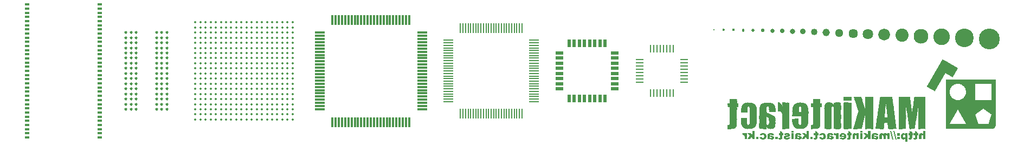
<source format=gbl>
G04*
G04 #@! TF.GenerationSoftware,Altium Limited,Altium Designer,19.0.14 (431)*
G04*
G04 Layer_Physical_Order=2*
G04 Layer_Color=16711680*
%FSLAX44Y44*%
%MOMM*%
G71*
G01*
G75*
%ADD44R,1.1430X0.2540*%
%ADD45R,0.2540X1.1430*%
%ADD112C,3.2601*%
%ADD113C,2.9101*%
%ADD114C,2.5900*%
%ADD115C,2.3000*%
%ADD116C,2.0500*%
%ADD117C,1.8301*%
%ADD118C,1.6299*%
%ADD119C,1.4501*%
%ADD120C,1.2901*%
%ADD121C,1.1501*%
%ADD122C,1.0201*%
%ADD123C,0.9121*%
%ADD124C,0.8120*%
%ADD125C,0.7229*%
%ADD126C,0.6439*%
%ADD127C,0.5730*%
%ADD128C,0.5111*%
%ADD129C,0.4549*%
%ADD130C,0.4049*%
%ADD131C,0.3609*%
%ADD132C,0.3211*%
G04:AMPARAMS|DCode=133|XSize=0.4501mm|YSize=0.4501mm|CornerRadius=0.225mm|HoleSize=0mm|Usage=FLASHONLY|Rotation=180.000|XOffset=0mm|YOffset=0mm|HoleType=Round|Shape=RoundedRectangle|*
%AMROUNDEDRECTD133*
21,1,0.4501,0.0000,0,0,180.0*
21,1,0.0000,0.4501,0,0,180.0*
1,1,0.4501,0.0000,0.0000*
1,1,0.4501,0.0000,0.0000*
1,1,0.4501,0.0000,0.0000*
1,1,0.4501,0.0000,0.0000*
%
%ADD133ROUNDEDRECTD133*%
%ADD134R,0.8001X0.3500*%
%ADD135R,1.2700X0.5588*%
%ADD136R,0.5588X1.2700*%
%ADD137R,1.5001X0.1999*%
%ADD138R,0.1999X1.5001*%
G04:AMPARAMS|DCode=139|XSize=0.35mm|YSize=0.35mm|CornerRadius=0.175mm|HoleSize=0mm|Usage=FLASHONLY|Rotation=180.000|XOffset=0mm|YOffset=0mm|HoleType=Round|Shape=RoundedRectangle|*
%AMROUNDEDRECTD139*
21,1,0.3500,0.0000,0,0,180.0*
21,1,0.0000,0.3500,0,0,180.0*
1,1,0.3500,0.0000,0.0000*
1,1,0.3500,0.0000,0.0000*
1,1,0.3500,0.0000,0.0000*
1,1,0.3500,0.0000,0.0000*
%
%ADD139ROUNDEDRECTD139*%
%ADD140R,1.5001X0.3000*%
%ADD141R,0.3000X1.5001*%
G36*
X1116620Y76616D02*
X1113564D01*
Y76179D01*
X1113783D01*
Y75961D01*
X1113564D01*
Y74433D01*
X1113783D01*
Y74215D01*
X1113564D01*
Y72687D01*
X1113783D01*
Y72469D01*
X1113564D01*
Y70941D01*
X1113783D01*
Y70723D01*
X1113564D01*
Y70286D01*
X1116838D01*
Y69850D01*
X1116620D01*
Y46061D01*
X1116838D01*
Y44969D01*
X1116620D01*
Y44751D01*
X1116402D01*
Y44533D01*
X1116620D01*
Y44315D01*
X1116402D01*
Y44096D01*
X1116620D01*
Y43442D01*
X1116402D01*
Y43005D01*
X1115965D01*
Y42787D01*
X1115310D01*
Y43005D01*
X1115092D01*
Y42569D01*
X1114656D01*
Y42787D01*
X1114437D01*
Y42569D01*
X1114219D01*
Y42787D01*
X1114437D01*
Y43005D01*
X1114219D01*
Y42787D01*
X1114001D01*
Y42569D01*
X1113346D01*
Y36239D01*
X1113564D01*
Y36021D01*
X1113783D01*
Y36239D01*
X1114001D01*
Y36021D01*
X1114219D01*
Y36239D01*
X1114437D01*
Y36021D01*
X1114656D01*
Y36239D01*
X1114874D01*
Y36021D01*
X1115092D01*
Y36239D01*
X1115310D01*
Y36021D01*
X1115528D01*
Y36239D01*
X1115747D01*
Y36021D01*
X1115965D01*
Y36239D01*
X1116183D01*
Y36021D01*
X1116402D01*
Y36239D01*
X1116620D01*
Y36021D01*
X1116838D01*
Y36239D01*
X1117056D01*
Y36021D01*
X1117274D01*
Y36239D01*
X1117493D01*
Y36021D01*
X1117711D01*
Y36239D01*
X1117929D01*
Y36021D01*
X1118148D01*
Y36239D01*
X1118366D01*
Y36021D01*
X1118584D01*
Y36239D01*
X1118802D01*
Y36021D01*
X1119020D01*
Y36239D01*
X1119239D01*
Y36021D01*
X1119457D01*
Y36239D01*
X1120330D01*
Y36458D01*
X1120548D01*
Y36239D01*
X1121640D01*
Y36458D01*
X1121858D01*
Y36239D01*
X1122294D01*
Y36458D01*
X1122949D01*
Y36239D01*
X1123167D01*
Y36676D01*
X1123822D01*
Y36894D01*
X1124477D01*
Y37112D01*
X1124913D01*
Y37331D01*
X1125132D01*
Y37549D01*
X1125568D01*
Y37767D01*
X1125786D01*
Y37985D01*
X1126005D01*
Y38204D01*
X1126223D01*
Y38422D01*
X1126441D01*
Y38640D01*
X1126878D01*
Y38858D01*
X1127096D01*
Y39077D01*
X1126878D01*
Y39295D01*
X1127096D01*
Y39731D01*
X1127314D01*
Y40168D01*
X1127532D01*
Y41041D01*
X1127969D01*
Y41259D01*
X1127751D01*
Y41477D01*
X1127969D01*
Y41696D01*
X1127751D01*
Y42350D01*
X1127969D01*
Y42569D01*
X1127751D01*
Y49989D01*
X1127969D01*
Y51299D01*
X1128187D01*
Y51517D01*
X1127969D01*
Y53045D01*
X1128187D01*
Y53263D01*
X1127969D01*
Y54791D01*
X1128187D01*
Y55009D01*
X1127969D01*
Y56537D01*
X1128187D01*
Y56755D01*
X1127969D01*
Y65922D01*
X1128187D01*
Y66795D01*
X1127969D01*
Y67013D01*
X1128187D01*
Y68541D01*
X1127969D01*
Y68759D01*
X1128187D01*
Y68977D01*
X1128405D01*
Y69195D01*
X1128187D01*
Y69850D01*
X1127969D01*
Y70286D01*
X1130588D01*
Y70505D01*
X1130370D01*
Y70723D01*
X1130588D01*
Y70941D01*
X1130370D01*
Y71160D01*
X1130588D01*
Y71378D01*
X1130370D01*
Y71596D01*
X1130588D01*
Y71814D01*
X1130370D01*
Y72032D01*
X1130588D01*
Y72251D01*
X1130370D01*
Y72469D01*
X1130588D01*
Y72687D01*
X1130370D01*
Y72906D01*
X1130588D01*
Y73124D01*
X1130370D01*
Y73342D01*
X1130588D01*
Y73560D01*
X1130370D01*
Y73779D01*
X1130588D01*
Y73997D01*
X1130370D01*
Y74215D01*
X1130588D01*
Y74433D01*
X1130370D01*
Y74651D01*
X1130588D01*
Y74870D01*
X1130370D01*
Y75088D01*
X1130588D01*
Y75306D01*
X1130370D01*
Y75525D01*
X1130588D01*
Y75743D01*
X1130370D01*
Y75961D01*
X1130588D01*
Y76179D01*
X1130370D01*
Y76398D01*
X1130588D01*
Y76616D01*
X1128187D01*
Y76834D01*
X1127969D01*
Y77052D01*
X1128187D01*
Y77270D01*
X1127969D01*
Y77489D01*
X1128187D01*
Y79016D01*
X1127969D01*
Y79235D01*
X1128187D01*
Y79453D01*
X1128405D01*
Y79671D01*
X1128187D01*
Y80763D01*
X1127969D01*
Y80981D01*
X1128187D01*
Y82509D01*
X1127969D01*
Y82727D01*
X1128187D01*
Y82945D01*
X1128405D01*
Y83163D01*
X1127969D01*
Y82945D01*
X1127751D01*
Y83163D01*
X1127532D01*
Y82945D01*
X1127314D01*
Y83163D01*
X1127096D01*
Y82945D01*
X1126878D01*
Y83163D01*
X1126659D01*
Y82945D01*
X1126441D01*
Y83163D01*
X1126223D01*
Y82945D01*
X1126005D01*
Y83163D01*
X1125786D01*
Y82945D01*
X1125568D01*
Y83163D01*
X1125350D01*
Y82945D01*
X1125132D01*
Y83163D01*
X1124913D01*
Y82945D01*
X1124695D01*
Y83163D01*
X1124477D01*
Y82945D01*
X1124259D01*
Y83163D01*
X1124040D01*
Y82945D01*
X1123822D01*
Y83163D01*
X1123604D01*
Y82945D01*
X1123386D01*
Y83163D01*
X1123167D01*
Y82945D01*
X1122949D01*
Y83163D01*
X1122731D01*
Y82945D01*
X1122513D01*
Y83163D01*
X1122294D01*
Y82945D01*
X1122076D01*
Y83163D01*
X1121858D01*
Y82945D01*
X1121640D01*
Y83163D01*
X1121421D01*
Y82945D01*
X1121203D01*
Y83163D01*
X1120985D01*
Y82945D01*
X1120767D01*
Y83163D01*
X1120548D01*
Y82945D01*
X1120330D01*
Y83163D01*
X1120112D01*
Y82945D01*
X1119893D01*
Y83163D01*
X1119675D01*
Y82945D01*
X1119457D01*
Y83163D01*
X1119239D01*
Y82945D01*
X1119020D01*
Y83163D01*
X1118802D01*
Y82945D01*
X1118584D01*
Y83163D01*
X1118366D01*
Y82945D01*
X1118148D01*
Y83163D01*
X1117929D01*
Y82945D01*
X1117711D01*
Y83163D01*
X1117493D01*
Y82945D01*
X1117274D01*
Y83163D01*
X1117056D01*
Y82945D01*
X1116838D01*
Y83163D01*
X1116620D01*
Y76616D01*
D02*
G37*
G36*
X1144992Y77489D02*
X1144556D01*
Y77270D01*
X1144338D01*
Y77489D01*
X1143683D01*
Y77270D01*
X1143465D01*
Y77489D01*
X1143246D01*
Y77270D01*
X1142155D01*
Y77052D01*
X1141937D01*
Y76834D01*
X1141719D01*
Y77052D01*
X1141500D01*
Y76834D01*
X1140846D01*
Y76616D01*
X1140191D01*
Y76398D01*
X1139973D01*
Y76179D01*
X1139318D01*
Y75961D01*
X1139100D01*
Y75743D01*
X1138881D01*
Y75525D01*
X1138227D01*
Y75306D01*
X1138008D01*
Y75088D01*
X1137790D01*
Y74870D01*
X1137572D01*
Y74651D01*
X1137354D01*
Y74433D01*
X1137135D01*
Y73997D01*
X1136917D01*
Y73779D01*
X1136699D01*
Y73560D01*
X1136481D01*
Y73124D01*
X1136262D01*
Y72906D01*
X1136044D01*
Y72469D01*
X1135826D01*
Y72032D01*
X1135608D01*
Y71814D01*
X1135389D01*
Y71378D01*
X1135171D01*
Y70941D01*
X1135389D01*
Y70723D01*
X1134953D01*
Y70286D01*
X1135171D01*
Y70068D01*
X1134953D01*
Y69632D01*
X1134735D01*
Y69195D01*
X1134953D01*
Y68977D01*
X1134735D01*
Y68759D01*
X1134516D01*
Y68104D01*
X1134735D01*
Y67667D01*
X1134516D01*
Y67449D01*
X1134298D01*
Y67231D01*
X1134516D01*
Y67013D01*
X1134298D01*
Y66795D01*
X1134516D01*
Y66576D01*
X1134298D01*
Y66358D01*
X1134516D01*
Y65485D01*
X1134080D01*
Y65267D01*
X1134298D01*
Y65048D01*
X1134080D01*
Y64830D01*
X1134516D01*
Y64612D01*
X1134298D01*
Y64394D01*
X1134516D01*
Y64176D01*
X1134298D01*
Y63957D01*
X1134516D01*
Y63739D01*
X1134298D01*
Y63521D01*
X1134516D01*
Y63302D01*
X1134298D01*
Y63084D01*
X1134080D01*
Y62648D01*
X1134298D01*
Y62429D01*
X1134080D01*
Y62211D01*
X1134298D01*
Y61993D01*
X1144556D01*
Y62648D01*
X1144338D01*
Y62866D01*
X1144556D01*
Y63084D01*
X1144338D01*
Y63302D01*
X1144556D01*
Y63521D01*
X1144338D01*
Y63739D01*
X1144556D01*
Y63957D01*
X1144338D01*
Y64176D01*
X1144556D01*
Y64394D01*
X1144338D01*
Y64612D01*
X1144556D01*
Y64830D01*
X1144338D01*
Y65048D01*
X1144556D01*
Y65267D01*
X1144338D01*
Y65485D01*
X1144556D01*
Y65703D01*
X1144338D01*
Y65922D01*
X1144556D01*
Y66140D01*
X1144338D01*
Y66358D01*
X1144556D01*
Y66576D01*
X1144338D01*
Y66795D01*
X1144556D01*
Y67013D01*
X1144338D01*
Y67231D01*
X1144556D01*
Y67449D01*
X1144338D01*
Y67667D01*
X1144556D01*
Y67886D01*
X1144338D01*
Y68104D01*
X1144556D01*
Y68322D01*
X1144338D01*
Y69195D01*
X1144556D01*
Y69413D01*
X1144338D01*
Y69632D01*
X1144774D01*
Y69850D01*
X1144556D01*
Y70286D01*
X1144774D01*
Y70505D01*
X1144992D01*
Y70723D01*
X1145211D01*
Y70941D01*
X1145647D01*
Y71160D01*
X1146084D01*
Y71378D01*
X1146302D01*
Y71160D01*
X1146738D01*
Y70941D01*
X1147175D01*
Y70723D01*
X1147393D01*
Y70505D01*
X1147611D01*
Y70068D01*
X1147393D01*
Y69850D01*
X1147830D01*
Y68104D01*
X1148048D01*
Y67886D01*
X1147830D01*
Y67667D01*
X1148048D01*
Y66576D01*
X1147830D01*
Y66358D01*
X1148048D01*
Y66140D01*
X1147830D01*
Y65922D01*
X1148048D01*
Y65703D01*
X1147830D01*
Y65485D01*
X1148048D01*
Y65267D01*
X1147830D01*
Y65048D01*
X1148048D01*
Y64830D01*
X1147830D01*
Y64612D01*
X1148048D01*
Y64394D01*
X1147830D01*
Y64176D01*
X1148048D01*
Y63957D01*
X1147830D01*
Y63739D01*
X1148048D01*
Y63521D01*
X1147830D01*
Y63302D01*
X1148048D01*
Y63084D01*
X1147830D01*
Y62866D01*
X1148048D01*
Y62648D01*
X1147830D01*
Y62429D01*
X1148048D01*
Y62211D01*
X1147830D01*
Y61993D01*
X1148048D01*
Y61775D01*
X1147830D01*
Y61557D01*
X1148048D01*
Y61338D01*
X1147830D01*
Y61120D01*
X1148048D01*
Y60902D01*
X1147830D01*
Y60683D01*
X1148048D01*
Y60465D01*
X1147830D01*
Y60247D01*
X1148048D01*
Y60029D01*
X1147830D01*
Y59811D01*
X1148048D01*
Y59592D01*
X1147830D01*
Y59374D01*
X1148048D01*
Y59156D01*
X1147830D01*
Y58938D01*
X1148048D01*
Y58719D01*
X1147830D01*
Y58501D01*
X1148048D01*
Y58283D01*
X1147830D01*
Y58064D01*
X1148048D01*
Y57846D01*
X1147830D01*
Y57628D01*
X1148048D01*
Y57410D01*
X1147830D01*
Y57192D01*
X1148048D01*
Y56973D01*
X1147830D01*
Y56755D01*
X1148048D01*
Y56537D01*
X1147830D01*
Y56318D01*
X1148048D01*
Y56100D01*
X1147830D01*
Y55882D01*
X1148048D01*
Y55664D01*
X1147830D01*
Y55445D01*
X1148048D01*
Y55227D01*
X1147830D01*
Y55009D01*
X1148048D01*
Y54791D01*
X1147830D01*
Y54572D01*
X1148048D01*
Y54354D01*
X1147830D01*
Y54136D01*
X1148048D01*
Y53918D01*
X1147830D01*
Y53699D01*
X1148048D01*
Y53481D01*
X1147830D01*
Y53263D01*
X1148048D01*
Y53045D01*
X1147830D01*
Y52826D01*
X1148048D01*
Y52608D01*
X1147830D01*
Y52390D01*
X1148048D01*
Y52172D01*
X1147830D01*
Y51953D01*
X1148048D01*
Y51735D01*
X1147830D01*
Y51517D01*
X1148048D01*
Y51299D01*
X1147830D01*
Y51080D01*
X1148048D01*
Y50862D01*
X1147830D01*
Y50644D01*
X1148048D01*
Y50426D01*
X1147830D01*
Y50207D01*
X1148048D01*
Y49989D01*
X1147830D01*
Y49771D01*
X1148048D01*
Y49553D01*
X1147830D01*
Y49334D01*
X1148048D01*
Y49116D01*
X1147830D01*
Y48898D01*
X1148048D01*
Y48680D01*
X1147830D01*
Y48461D01*
X1148048D01*
Y48243D01*
X1147830D01*
Y48025D01*
X1148048D01*
Y47807D01*
X1147830D01*
Y47588D01*
X1148048D01*
Y47370D01*
X1147830D01*
Y47152D01*
X1148048D01*
Y46934D01*
X1147830D01*
Y46715D01*
X1148048D01*
Y45406D01*
X1147830D01*
Y44315D01*
X1147611D01*
Y43878D01*
X1147393D01*
Y43223D01*
X1147175D01*
Y43005D01*
X1146738D01*
Y42787D01*
X1146520D01*
Y42569D01*
X1145211D01*
Y42787D01*
X1144774D01*
Y43223D01*
X1144338D01*
Y44533D01*
X1143901D01*
Y44969D01*
X1144119D01*
Y45624D01*
X1143901D01*
Y45842D01*
X1144119D01*
Y46279D01*
X1143901D01*
Y46497D01*
X1143683D01*
Y46715D01*
X1143901D01*
Y46934D01*
X1143683D01*
Y47152D01*
X1143901D01*
Y47370D01*
X1143683D01*
Y47588D01*
X1143901D01*
Y48025D01*
X1144119D01*
Y48243D01*
X1143901D01*
Y48461D01*
X1144119D01*
Y48680D01*
X1143901D01*
Y48898D01*
X1144119D01*
Y49116D01*
X1143901D01*
Y49334D01*
X1144119D01*
Y49553D01*
X1143901D01*
Y49771D01*
X1144119D01*
Y49989D01*
X1143901D01*
Y50207D01*
X1144119D01*
Y50426D01*
X1143901D01*
Y50644D01*
X1144119D01*
Y50862D01*
X1143901D01*
Y51517D01*
X1144119D01*
Y51735D01*
X1143901D01*
Y51953D01*
X1144119D01*
Y52172D01*
X1143901D01*
Y52390D01*
X1144119D01*
Y52608D01*
X1143901D01*
Y52826D01*
X1144119D01*
Y53045D01*
X1134080D01*
Y52172D01*
X1134298D01*
Y51953D01*
X1134080D01*
Y50426D01*
X1134298D01*
Y50207D01*
X1134080D01*
Y49553D01*
X1134516D01*
Y49334D01*
X1134298D01*
Y49116D01*
X1134516D01*
Y48898D01*
X1134298D01*
Y48680D01*
X1134516D01*
Y48461D01*
X1134298D01*
Y48243D01*
X1134516D01*
Y48025D01*
X1134080D01*
Y47807D01*
X1134298D01*
Y47588D01*
X1134080D01*
Y47370D01*
X1134516D01*
Y46497D01*
X1134298D01*
Y46279D01*
X1134516D01*
Y46061D01*
X1134298D01*
Y45842D01*
X1134516D01*
Y45624D01*
X1134298D01*
Y45406D01*
X1134735D01*
Y44969D01*
X1134516D01*
Y44315D01*
X1134953D01*
Y44096D01*
X1134735D01*
Y43660D01*
X1134953D01*
Y43223D01*
X1135171D01*
Y43005D01*
X1134953D01*
Y42787D01*
X1135171D01*
Y42350D01*
X1135389D01*
Y41696D01*
X1135608D01*
Y41259D01*
X1135826D01*
Y41041D01*
X1136044D01*
Y40823D01*
X1136262D01*
Y40386D01*
X1136481D01*
Y40168D01*
X1136699D01*
Y39731D01*
X1136917D01*
Y39513D01*
X1137135D01*
Y39295D01*
X1137354D01*
Y39077D01*
X1137572D01*
Y38858D01*
X1137790D01*
Y38640D01*
X1138008D01*
Y38422D01*
X1138227D01*
Y38204D01*
X1138445D01*
Y37985D01*
X1138663D01*
Y37767D01*
X1138881D01*
Y37549D01*
X1139536D01*
Y37331D01*
X1139754D01*
Y37112D01*
X1140191D01*
Y36894D01*
X1140627D01*
Y36676D01*
X1141282D01*
Y36458D01*
X1141719D01*
Y36239D01*
X1141937D01*
Y36458D01*
X1142373D01*
Y36239D01*
X1142592D01*
Y36458D01*
X1142810D01*
Y36239D01*
X1144119D01*
Y36021D01*
X1144338D01*
Y36239D01*
X1144774D01*
Y36458D01*
X1144992D01*
Y36239D01*
X1145647D01*
Y36458D01*
X1145865D01*
Y36239D01*
X1146302D01*
Y36021D01*
X1146738D01*
Y36239D01*
X1147393D01*
Y36458D01*
X1147611D01*
Y36239D01*
X1148484D01*
Y36021D01*
X1148703D01*
Y36239D01*
X1149576D01*
Y36458D01*
X1149794D01*
Y36239D01*
X1150012D01*
Y36458D01*
X1151103D01*
Y36676D01*
X1151758D01*
Y36894D01*
X1152413D01*
Y37112D01*
X1153068D01*
Y37331D01*
X1153723D01*
Y37549D01*
X1153941D01*
Y37767D01*
X1154377D01*
Y37985D01*
X1154814D01*
Y38204D01*
X1155032D01*
Y38422D01*
X1155250D01*
Y38640D01*
X1155687D01*
Y38858D01*
X1156123D01*
Y39295D01*
X1156560D01*
Y39513D01*
X1156341D01*
Y39731D01*
X1156560D01*
Y39950D01*
X1156778D01*
Y40168D01*
X1156996D01*
Y40386D01*
X1157214D01*
Y40604D01*
X1157651D01*
Y40823D01*
X1157433D01*
Y41259D01*
X1157651D01*
Y41477D01*
X1157869D01*
Y42132D01*
X1158087D01*
Y42569D01*
X1158306D01*
Y43878D01*
X1158524D01*
Y44315D01*
X1158742D01*
Y45406D01*
X1158960D01*
Y45624D01*
X1158742D01*
Y45842D01*
X1158960D01*
Y46279D01*
X1158742D01*
Y47370D01*
X1159179D01*
Y49553D01*
X1158960D01*
Y50426D01*
X1159179D01*
Y50644D01*
X1159397D01*
Y50862D01*
X1159179D01*
Y51299D01*
X1158960D01*
Y51517D01*
X1159179D01*
Y51735D01*
X1158960D01*
Y51953D01*
X1159179D01*
Y52172D01*
X1158960D01*
Y52390D01*
X1159179D01*
Y52608D01*
X1158960D01*
Y52826D01*
X1159179D01*
Y53045D01*
X1158960D01*
Y53263D01*
X1159179D01*
Y53481D01*
X1158960D01*
Y53699D01*
X1159179D01*
Y53918D01*
X1158960D01*
Y54136D01*
X1159179D01*
Y54572D01*
X1159397D01*
Y54791D01*
X1159179D01*
Y55009D01*
X1159397D01*
Y55227D01*
X1159179D01*
Y55445D01*
X1159397D01*
Y55664D01*
X1159179D01*
Y55882D01*
X1159397D01*
Y56100D01*
X1159179D01*
Y56318D01*
X1159397D01*
Y56537D01*
X1159179D01*
Y56755D01*
X1159397D01*
Y56973D01*
X1159179D01*
Y57192D01*
X1159397D01*
Y57410D01*
X1159179D01*
Y57628D01*
X1159397D01*
Y57846D01*
X1159179D01*
Y58283D01*
X1158960D01*
Y62429D01*
X1159179D01*
Y68977D01*
X1158742D01*
Y69632D01*
X1158960D01*
Y69850D01*
X1158742D01*
Y70723D01*
X1158524D01*
Y71160D01*
X1158306D01*
Y71596D01*
X1158087D01*
Y72032D01*
X1157869D01*
Y72469D01*
X1157651D01*
Y72906D01*
X1157433D01*
Y73124D01*
X1157214D01*
Y73342D01*
X1156996D01*
Y73997D01*
X1156560D01*
Y74433D01*
X1156123D01*
Y74651D01*
X1155905D01*
Y74870D01*
X1155469D01*
Y75306D01*
X1155032D01*
Y75525D01*
X1154595D01*
Y75743D01*
X1154377D01*
Y75961D01*
X1153941D01*
Y76179D01*
X1153286D01*
Y76398D01*
X1153068D01*
Y76616D01*
X1152413D01*
Y76834D01*
X1151758D01*
Y77052D01*
X1151103D01*
Y77270D01*
X1150012D01*
Y77489D01*
X1149794D01*
Y77270D01*
X1149576D01*
Y77489D01*
X1148921D01*
Y77270D01*
X1148703D01*
Y77489D01*
X1148266D01*
Y77707D01*
X1148048D01*
Y77489D01*
X1147611D01*
Y77707D01*
X1147175D01*
Y77489D01*
X1146738D01*
Y77707D01*
X1146302D01*
Y77489D01*
X1145865D01*
Y77707D01*
X1145429D01*
Y77489D01*
X1145211D01*
Y77707D01*
X1144992D01*
Y77489D01*
D02*
G37*
G36*
X1172274Y77052D02*
X1170746D01*
Y76834D01*
X1169655D01*
Y76616D01*
X1168782D01*
Y76398D01*
X1168127D01*
Y76179D01*
X1167691D01*
Y75961D01*
X1167254D01*
Y75743D01*
X1166817D01*
Y75525D01*
X1166599D01*
Y75306D01*
X1166381D01*
Y75088D01*
X1166163D01*
Y74870D01*
X1165945D01*
Y74651D01*
X1165508D01*
Y74215D01*
X1165071D01*
Y73997D01*
X1164853D01*
Y73560D01*
X1164635D01*
Y73124D01*
X1164417D01*
Y72906D01*
X1164199D01*
Y72687D01*
X1164417D01*
Y72469D01*
X1164199D01*
Y71814D01*
X1163762D01*
Y71378D01*
X1163980D01*
Y71160D01*
X1163762D01*
Y70505D01*
X1163544D01*
Y70286D01*
X1163326D01*
Y70068D01*
X1163544D01*
Y69413D01*
X1163326D01*
Y69195D01*
X1163544D01*
Y68977D01*
X1163326D01*
Y67886D01*
X1163107D01*
Y67667D01*
X1163326D01*
Y67449D01*
X1163107D01*
Y67231D01*
X1163326D01*
Y67013D01*
X1163107D01*
Y66795D01*
X1163326D01*
Y66576D01*
X1163107D01*
Y66358D01*
X1163326D01*
Y64176D01*
X1162889D01*
Y63957D01*
X1163107D01*
Y63739D01*
X1162889D01*
Y63521D01*
X1163107D01*
Y62866D01*
X1162889D01*
Y62648D01*
X1163107D01*
Y60683D01*
X1162889D01*
Y60029D01*
X1163107D01*
Y59811D01*
X1162889D01*
Y59592D01*
X1163107D01*
Y59374D01*
X1162889D01*
Y59156D01*
X1163107D01*
Y56973D01*
X1162671D01*
Y56755D01*
X1162889D01*
Y56537D01*
X1162671D01*
Y56318D01*
X1162889D01*
Y56100D01*
X1162671D01*
Y55882D01*
X1162889D01*
Y55664D01*
X1162671D01*
Y55445D01*
X1162889D01*
Y55227D01*
X1162671D01*
Y55009D01*
X1162889D01*
Y54791D01*
X1162671D01*
Y54572D01*
X1162889D01*
Y54354D01*
X1162671D01*
Y54136D01*
X1162889D01*
Y53918D01*
X1162671D01*
Y53699D01*
X1162889D01*
Y53481D01*
X1162671D01*
Y53263D01*
X1162889D01*
Y53045D01*
X1162671D01*
Y52826D01*
X1162889D01*
Y52608D01*
X1162671D01*
Y52390D01*
X1162889D01*
Y52172D01*
X1162671D01*
Y51953D01*
X1162889D01*
Y51735D01*
X1162671D01*
Y51517D01*
X1162889D01*
Y51299D01*
X1162671D01*
Y51080D01*
X1162889D01*
Y50862D01*
X1162671D01*
Y50644D01*
X1162889D01*
Y50426D01*
X1162671D01*
Y50207D01*
X1162889D01*
Y49989D01*
X1162671D01*
Y49771D01*
X1162889D01*
Y49553D01*
X1162671D01*
Y49334D01*
X1162889D01*
Y49116D01*
X1162671D01*
Y48898D01*
X1162889D01*
Y48680D01*
X1162671D01*
Y48461D01*
X1162889D01*
Y48243D01*
X1162671D01*
Y48025D01*
X1162889D01*
Y47807D01*
X1162671D01*
Y47588D01*
X1162889D01*
Y47370D01*
X1162671D01*
Y47152D01*
X1162889D01*
Y46934D01*
X1162671D01*
Y46715D01*
X1162889D01*
Y46497D01*
X1162671D01*
Y46279D01*
X1162889D01*
Y46061D01*
X1162671D01*
Y45842D01*
X1162889D01*
Y45624D01*
X1162671D01*
Y45406D01*
X1162889D01*
Y45188D01*
X1162671D01*
Y44969D01*
X1162889D01*
Y44751D01*
X1162671D01*
Y44533D01*
X1162889D01*
Y44315D01*
X1162671D01*
Y44096D01*
X1162889D01*
Y43878D01*
X1162671D01*
Y43660D01*
X1162889D01*
Y43442D01*
X1162671D01*
Y43223D01*
X1162889D01*
Y43005D01*
X1162671D01*
Y42787D01*
X1162889D01*
Y42569D01*
X1162671D01*
Y42350D01*
X1162889D01*
Y42132D01*
X1162671D01*
Y41914D01*
X1162889D01*
Y41696D01*
X1162671D01*
Y41477D01*
X1162889D01*
Y41259D01*
X1162671D01*
Y41041D01*
X1162889D01*
Y40823D01*
X1162671D01*
Y40604D01*
X1162889D01*
Y40386D01*
X1162671D01*
Y40168D01*
X1162889D01*
Y39950D01*
X1162671D01*
Y39731D01*
X1162889D01*
Y39513D01*
X1162671D01*
Y39295D01*
X1162889D01*
Y39077D01*
X1162671D01*
Y38858D01*
X1162889D01*
Y38640D01*
X1162671D01*
Y38422D01*
X1162889D01*
Y38204D01*
X1162671D01*
Y37985D01*
X1162889D01*
Y37767D01*
X1162671D01*
Y37549D01*
X1162889D01*
Y37331D01*
X1162671D01*
Y37112D01*
X1162889D01*
Y36894D01*
X1162671D01*
Y36676D01*
X1162889D01*
Y36458D01*
X1162671D01*
Y36239D01*
X1162889D01*
Y36021D01*
X1163107D01*
Y36239D01*
X1163326D01*
Y36021D01*
X1163544D01*
Y36239D01*
X1163762D01*
Y36021D01*
X1163980D01*
Y36239D01*
X1164199D01*
Y36021D01*
X1164417D01*
Y36239D01*
X1164635D01*
Y36021D01*
X1164853D01*
Y36239D01*
X1165071D01*
Y36021D01*
X1165290D01*
Y36239D01*
X1165508D01*
Y36021D01*
X1165726D01*
Y36239D01*
X1165945D01*
Y36021D01*
X1166163D01*
Y36239D01*
X1166381D01*
Y36021D01*
X1166599D01*
Y36239D01*
X1166817D01*
Y36021D01*
X1167036D01*
Y36239D01*
X1167254D01*
Y36021D01*
X1167472D01*
Y36239D01*
X1167691D01*
Y36021D01*
X1167909D01*
Y36239D01*
X1168127D01*
Y36021D01*
X1168345D01*
Y36239D01*
X1168564D01*
Y36021D01*
X1168782D01*
Y36239D01*
X1169000D01*
Y36021D01*
X1169218D01*
Y36239D01*
X1169436D01*
Y36021D01*
X1169655D01*
Y36239D01*
X1169873D01*
Y36021D01*
X1170091D01*
Y36239D01*
X1170310D01*
Y36021D01*
X1170528D01*
Y36239D01*
X1170746D01*
Y36021D01*
X1170964D01*
Y36239D01*
X1171183D01*
Y36021D01*
X1171401D01*
Y36239D01*
X1171619D01*
Y36021D01*
X1171837D01*
Y36239D01*
X1172056D01*
Y36021D01*
X1172274D01*
Y36239D01*
X1172492D01*
Y36021D01*
X1172710D01*
Y36239D01*
X1172928D01*
Y36021D01*
X1173147D01*
Y36239D01*
X1173365D01*
Y36021D01*
X1173583D01*
Y36239D01*
X1173802D01*
Y36021D01*
X1174020D01*
Y39731D01*
X1174238D01*
Y39295D01*
X1174456D01*
Y39077D01*
X1174675D01*
Y38640D01*
X1175111D01*
Y37985D01*
X1175329D01*
Y37767D01*
X1175984D01*
Y37112D01*
X1176421D01*
Y36894D01*
X1176857D01*
Y36676D01*
X1177512D01*
Y36239D01*
X1177730D01*
Y36458D01*
X1178167D01*
Y36239D01*
X1178821D01*
Y36458D01*
X1179040D01*
Y36239D01*
X1179694D01*
Y36458D01*
X1179913D01*
Y36239D01*
X1180567D01*
Y36021D01*
X1180786D01*
Y36239D01*
X1181440D01*
Y36458D01*
X1181659D01*
Y36239D01*
X1182095D01*
Y36021D01*
X1182313D01*
Y36239D01*
X1183405D01*
Y36458D01*
X1184059D01*
Y36239D01*
X1184278D01*
Y36676D01*
X1184714D01*
Y36894D01*
X1185369D01*
Y37112D01*
X1185805D01*
Y37331D01*
X1186024D01*
Y37549D01*
X1186242D01*
Y37767D01*
X1186460D01*
Y37985D01*
X1186678D01*
Y38204D01*
X1186897D01*
Y38640D01*
X1187333D01*
Y39295D01*
X1187551D01*
Y39731D01*
X1187770D01*
Y40386D01*
X1187988D01*
Y41041D01*
X1188206D01*
Y41477D01*
X1187988D01*
Y41914D01*
X1188206D01*
Y42132D01*
X1188424D01*
Y42350D01*
X1188206D01*
Y42569D01*
X1188424D01*
Y42787D01*
X1187988D01*
Y43005D01*
X1188206D01*
Y43223D01*
X1187988D01*
Y43442D01*
X1188206D01*
Y43660D01*
X1187988D01*
Y43878D01*
X1188206D01*
Y44096D01*
X1188424D01*
Y45624D01*
X1188206D01*
Y45842D01*
X1188424D01*
Y46279D01*
X1188643D01*
Y46497D01*
X1188424D01*
Y46715D01*
X1188643D01*
Y46934D01*
X1188206D01*
Y47152D01*
X1188424D01*
Y47370D01*
X1188206D01*
Y48025D01*
X1188643D01*
Y48243D01*
X1188424D01*
Y48461D01*
X1188643D01*
Y48680D01*
X1188424D01*
Y48898D01*
X1188643D01*
Y49116D01*
X1188424D01*
Y49334D01*
X1188643D01*
Y49553D01*
X1188424D01*
Y49771D01*
X1188643D01*
Y49989D01*
X1188424D01*
Y50426D01*
X1188206D01*
Y50644D01*
X1188424D01*
Y50862D01*
X1188206D01*
Y51080D01*
X1188643D01*
Y51299D01*
X1188424D01*
Y52172D01*
X1188206D01*
Y52390D01*
X1187988D01*
Y52608D01*
X1188206D01*
Y52826D01*
X1187988D01*
Y53918D01*
X1187770D01*
Y54354D01*
X1187551D01*
Y54791D01*
X1187333D01*
Y55009D01*
X1187115D01*
Y55227D01*
X1186897D01*
Y55445D01*
X1186678D01*
Y55664D01*
X1186460D01*
Y55882D01*
X1186242D01*
Y56100D01*
X1186024D01*
Y56318D01*
X1185805D01*
Y56755D01*
X1185587D01*
Y56537D01*
X1185369D01*
Y56755D01*
X1184932D01*
Y56973D01*
X1184714D01*
Y57192D01*
X1184059D01*
Y57410D01*
X1183841D01*
Y57628D01*
X1183623D01*
Y57846D01*
X1182968D01*
Y58064D01*
X1182532D01*
Y58283D01*
X1182095D01*
Y58501D01*
X1181659D01*
Y58719D01*
X1181222D01*
Y58938D01*
X1180567D01*
Y59156D01*
X1180131D01*
Y59374D01*
X1179694D01*
Y59592D01*
X1179476D01*
Y59374D01*
X1179258D01*
Y59811D01*
X1179040D01*
Y60029D01*
X1178603D01*
Y59811D01*
X1178385D01*
Y60247D01*
X1178167D01*
Y60465D01*
X1177730D01*
Y60247D01*
X1177512D01*
Y60465D01*
X1177294D01*
Y60683D01*
X1176639D01*
Y60902D01*
X1176421D01*
Y61120D01*
X1175984D01*
Y61338D01*
X1175547D01*
Y61557D01*
X1175329D01*
Y61775D01*
X1175111D01*
Y61993D01*
X1174893D01*
Y62429D01*
X1174456D01*
Y63302D01*
X1174238D01*
Y63739D01*
X1174456D01*
Y63957D01*
X1174238D01*
Y64394D01*
X1174456D01*
Y64830D01*
X1174238D01*
Y65048D01*
X1174020D01*
Y67013D01*
X1174238D01*
Y67231D01*
X1174456D01*
Y67886D01*
X1174238D01*
Y68104D01*
X1174456D01*
Y68541D01*
X1174238D01*
Y68759D01*
X1174456D01*
Y68977D01*
X1174675D01*
Y69195D01*
X1174456D01*
Y69632D01*
X1174893D01*
Y69850D01*
X1174675D01*
Y70286D01*
X1174893D01*
Y70505D01*
X1175111D01*
Y70723D01*
X1175329D01*
Y70941D01*
X1175547D01*
Y71160D01*
X1175766D01*
Y71378D01*
X1175984D01*
Y71160D01*
X1176421D01*
Y70941D01*
X1176857D01*
Y71160D01*
X1177075D01*
Y70941D01*
X1177294D01*
Y70505D01*
X1177730D01*
Y70068D01*
X1177948D01*
Y68977D01*
X1178167D01*
Y67886D01*
X1177948D01*
Y67667D01*
X1178167D01*
Y67449D01*
X1177948D01*
Y67231D01*
X1178167D01*
Y67013D01*
X1177948D01*
Y66795D01*
X1178167D01*
Y66576D01*
X1177948D01*
Y66358D01*
X1178167D01*
Y66140D01*
X1177948D01*
Y65922D01*
X1178167D01*
Y65703D01*
X1177948D01*
Y65485D01*
X1178167D01*
Y65267D01*
X1177948D01*
Y65048D01*
X1178167D01*
Y64830D01*
X1177948D01*
Y64612D01*
X1178167D01*
Y64394D01*
X1177948D01*
Y64176D01*
X1178167D01*
Y63957D01*
X1177948D01*
Y63739D01*
X1178167D01*
Y63521D01*
X1177948D01*
Y63302D01*
X1178167D01*
Y63084D01*
X1188424D01*
Y63302D01*
X1188643D01*
Y63521D01*
X1188424D01*
Y63739D01*
X1188643D01*
Y63957D01*
X1188424D01*
Y64176D01*
X1188643D01*
Y64394D01*
X1188424D01*
Y64612D01*
X1188643D01*
Y64830D01*
X1188424D01*
Y65048D01*
X1188643D01*
Y65267D01*
X1188424D01*
Y65485D01*
X1188643D01*
Y65703D01*
X1188424D01*
Y66140D01*
X1188206D01*
Y66358D01*
X1188424D01*
Y66576D01*
X1188206D01*
Y66795D01*
X1188424D01*
Y67231D01*
X1188643D01*
Y67449D01*
X1188424D01*
Y68322D01*
X1188206D01*
Y68541D01*
X1187988D01*
Y68759D01*
X1188206D01*
Y68977D01*
X1187988D01*
Y69195D01*
X1188206D01*
Y69632D01*
X1187988D01*
Y70286D01*
X1188206D01*
Y70505D01*
X1187988D01*
Y70723D01*
X1187770D01*
Y71378D01*
X1187551D01*
Y71814D01*
X1187333D01*
Y72032D01*
X1187115D01*
Y72469D01*
X1186897D01*
Y72906D01*
X1186678D01*
Y73560D01*
X1186242D01*
Y73779D01*
X1186024D01*
Y74215D01*
X1185805D01*
Y74433D01*
X1185587D01*
Y74651D01*
X1185369D01*
Y74870D01*
X1185151D01*
Y75088D01*
X1184932D01*
Y75306D01*
X1184714D01*
Y75525D01*
X1184278D01*
Y75743D01*
X1184059D01*
Y75961D01*
X1183623D01*
Y76179D01*
X1183405D01*
Y76398D01*
X1182750D01*
Y76616D01*
X1182095D01*
Y76834D01*
X1181222D01*
Y77052D01*
X1180349D01*
Y76834D01*
X1180131D01*
Y77052D01*
X1179694D01*
Y77270D01*
X1179476D01*
Y77489D01*
X1179258D01*
Y77270D01*
X1178603D01*
Y77489D01*
X1178385D01*
Y77270D01*
X1177512D01*
Y77052D01*
X1177294D01*
Y77270D01*
X1177075D01*
Y77052D01*
X1176857D01*
Y77270D01*
X1176639D01*
Y77052D01*
X1176421D01*
Y77270D01*
X1176202D01*
Y77052D01*
X1175984D01*
Y77270D01*
X1175766D01*
Y77052D01*
X1175547D01*
Y77270D01*
X1175329D01*
Y77052D01*
X1175111D01*
Y77270D01*
X1174893D01*
Y77052D01*
X1174675D01*
Y77270D01*
X1174456D01*
Y77052D01*
X1174238D01*
Y77270D01*
X1173365D01*
Y77489D01*
X1173147D01*
Y77270D01*
X1172492D01*
Y77489D01*
X1172274D01*
Y77052D01*
D02*
G37*
G36*
X1191916Y63957D02*
X1193444D01*
Y63739D01*
X1194754D01*
Y63521D01*
X1195408D01*
Y63302D01*
X1196063D01*
Y63084D01*
X1196281D01*
Y62866D01*
X1196718D01*
Y62648D01*
X1196936D01*
Y62429D01*
X1197154D01*
Y62211D01*
X1197373D01*
Y61993D01*
X1197591D01*
Y61775D01*
X1197809D01*
Y61338D01*
X1198027D01*
Y60683D01*
X1198246D01*
Y59811D01*
X1198464D01*
Y59374D01*
X1198246D01*
Y59156D01*
X1198464D01*
Y58064D01*
X1198246D01*
Y57846D01*
X1198464D01*
Y57192D01*
X1198246D01*
Y56973D01*
X1198682D01*
Y55227D01*
X1198464D01*
Y55009D01*
X1198682D01*
Y54791D01*
X1198464D01*
Y54572D01*
X1198682D01*
Y54354D01*
X1198464D01*
Y54136D01*
X1198682D01*
Y53918D01*
X1198464D01*
Y53699D01*
X1198682D01*
Y53481D01*
X1198464D01*
Y53263D01*
X1198682D01*
Y53045D01*
X1198464D01*
Y52826D01*
X1198682D01*
Y52608D01*
X1198464D01*
Y52390D01*
X1198682D01*
Y52172D01*
X1198464D01*
Y51953D01*
X1198682D01*
Y51735D01*
X1198464D01*
Y51517D01*
X1198682D01*
Y51299D01*
X1198464D01*
Y51080D01*
X1198682D01*
Y50862D01*
X1198464D01*
Y50644D01*
X1198682D01*
Y50426D01*
X1198464D01*
Y50207D01*
X1198682D01*
Y49989D01*
X1198464D01*
Y49771D01*
X1198682D01*
Y49553D01*
X1198464D01*
Y49334D01*
X1198682D01*
Y49116D01*
X1198464D01*
Y48898D01*
X1198682D01*
Y48680D01*
X1198464D01*
Y48461D01*
X1198682D01*
Y48243D01*
X1198464D01*
Y48025D01*
X1198682D01*
Y47807D01*
X1198464D01*
Y47588D01*
X1198682D01*
Y47370D01*
X1198464D01*
Y47152D01*
X1198682D01*
Y46934D01*
X1198464D01*
Y46715D01*
X1198682D01*
Y46497D01*
X1198464D01*
Y46279D01*
X1198682D01*
Y46061D01*
X1198464D01*
Y45842D01*
X1198682D01*
Y45624D01*
X1198464D01*
Y45406D01*
X1198682D01*
Y45188D01*
X1198464D01*
Y44969D01*
X1198682D01*
Y44751D01*
X1198464D01*
Y44533D01*
X1198682D01*
Y44315D01*
X1198464D01*
Y44096D01*
X1198682D01*
Y43878D01*
X1198464D01*
Y43660D01*
X1198682D01*
Y43442D01*
X1198464D01*
Y43223D01*
X1198682D01*
Y43005D01*
X1198464D01*
Y42787D01*
X1198682D01*
Y42569D01*
X1198464D01*
Y42350D01*
X1198682D01*
Y42132D01*
X1198464D01*
Y41914D01*
X1198682D01*
Y41696D01*
X1198464D01*
Y41477D01*
X1198682D01*
Y41259D01*
X1198464D01*
Y41041D01*
X1198682D01*
Y40823D01*
X1198464D01*
Y40604D01*
X1198682D01*
Y40386D01*
X1198464D01*
Y40168D01*
X1198682D01*
Y39950D01*
X1198464D01*
Y39731D01*
X1198682D01*
Y39513D01*
X1198464D01*
Y39295D01*
X1198682D01*
Y39077D01*
X1198464D01*
Y38858D01*
X1198682D01*
Y38640D01*
X1198464D01*
Y38422D01*
X1198682D01*
Y38204D01*
X1198464D01*
Y37985D01*
X1198682D01*
Y37767D01*
X1198464D01*
Y37549D01*
X1198682D01*
Y37331D01*
X1198464D01*
Y37112D01*
X1198682D01*
Y36894D01*
X1198464D01*
Y36676D01*
X1198682D01*
Y36458D01*
X1198464D01*
Y36239D01*
X1198682D01*
Y36021D01*
X1198900D01*
Y36239D01*
X1199119D01*
Y36021D01*
X1199337D01*
Y36239D01*
X1199555D01*
Y36021D01*
X1199773D01*
Y36239D01*
X1199992D01*
Y36021D01*
X1200210D01*
Y36239D01*
X1200428D01*
Y36021D01*
X1200646D01*
Y36239D01*
X1200865D01*
Y36021D01*
X1201083D01*
Y36239D01*
X1201301D01*
Y36021D01*
X1201519D01*
Y36239D01*
X1201738D01*
Y36021D01*
X1201956D01*
Y36239D01*
X1202174D01*
Y36021D01*
X1202393D01*
Y36239D01*
X1202611D01*
Y36021D01*
X1202829D01*
Y36239D01*
X1203047D01*
Y36021D01*
X1203265D01*
Y36239D01*
X1203484D01*
Y36021D01*
X1203702D01*
Y36239D01*
X1203920D01*
Y36021D01*
X1204138D01*
Y36239D01*
X1204357D01*
Y36021D01*
X1204575D01*
Y36239D01*
X1204793D01*
Y36021D01*
X1205012D01*
Y36239D01*
X1205230D01*
Y36021D01*
X1205448D01*
Y36239D01*
X1205666D01*
Y36021D01*
X1205884D01*
Y36239D01*
X1206103D01*
Y36021D01*
X1206321D01*
Y36239D01*
X1206539D01*
Y36021D01*
X1206758D01*
Y36239D01*
X1206976D01*
Y36021D01*
X1207194D01*
Y36239D01*
X1207412D01*
Y36021D01*
X1207630D01*
Y36239D01*
X1207849D01*
Y36021D01*
X1208067D01*
Y36239D01*
X1208285D01*
Y36021D01*
X1208503D01*
Y36239D01*
X1208722D01*
Y36021D01*
X1208940D01*
Y36239D01*
X1209158D01*
Y36021D01*
X1209377D01*
Y36239D01*
X1209595D01*
Y36021D01*
X1209813D01*
Y77707D01*
X1209595D01*
Y77489D01*
X1209377D01*
Y77707D01*
X1209158D01*
Y77489D01*
X1208940D01*
Y77707D01*
X1208722D01*
Y77489D01*
X1208503D01*
Y77707D01*
X1208285D01*
Y77489D01*
X1208067D01*
Y77707D01*
X1207849D01*
Y77489D01*
X1207630D01*
Y77707D01*
X1207412D01*
Y77489D01*
X1207194D01*
Y77707D01*
X1206539D01*
Y77489D01*
X1206321D01*
Y77707D01*
X1206103D01*
Y77489D01*
X1205884D01*
Y77707D01*
X1205666D01*
Y77489D01*
X1205448D01*
Y77707D01*
X1205230D01*
Y77489D01*
X1205012D01*
Y77707D01*
X1204793D01*
Y77489D01*
X1204575D01*
Y77707D01*
X1204357D01*
Y77489D01*
X1204138D01*
Y77707D01*
X1203920D01*
Y77489D01*
X1203702D01*
Y77707D01*
X1203047D01*
Y77489D01*
X1202829D01*
Y77707D01*
X1202611D01*
Y77489D01*
X1202393D01*
Y77707D01*
X1202174D01*
Y77489D01*
X1201956D01*
Y77707D01*
X1201738D01*
Y77489D01*
X1201519D01*
Y77707D01*
X1201301D01*
Y77489D01*
X1201083D01*
Y77707D01*
X1200865D01*
Y77489D01*
X1200646D01*
Y77707D01*
X1200428D01*
Y77489D01*
X1200210D01*
Y77707D01*
X1199555D01*
Y77489D01*
X1199337D01*
Y77707D01*
X1199119D01*
Y77489D01*
X1198900D01*
Y77707D01*
X1198682D01*
Y77489D01*
X1198464D01*
Y77270D01*
X1198682D01*
Y77052D01*
X1198464D01*
Y76834D01*
X1198900D01*
Y76179D01*
X1198682D01*
Y75961D01*
X1198900D01*
Y75088D01*
X1198682D01*
Y74870D01*
X1199119D01*
Y72687D01*
X1199337D01*
Y72251D01*
X1198900D01*
Y72906D01*
X1198464D01*
Y73342D01*
X1198246D01*
Y73779D01*
X1198027D01*
Y73997D01*
X1197809D01*
Y74651D01*
X1197591D01*
Y74870D01*
X1197373D01*
Y75088D01*
X1197154D01*
Y75525D01*
X1196936D01*
Y75743D01*
X1196718D01*
Y76179D01*
X1196500D01*
Y76398D01*
X1196063D01*
Y76616D01*
X1195845D01*
Y76834D01*
X1195408D01*
Y77052D01*
X1195190D01*
Y77270D01*
X1194972D01*
Y77489D01*
X1194754D01*
Y77270D01*
X1194535D01*
Y77707D01*
X1194099D01*
Y77925D01*
X1193881D01*
Y77707D01*
X1193662D01*
Y78144D01*
X1193226D01*
Y77925D01*
X1193008D01*
Y78144D01*
X1191916D01*
Y63957D01*
D02*
G37*
G36*
X1226182Y77270D02*
X1225964D01*
Y77489D01*
X1225745D01*
Y77270D01*
X1225527D01*
Y77489D01*
X1224872D01*
Y77270D01*
X1224654D01*
Y77489D01*
X1223999D01*
Y77270D01*
X1223126D01*
Y77489D01*
X1222908D01*
Y77052D01*
X1222253D01*
Y76834D01*
X1221599D01*
Y76616D01*
X1220944D01*
Y76398D01*
X1220507D01*
Y76179D01*
X1220071D01*
Y75961D01*
X1219853D01*
Y75743D01*
X1219198D01*
Y75525D01*
X1218980D01*
Y75306D01*
X1218761D01*
Y75088D01*
X1218543D01*
Y74870D01*
X1218325D01*
Y74651D01*
X1218107D01*
Y74433D01*
X1217888D01*
Y74215D01*
X1217452D01*
Y73779D01*
X1217234D01*
Y73342D01*
X1217015D01*
Y72906D01*
X1216797D01*
Y72687D01*
X1216360D01*
Y72032D01*
X1216142D01*
Y71596D01*
X1215706D01*
Y71378D01*
X1215488D01*
Y71160D01*
X1215706D01*
Y70723D01*
X1215488D01*
Y70286D01*
X1215269D01*
Y69195D01*
X1215051D01*
Y68759D01*
X1215269D01*
Y68541D01*
X1215051D01*
Y68322D01*
X1214833D01*
Y67667D01*
X1215051D01*
Y67449D01*
X1214833D01*
Y66576D01*
X1214614D01*
Y66140D01*
X1214833D01*
Y65922D01*
X1214614D01*
Y65485D01*
X1214396D01*
Y65267D01*
X1214833D01*
Y65048D01*
X1214614D01*
Y64830D01*
X1214833D01*
Y64612D01*
X1214614D01*
Y64394D01*
X1214396D01*
Y63302D01*
X1214614D01*
Y63084D01*
X1214396D01*
Y62429D01*
X1214614D01*
Y62211D01*
X1214396D01*
Y61557D01*
X1214614D01*
Y61338D01*
X1214396D01*
Y60683D01*
X1214614D01*
Y60465D01*
X1214396D01*
Y59811D01*
X1214614D01*
Y59592D01*
X1214396D01*
Y58938D01*
X1214614D01*
Y58719D01*
X1214396D01*
Y58064D01*
X1214614D01*
Y57846D01*
X1214396D01*
Y57192D01*
X1214614D01*
Y56973D01*
X1214396D01*
Y56318D01*
X1214833D01*
Y56100D01*
X1214614D01*
Y55882D01*
X1214833D01*
Y56100D01*
X1215051D01*
Y55882D01*
X1215269D01*
Y56100D01*
X1215488D01*
Y56318D01*
X1215706D01*
Y56100D01*
X1215488D01*
Y55882D01*
X1215706D01*
Y56100D01*
X1215924D01*
Y55882D01*
X1216142D01*
Y56100D01*
X1216360D01*
Y55882D01*
X1216579D01*
Y56100D01*
X1216797D01*
Y55882D01*
X1217015D01*
Y56100D01*
X1217234D01*
Y56318D01*
X1217452D01*
Y56100D01*
X1217234D01*
Y55882D01*
X1217452D01*
Y56100D01*
X1217670D01*
Y55882D01*
X1217888D01*
Y56100D01*
X1218107D01*
Y56318D01*
X1218325D01*
Y56100D01*
X1218107D01*
Y55882D01*
X1218325D01*
Y56100D01*
X1218543D01*
Y55882D01*
X1218761D01*
Y56100D01*
X1218980D01*
Y56318D01*
X1219198D01*
Y56100D01*
X1218980D01*
Y55882D01*
X1219198D01*
Y56100D01*
X1219416D01*
Y55882D01*
X1219634D01*
Y56100D01*
X1219853D01*
Y55882D01*
X1220071D01*
Y56100D01*
X1220289D01*
Y55882D01*
X1220507D01*
Y56100D01*
X1220725D01*
Y56318D01*
X1220944D01*
Y56100D01*
X1220725D01*
Y55882D01*
X1220944D01*
Y56100D01*
X1221162D01*
Y55882D01*
X1221380D01*
Y56100D01*
X1221599D01*
Y56318D01*
X1221817D01*
Y56100D01*
X1221599D01*
Y55882D01*
X1221817D01*
Y56100D01*
X1222035D01*
Y55882D01*
X1222253D01*
Y56100D01*
X1222471D01*
Y56318D01*
X1222690D01*
Y56100D01*
X1222471D01*
Y55882D01*
X1222690D01*
Y56100D01*
X1222908D01*
Y55882D01*
X1223126D01*
Y56100D01*
X1223345D01*
Y55882D01*
X1223563D01*
Y56100D01*
X1223781D01*
Y55882D01*
X1223999D01*
Y56100D01*
X1224218D01*
Y56318D01*
X1224436D01*
Y56100D01*
X1224218D01*
Y55882D01*
X1224436D01*
Y56100D01*
X1224654D01*
Y55882D01*
X1224872D01*
Y56100D01*
X1225091D01*
Y56318D01*
X1225309D01*
Y56100D01*
X1225091D01*
Y55882D01*
X1225309D01*
Y56100D01*
X1225527D01*
Y55882D01*
X1225745D01*
Y56100D01*
X1225964D01*
Y56318D01*
X1226182D01*
Y56100D01*
X1225964D01*
Y55882D01*
X1226182D01*
Y56100D01*
X1226400D01*
Y55882D01*
X1226618D01*
Y56100D01*
X1226837D01*
Y55882D01*
X1227055D01*
Y56100D01*
X1227273D01*
Y55882D01*
X1227491D01*
Y56100D01*
X1227710D01*
Y56318D01*
X1227928D01*
Y56100D01*
X1227710D01*
Y55882D01*
X1227928D01*
Y56100D01*
X1228364D01*
Y55882D01*
X1228583D01*
Y55227D01*
X1228364D01*
Y55009D01*
X1228583D01*
Y54354D01*
X1228364D01*
Y54136D01*
X1228583D01*
Y53481D01*
X1228364D01*
Y49771D01*
X1228583D01*
Y46061D01*
X1228146D01*
Y45842D01*
X1228364D01*
Y45624D01*
X1228146D01*
Y45406D01*
X1228364D01*
Y45188D01*
X1228146D01*
Y44969D01*
X1228364D01*
Y44751D01*
X1228146D01*
Y44533D01*
X1228364D01*
Y44315D01*
X1228146D01*
Y44096D01*
X1228364D01*
Y43223D01*
X1228146D01*
Y43005D01*
X1227928D01*
Y42787D01*
X1227710D01*
Y43005D01*
X1227491D01*
Y42569D01*
X1225964D01*
Y43005D01*
X1225745D01*
Y42787D01*
X1225527D01*
Y43005D01*
X1225309D01*
Y43223D01*
X1225091D01*
Y43442D01*
X1224872D01*
Y44096D01*
X1224654D01*
Y44751D01*
X1224436D01*
Y45188D01*
X1224654D01*
Y45406D01*
X1224436D01*
Y45624D01*
X1224654D01*
Y46061D01*
X1224218D01*
Y51953D01*
X1223999D01*
Y52172D01*
X1223345D01*
Y51953D01*
X1223126D01*
Y52172D01*
X1222471D01*
Y51953D01*
X1222253D01*
Y52172D01*
X1221599D01*
Y51953D01*
X1221380D01*
Y52172D01*
X1220725D01*
Y51953D01*
X1220507D01*
Y52172D01*
X1219853D01*
Y51953D01*
X1219634D01*
Y52172D01*
X1218980D01*
Y51953D01*
X1218761D01*
Y52172D01*
X1218107D01*
Y51953D01*
X1217888D01*
Y52172D01*
X1217234D01*
Y51953D01*
X1217015D01*
Y52172D01*
X1216360D01*
Y51953D01*
X1216142D01*
Y52172D01*
X1215488D01*
Y51953D01*
X1215269D01*
Y52172D01*
X1214614D01*
Y51735D01*
X1214396D01*
Y51080D01*
X1214614D01*
Y50862D01*
X1214396D01*
Y50207D01*
X1214614D01*
Y49989D01*
X1214396D01*
Y49334D01*
X1214614D01*
Y49116D01*
X1214396D01*
Y48461D01*
X1214614D01*
Y48243D01*
X1214396D01*
Y46934D01*
X1214833D01*
Y46715D01*
X1214614D01*
Y46497D01*
X1214833D01*
Y46279D01*
X1214614D01*
Y45624D01*
X1214833D01*
Y45406D01*
X1214614D01*
Y45188D01*
X1214833D01*
Y44533D01*
X1215051D01*
Y44315D01*
X1214833D01*
Y44096D01*
X1215051D01*
Y43878D01*
X1215269D01*
Y43660D01*
X1215051D01*
Y43442D01*
X1215269D01*
Y43005D01*
X1215488D01*
Y42569D01*
X1215706D01*
Y42132D01*
X1215924D01*
Y41696D01*
X1216142D01*
Y41477D01*
X1216360D01*
Y40823D01*
X1216579D01*
Y40604D01*
X1216797D01*
Y40386D01*
X1217015D01*
Y39950D01*
X1216797D01*
Y39731D01*
X1217015D01*
Y39950D01*
X1217452D01*
Y39295D01*
X1217670D01*
Y39077D01*
X1217888D01*
Y38858D01*
X1218107D01*
Y38640D01*
X1218325D01*
Y38422D01*
X1218761D01*
Y37985D01*
X1219198D01*
Y37767D01*
X1219634D01*
Y37549D01*
X1219853D01*
Y37331D01*
X1220071D01*
Y37112D01*
X1220725D01*
Y36894D01*
X1221380D01*
Y36676D01*
X1222035D01*
Y36239D01*
X1222253D01*
Y36458D01*
X1222908D01*
Y36239D01*
X1224436D01*
Y36021D01*
X1224654D01*
Y36239D01*
X1225091D01*
Y36458D01*
X1225309D01*
Y36239D01*
X1225964D01*
Y36458D01*
X1226182D01*
Y36239D01*
X1226400D01*
Y36021D01*
X1226618D01*
Y36239D01*
X1226837D01*
Y36458D01*
X1227055D01*
Y36239D01*
X1227710D01*
Y36458D01*
X1227928D01*
Y36239D01*
X1228364D01*
Y36021D01*
X1228583D01*
Y36458D01*
X1228801D01*
Y36239D01*
X1229456D01*
Y36458D01*
X1229674D01*
Y36239D01*
X1229892D01*
Y36458D01*
X1230765D01*
Y36239D01*
X1230983D01*
Y36676D01*
X1231856D01*
Y36894D01*
X1232511D01*
Y37112D01*
X1232948D01*
Y37331D01*
X1233602D01*
Y37549D01*
X1234257D01*
Y37767D01*
X1234475D01*
Y37985D01*
X1235130D01*
Y38422D01*
X1235567D01*
Y38640D01*
X1235785D01*
Y38858D01*
X1236003D01*
Y39077D01*
X1236221D01*
Y39295D01*
X1236658D01*
Y39731D01*
X1236876D01*
Y39950D01*
X1237313D01*
Y40386D01*
X1237531D01*
Y40604D01*
X1237749D01*
Y41041D01*
X1237967D01*
Y41259D01*
X1238186D01*
Y41696D01*
X1238404D01*
Y42132D01*
X1238622D01*
Y42350D01*
X1238840D01*
Y42569D01*
X1238622D01*
Y43005D01*
X1238840D01*
Y43223D01*
X1239059D01*
Y44315D01*
X1239277D01*
Y45188D01*
X1239495D01*
Y45842D01*
X1239713D01*
Y46061D01*
X1239495D01*
Y47152D01*
X1239713D01*
Y47807D01*
X1239495D01*
Y48025D01*
X1239713D01*
Y48680D01*
X1239495D01*
Y60465D01*
X1239932D01*
Y60683D01*
X1239713D01*
Y60902D01*
X1239932D01*
Y61120D01*
X1239713D01*
Y61338D01*
X1239932D01*
Y61557D01*
X1239713D01*
Y61775D01*
X1239932D01*
Y61993D01*
X1239713D01*
Y62211D01*
X1239932D01*
Y62429D01*
X1239713D01*
Y62648D01*
X1239932D01*
Y62866D01*
X1239713D01*
Y63084D01*
X1239932D01*
Y63302D01*
X1239713D01*
Y63521D01*
X1239495D01*
Y64830D01*
X1239713D01*
Y65267D01*
X1239495D01*
Y67231D01*
X1239713D01*
Y67449D01*
X1239495D01*
Y68104D01*
X1239713D01*
Y68322D01*
X1239277D01*
Y68759D01*
X1239495D01*
Y68977D01*
X1239277D01*
Y69413D01*
X1239059D01*
Y70068D01*
X1238840D01*
Y70505D01*
X1239059D01*
Y70723D01*
X1238622D01*
Y70941D01*
X1238840D01*
Y71160D01*
X1238622D01*
Y71378D01*
X1238404D01*
Y72032D01*
X1238186D01*
Y72687D01*
X1237967D01*
Y72906D01*
X1237749D01*
Y73124D01*
X1237531D01*
Y73560D01*
X1237313D01*
Y73779D01*
X1237094D01*
Y74215D01*
X1236876D01*
Y74433D01*
X1236658D01*
Y74651D01*
X1236440D01*
Y75088D01*
X1235785D01*
Y75306D01*
X1235567D01*
Y75525D01*
X1235130D01*
Y75743D01*
X1234912D01*
Y75961D01*
X1234257D01*
Y76179D01*
X1234039D01*
Y76398D01*
X1233602D01*
Y76616D01*
X1232948D01*
Y76834D01*
X1232293D01*
Y77052D01*
X1231856D01*
Y76834D01*
X1231638D01*
Y77270D01*
X1230765D01*
Y77052D01*
X1230547D01*
Y77270D01*
X1230329D01*
Y77489D01*
X1230110D01*
Y77270D01*
X1229892D01*
Y77489D01*
X1229674D01*
Y77270D01*
X1229456D01*
Y77489D01*
X1228801D01*
Y77270D01*
X1228583D01*
Y77489D01*
X1227928D01*
Y77270D01*
X1227710D01*
Y77489D01*
X1227273D01*
Y77707D01*
X1227055D01*
Y77489D01*
X1226837D01*
Y77707D01*
X1226618D01*
Y77489D01*
X1226400D01*
Y77707D01*
X1226182D01*
Y77270D01*
D02*
G37*
G36*
X1247134Y82945D02*
X1246916D01*
Y82509D01*
X1247134D01*
Y82290D01*
X1246916D01*
Y82072D01*
X1247134D01*
Y81854D01*
X1246916D01*
Y81636D01*
X1247134D01*
Y81417D01*
X1246916D01*
Y80763D01*
X1247134D01*
Y80544D01*
X1246916D01*
Y80326D01*
X1247134D01*
Y80108D01*
X1246916D01*
Y79890D01*
X1247134D01*
Y79671D01*
X1246916D01*
Y79016D01*
X1247134D01*
Y78798D01*
X1246916D01*
Y78580D01*
X1247134D01*
Y78362D01*
X1246916D01*
Y78144D01*
X1247134D01*
Y77925D01*
X1246916D01*
Y77270D01*
X1247134D01*
Y77052D01*
X1246916D01*
Y76616D01*
X1243860D01*
Y75961D01*
X1244078D01*
Y75743D01*
X1243860D01*
Y75088D01*
X1244078D01*
Y74870D01*
X1243860D01*
Y74215D01*
X1244078D01*
Y73997D01*
X1243860D01*
Y73342D01*
X1244078D01*
Y73124D01*
X1243860D01*
Y72469D01*
X1244078D01*
Y72251D01*
X1243860D01*
Y71596D01*
X1244078D01*
Y71378D01*
X1243860D01*
Y70723D01*
X1244078D01*
Y70505D01*
X1243860D01*
Y70286D01*
X1246916D01*
Y70068D01*
X1247134D01*
Y69632D01*
X1246916D01*
Y69413D01*
X1247134D01*
Y69195D01*
X1246916D01*
Y68541D01*
X1247134D01*
Y68322D01*
X1246916D01*
Y68104D01*
X1247134D01*
Y67886D01*
X1246916D01*
Y67667D01*
X1247134D01*
Y67449D01*
X1246916D01*
Y66795D01*
X1247134D01*
Y66576D01*
X1246916D01*
Y66358D01*
X1247134D01*
Y66140D01*
X1246916D01*
Y65922D01*
X1247134D01*
Y65703D01*
X1246916D01*
Y65048D01*
X1247134D01*
Y64830D01*
X1246916D01*
Y64612D01*
X1247134D01*
Y64394D01*
X1246916D01*
Y64176D01*
X1247134D01*
Y63957D01*
X1246916D01*
Y63302D01*
X1247134D01*
Y63084D01*
X1246916D01*
Y62866D01*
X1247134D01*
Y62648D01*
X1246916D01*
Y62429D01*
X1247134D01*
Y62211D01*
X1246916D01*
Y61557D01*
X1247134D01*
Y61338D01*
X1246916D01*
Y61120D01*
X1247134D01*
Y60902D01*
X1246916D01*
Y60683D01*
X1247134D01*
Y60465D01*
X1246916D01*
Y59811D01*
X1247134D01*
Y59592D01*
X1246916D01*
Y59374D01*
X1247134D01*
Y59156D01*
X1246916D01*
Y58938D01*
X1247134D01*
Y58719D01*
X1246916D01*
Y58064D01*
X1247134D01*
Y57846D01*
X1246916D01*
Y57628D01*
X1247134D01*
Y57410D01*
X1246916D01*
Y57192D01*
X1247134D01*
Y56973D01*
X1246916D01*
Y56318D01*
X1247134D01*
Y56100D01*
X1246916D01*
Y55882D01*
X1247134D01*
Y55664D01*
X1246916D01*
Y55445D01*
X1247134D01*
Y55227D01*
X1246916D01*
Y54572D01*
X1247134D01*
Y54354D01*
X1246916D01*
Y54136D01*
X1247134D01*
Y53918D01*
X1246916D01*
Y53699D01*
X1247134D01*
Y53481D01*
X1246916D01*
Y52826D01*
X1247134D01*
Y52608D01*
X1246916D01*
Y52390D01*
X1247134D01*
Y52172D01*
X1246916D01*
Y51953D01*
X1247134D01*
Y51735D01*
X1246916D01*
Y51080D01*
X1247134D01*
Y50862D01*
X1246916D01*
Y50644D01*
X1247134D01*
Y50426D01*
X1246916D01*
Y50207D01*
X1247134D01*
Y49989D01*
X1246916D01*
Y49334D01*
X1247134D01*
Y49116D01*
X1246916D01*
Y48898D01*
X1247134D01*
Y48680D01*
X1246916D01*
Y48461D01*
X1247134D01*
Y48243D01*
X1246916D01*
Y47588D01*
X1247134D01*
Y47370D01*
X1246916D01*
Y47152D01*
X1247134D01*
Y46934D01*
X1246916D01*
Y46715D01*
X1247134D01*
Y46497D01*
X1246916D01*
Y46061D01*
X1247134D01*
Y44969D01*
X1246697D01*
Y44096D01*
X1246916D01*
Y43442D01*
X1246697D01*
Y43223D01*
X1246479D01*
Y43005D01*
X1246261D01*
Y42787D01*
X1245824D01*
Y43005D01*
X1245606D01*
Y42787D01*
X1245388D01*
Y42569D01*
X1244733D01*
Y42787D01*
X1244515D01*
Y42569D01*
X1244297D01*
Y42787D01*
X1244515D01*
Y43005D01*
X1244297D01*
Y42787D01*
X1244078D01*
Y42569D01*
X1243424D01*
Y42350D01*
X1243642D01*
Y42132D01*
X1243424D01*
Y41914D01*
X1243642D01*
Y41696D01*
X1243424D01*
Y41477D01*
X1243642D01*
Y41259D01*
X1243424D01*
Y41041D01*
X1243642D01*
Y40823D01*
X1243424D01*
Y40604D01*
X1243642D01*
Y40386D01*
X1243424D01*
Y40168D01*
X1243642D01*
Y39950D01*
X1243424D01*
Y39731D01*
X1243642D01*
Y39513D01*
X1243424D01*
Y39295D01*
X1243642D01*
Y39077D01*
X1243424D01*
Y38858D01*
X1243642D01*
Y38640D01*
X1243424D01*
Y38422D01*
X1243642D01*
Y38204D01*
X1243424D01*
Y37985D01*
X1243642D01*
Y37767D01*
X1243424D01*
Y37549D01*
X1243642D01*
Y37331D01*
X1243424D01*
Y37112D01*
X1243642D01*
Y36894D01*
X1243424D01*
Y36676D01*
X1243642D01*
Y36458D01*
X1243424D01*
Y36239D01*
X1243642D01*
Y36021D01*
X1243860D01*
Y36239D01*
X1244078D01*
Y36021D01*
X1244297D01*
Y36239D01*
X1244515D01*
Y36021D01*
X1244733D01*
Y36239D01*
X1244951D01*
Y36021D01*
X1245170D01*
Y36239D01*
X1245388D01*
Y36021D01*
X1245606D01*
Y36239D01*
X1245824D01*
Y36021D01*
X1246043D01*
Y36239D01*
X1246261D01*
Y36021D01*
X1246479D01*
Y36239D01*
X1246697D01*
Y36021D01*
X1246916D01*
Y36239D01*
X1247134D01*
Y36021D01*
X1247352D01*
Y36239D01*
X1247570D01*
Y36021D01*
X1247789D01*
Y36239D01*
X1248007D01*
Y36021D01*
X1248225D01*
Y36239D01*
X1248443D01*
Y36021D01*
X1248662D01*
Y36239D01*
X1248880D01*
Y36021D01*
X1249098D01*
Y36239D01*
X1249316D01*
Y36021D01*
X1249535D01*
Y36239D01*
X1249753D01*
Y36021D01*
X1249971D01*
Y36239D01*
X1250408D01*
Y36458D01*
X1250626D01*
Y36239D01*
X1252154D01*
Y36458D01*
X1252372D01*
Y36239D01*
X1252590D01*
Y36458D01*
X1253463D01*
Y36676D01*
X1254118D01*
Y36894D01*
X1254773D01*
Y37112D01*
X1255209D01*
Y37331D01*
X1255427D01*
Y37549D01*
X1255864D01*
Y37767D01*
X1256082D01*
Y37985D01*
X1256301D01*
Y38204D01*
X1256519D01*
Y38422D01*
X1256955D01*
Y38858D01*
X1257173D01*
Y39295D01*
X1257392D01*
Y39513D01*
X1257610D01*
Y40168D01*
X1258046D01*
Y40386D01*
X1257828D01*
Y41041D01*
X1258046D01*
Y42350D01*
X1258483D01*
Y42569D01*
X1258265D01*
Y43005D01*
X1258046D01*
Y50862D01*
X1258265D01*
Y51080D01*
X1258483D01*
Y51299D01*
X1258265D01*
Y51517D01*
X1258483D01*
Y51735D01*
X1258265D01*
Y51953D01*
X1258483D01*
Y52172D01*
X1258265D01*
Y52390D01*
X1258483D01*
Y52608D01*
X1258265D01*
Y52826D01*
X1258483D01*
Y53045D01*
X1258265D01*
Y53263D01*
X1258483D01*
Y53481D01*
X1258265D01*
Y53699D01*
X1258483D01*
Y53918D01*
X1258265D01*
Y54136D01*
X1258483D01*
Y54354D01*
X1258265D01*
Y54572D01*
X1258483D01*
Y54791D01*
X1258265D01*
Y55009D01*
X1258483D01*
Y55227D01*
X1258265D01*
Y55445D01*
X1258483D01*
Y55664D01*
X1258265D01*
Y55882D01*
X1258483D01*
Y56100D01*
X1258265D01*
Y56318D01*
X1258483D01*
Y56537D01*
X1258265D01*
Y56755D01*
X1258483D01*
Y56973D01*
X1258265D01*
Y57192D01*
X1258483D01*
Y57410D01*
X1258265D01*
Y57628D01*
X1258483D01*
Y57846D01*
X1258265D01*
Y58064D01*
X1258483D01*
Y58283D01*
X1258265D01*
Y58501D01*
X1258483D01*
Y58719D01*
X1258265D01*
Y66795D01*
X1258483D01*
Y67013D01*
X1258265D01*
Y67231D01*
X1258483D01*
Y67449D01*
X1258265D01*
Y67667D01*
X1258483D01*
Y67886D01*
X1258265D01*
Y68104D01*
X1258483D01*
Y68322D01*
X1258265D01*
Y68541D01*
X1258483D01*
Y68759D01*
X1258265D01*
Y68977D01*
X1258483D01*
Y69195D01*
X1258265D01*
Y69413D01*
X1258483D01*
Y69632D01*
X1258265D01*
Y70286D01*
X1260666D01*
Y70505D01*
X1260884D01*
Y70723D01*
X1260666D01*
Y70941D01*
X1260884D01*
Y71160D01*
X1260666D01*
Y71378D01*
X1260884D01*
Y71596D01*
X1260666D01*
Y71814D01*
X1260884D01*
Y72032D01*
X1260666D01*
Y72251D01*
X1260884D01*
Y72469D01*
X1260666D01*
Y72687D01*
X1260884D01*
Y72906D01*
X1260666D01*
Y73124D01*
X1260884D01*
Y73342D01*
X1260666D01*
Y73560D01*
X1260884D01*
Y73779D01*
X1260666D01*
Y73997D01*
X1260884D01*
Y74215D01*
X1260666D01*
Y74433D01*
X1260884D01*
Y74651D01*
X1260666D01*
Y74870D01*
X1260884D01*
Y75088D01*
X1260666D01*
Y75306D01*
X1260884D01*
Y75525D01*
X1260666D01*
Y75743D01*
X1260884D01*
Y75961D01*
X1260666D01*
Y76179D01*
X1260884D01*
Y76398D01*
X1260666D01*
Y76616D01*
X1258265D01*
Y76834D01*
X1258483D01*
Y77052D01*
X1258265D01*
Y77270D01*
X1258483D01*
Y77489D01*
X1258265D01*
Y77707D01*
X1258483D01*
Y77925D01*
X1258265D01*
Y78144D01*
X1258483D01*
Y78362D01*
X1258265D01*
Y78580D01*
X1258483D01*
Y78798D01*
X1258265D01*
Y79016D01*
X1258483D01*
Y79235D01*
X1258265D01*
Y79453D01*
X1258483D01*
Y79671D01*
X1258265D01*
Y79890D01*
X1258483D01*
Y80108D01*
X1258265D01*
Y80326D01*
X1258483D01*
Y80544D01*
X1258265D01*
Y80763D01*
X1258483D01*
Y80981D01*
X1258265D01*
Y81199D01*
X1258483D01*
Y81417D01*
X1258265D01*
Y81636D01*
X1258483D01*
Y81854D01*
X1258265D01*
Y82072D01*
X1258483D01*
Y82290D01*
X1258265D01*
Y82509D01*
X1258483D01*
Y82727D01*
X1258265D01*
Y83163D01*
X1258046D01*
Y82945D01*
X1257828D01*
Y83163D01*
X1257610D01*
Y82945D01*
X1257392D01*
Y83163D01*
X1257173D01*
Y82945D01*
X1256955D01*
Y83163D01*
X1256737D01*
Y82945D01*
X1256519D01*
Y83163D01*
X1256301D01*
Y82945D01*
X1256082D01*
Y83163D01*
X1255864D01*
Y82945D01*
X1255646D01*
Y83163D01*
X1255427D01*
Y82945D01*
X1255209D01*
Y83163D01*
X1254991D01*
Y82945D01*
X1254773D01*
Y83163D01*
X1254555D01*
Y82945D01*
X1254336D01*
Y83163D01*
X1254118D01*
Y82945D01*
X1253900D01*
Y83163D01*
X1253681D01*
Y82945D01*
X1253463D01*
Y83163D01*
X1253245D01*
Y82945D01*
X1253027D01*
Y83163D01*
X1252809D01*
Y82945D01*
X1252590D01*
Y83163D01*
X1252372D01*
Y82945D01*
X1252154D01*
Y83163D01*
X1251936D01*
Y82945D01*
X1251717D01*
Y83163D01*
X1251499D01*
Y82945D01*
X1251281D01*
Y83163D01*
X1251062D01*
Y82945D01*
X1250844D01*
Y83163D01*
X1250626D01*
Y82945D01*
X1250408D01*
Y83163D01*
X1250190D01*
Y82945D01*
X1249971D01*
Y83163D01*
X1249753D01*
Y82945D01*
X1249535D01*
Y83163D01*
X1249316D01*
Y82945D01*
X1249098D01*
Y83163D01*
X1248880D01*
Y82945D01*
X1248662D01*
Y83163D01*
X1248443D01*
Y82945D01*
X1248225D01*
Y83163D01*
X1248007D01*
Y82945D01*
X1247789D01*
Y83163D01*
X1247570D01*
Y82945D01*
X1247352D01*
Y83163D01*
X1247134D01*
Y82945D01*
D02*
G37*
G36*
X1272015Y77707D02*
X1271360D01*
Y77925D01*
X1270269D01*
Y77707D01*
X1270050D01*
Y77489D01*
X1269832D01*
Y77707D01*
X1269396D01*
Y77489D01*
X1269177D01*
Y77707D01*
X1268959D01*
Y77270D01*
X1268741D01*
Y77489D01*
X1268523D01*
Y77270D01*
X1268086D01*
Y77052D01*
X1267650D01*
Y76834D01*
X1267431D01*
Y76616D01*
X1267213D01*
Y76398D01*
X1266995D01*
Y76179D01*
X1266777D01*
Y75961D01*
X1266340D01*
Y75525D01*
X1266122D01*
Y75306D01*
X1265903D01*
Y74651D01*
X1265685D01*
Y74433D01*
X1265249D01*
Y74215D01*
X1265467D01*
Y73997D01*
X1265249D01*
Y73342D01*
X1265031D01*
Y72906D01*
X1265249D01*
Y72687D01*
X1265031D01*
Y72251D01*
X1264812D01*
Y71814D01*
X1265031D01*
Y71596D01*
X1264812D01*
Y71378D01*
X1264594D01*
Y69850D01*
X1264812D01*
Y68977D01*
X1264594D01*
Y68759D01*
X1264376D01*
Y68541D01*
X1264594D01*
Y68322D01*
X1264376D01*
Y68104D01*
X1264594D01*
Y67231D01*
X1264812D01*
Y67013D01*
X1264594D01*
Y66358D01*
X1264812D01*
Y66140D01*
X1264594D01*
Y65485D01*
X1264812D01*
Y65267D01*
X1264594D01*
Y64612D01*
X1264812D01*
Y64394D01*
X1264594D01*
Y63739D01*
X1264812D01*
Y63521D01*
X1264594D01*
Y62866D01*
X1264812D01*
Y62648D01*
X1264594D01*
Y61993D01*
X1264812D01*
Y61775D01*
X1264594D01*
Y61120D01*
X1264812D01*
Y60902D01*
X1264594D01*
Y60247D01*
X1264812D01*
Y60029D01*
X1264594D01*
Y59374D01*
X1264812D01*
Y59156D01*
X1264594D01*
Y58501D01*
X1264812D01*
Y58283D01*
X1264594D01*
Y57628D01*
X1264812D01*
Y57410D01*
X1264594D01*
Y56755D01*
X1264812D01*
Y56537D01*
X1264594D01*
Y55882D01*
X1264812D01*
Y55664D01*
X1264594D01*
Y55009D01*
X1264812D01*
Y54791D01*
X1264594D01*
Y54136D01*
X1264812D01*
Y53918D01*
X1264594D01*
Y53263D01*
X1264812D01*
Y53045D01*
X1264594D01*
Y52390D01*
X1264812D01*
Y52172D01*
X1264594D01*
Y51517D01*
X1264812D01*
Y51299D01*
X1264594D01*
Y50644D01*
X1264812D01*
Y50426D01*
X1264594D01*
Y49771D01*
X1264812D01*
Y49553D01*
X1264594D01*
Y48898D01*
X1264812D01*
Y48680D01*
X1264594D01*
Y48025D01*
X1264812D01*
Y47807D01*
X1264594D01*
Y47152D01*
X1264812D01*
Y46934D01*
X1264594D01*
Y46279D01*
X1264812D01*
Y46061D01*
X1264594D01*
Y45406D01*
X1264812D01*
Y45188D01*
X1264594D01*
Y44533D01*
X1264812D01*
Y44315D01*
X1264594D01*
Y43660D01*
X1264812D01*
Y43442D01*
X1264594D01*
Y42787D01*
X1264812D01*
Y42569D01*
X1264594D01*
Y41914D01*
X1264812D01*
Y41696D01*
X1264594D01*
Y41041D01*
X1264812D01*
Y40823D01*
X1264594D01*
Y40168D01*
X1264812D01*
Y39950D01*
X1264594D01*
Y39295D01*
X1264812D01*
Y39077D01*
X1264594D01*
Y38422D01*
X1264812D01*
Y38204D01*
X1264594D01*
Y37549D01*
X1264812D01*
Y37331D01*
X1264594D01*
Y36676D01*
X1264812D01*
Y36458D01*
X1264594D01*
Y36021D01*
X1264812D01*
Y36239D01*
X1265031D01*
Y36021D01*
X1265249D01*
Y36239D01*
X1265467D01*
Y36021D01*
X1265685D01*
Y36239D01*
X1265903D01*
Y36021D01*
X1266122D01*
Y36239D01*
X1266340D01*
Y36021D01*
X1266558D01*
Y36239D01*
X1266777D01*
Y36021D01*
X1266995D01*
Y36239D01*
X1267213D01*
Y36021D01*
X1267431D01*
Y36239D01*
X1267650D01*
Y36021D01*
X1267868D01*
Y36239D01*
X1268086D01*
Y36021D01*
X1268304D01*
Y36239D01*
X1268523D01*
Y36021D01*
X1268741D01*
Y36239D01*
X1268959D01*
Y36021D01*
X1269177D01*
Y36239D01*
X1269396D01*
Y36021D01*
X1269614D01*
Y36239D01*
X1269832D01*
Y36021D01*
X1270050D01*
Y36239D01*
X1270269D01*
Y36021D01*
X1270487D01*
Y36239D01*
X1270705D01*
Y36021D01*
X1270923D01*
Y36239D01*
X1271142D01*
Y36021D01*
X1271360D01*
Y36239D01*
X1271578D01*
Y36021D01*
X1271796D01*
Y36239D01*
X1272015D01*
Y36021D01*
X1272233D01*
Y36239D01*
X1272451D01*
Y36021D01*
X1272669D01*
Y36239D01*
X1272888D01*
Y36021D01*
X1273106D01*
Y36239D01*
X1273324D01*
Y36021D01*
X1273542D01*
Y36239D01*
X1273761D01*
Y36021D01*
X1273979D01*
Y36239D01*
X1274197D01*
Y36021D01*
X1274415D01*
Y36239D01*
X1274634D01*
Y36021D01*
X1274852D01*
Y36239D01*
X1275070D01*
Y36021D01*
X1275288D01*
Y36239D01*
X1275507D01*
Y36021D01*
X1275725D01*
Y65267D01*
X1275943D01*
Y66576D01*
X1276161D01*
Y66795D01*
X1275943D01*
Y69632D01*
X1276161D01*
Y70068D01*
X1275943D01*
Y70286D01*
X1276161D01*
Y70723D01*
X1276598D01*
Y70941D01*
X1276816D01*
Y71160D01*
X1277471D01*
Y71378D01*
X1277689D01*
Y70941D01*
X1278126D01*
Y71160D01*
X1278344D01*
Y70941D01*
X1278562D01*
Y70505D01*
X1278780D01*
Y70286D01*
X1279217D01*
Y69850D01*
X1278999D01*
Y69632D01*
X1279435D01*
Y68322D01*
X1279217D01*
Y67667D01*
X1279435D01*
Y67449D01*
X1279217D01*
Y67013D01*
X1279435D01*
Y66358D01*
X1279217D01*
Y66140D01*
X1279435D01*
Y65703D01*
X1279217D01*
Y65485D01*
X1279435D01*
Y64612D01*
X1279653D01*
Y64394D01*
X1279435D01*
Y63739D01*
X1279653D01*
Y63521D01*
X1279435D01*
Y62866D01*
X1279653D01*
Y62648D01*
X1279435D01*
Y61993D01*
X1279653D01*
Y61775D01*
X1279435D01*
Y61120D01*
X1279653D01*
Y60902D01*
X1279435D01*
Y60247D01*
X1279653D01*
Y60029D01*
X1279435D01*
Y59374D01*
X1279653D01*
Y59156D01*
X1279435D01*
Y58501D01*
X1279653D01*
Y58283D01*
X1279435D01*
Y57628D01*
X1279653D01*
Y57410D01*
X1279435D01*
Y56755D01*
X1279653D01*
Y56537D01*
X1279435D01*
Y55882D01*
X1279653D01*
Y55664D01*
X1279435D01*
Y55009D01*
X1279653D01*
Y54791D01*
X1279435D01*
Y54136D01*
X1279653D01*
Y53918D01*
X1279435D01*
Y53263D01*
X1279653D01*
Y53045D01*
X1279435D01*
Y52390D01*
X1279653D01*
Y52172D01*
X1279435D01*
Y51517D01*
X1279653D01*
Y51299D01*
X1279435D01*
Y50644D01*
X1279653D01*
Y50426D01*
X1279435D01*
Y49771D01*
X1279653D01*
Y49553D01*
X1279435D01*
Y48898D01*
X1279653D01*
Y48680D01*
X1279435D01*
Y48025D01*
X1279653D01*
Y47807D01*
X1279435D01*
Y47152D01*
X1279653D01*
Y46934D01*
X1279435D01*
Y46279D01*
X1279653D01*
Y46061D01*
X1279435D01*
Y45406D01*
X1279653D01*
Y45188D01*
X1279435D01*
Y44533D01*
X1279653D01*
Y44315D01*
X1279435D01*
Y43660D01*
X1279653D01*
Y43442D01*
X1279435D01*
Y42787D01*
X1279653D01*
Y42569D01*
X1279435D01*
Y41914D01*
X1279653D01*
Y41696D01*
X1279435D01*
Y41041D01*
X1279653D01*
Y40823D01*
X1279435D01*
Y40168D01*
X1279653D01*
Y39950D01*
X1279435D01*
Y39295D01*
X1279653D01*
Y39077D01*
X1279435D01*
Y38422D01*
X1279653D01*
Y38204D01*
X1279435D01*
Y37549D01*
X1279653D01*
Y37331D01*
X1279435D01*
Y36676D01*
X1279653D01*
Y36458D01*
X1279435D01*
Y36021D01*
X1279653D01*
Y36239D01*
X1279872D01*
Y36021D01*
X1280090D01*
Y36239D01*
X1280308D01*
Y36021D01*
X1280526D01*
Y36239D01*
X1280745D01*
Y36021D01*
X1280963D01*
Y36239D01*
X1281181D01*
Y36021D01*
X1281399D01*
Y36239D01*
X1281618D01*
Y36021D01*
X1281836D01*
Y36239D01*
X1282054D01*
Y36021D01*
X1282272D01*
Y36239D01*
X1282491D01*
Y36021D01*
X1282709D01*
Y36239D01*
X1282927D01*
Y36021D01*
X1283145D01*
Y36239D01*
X1283364D01*
Y36021D01*
X1283582D01*
Y36239D01*
X1283800D01*
Y36021D01*
X1284018D01*
Y36239D01*
X1284237D01*
Y36021D01*
X1284455D01*
Y36239D01*
X1284673D01*
Y36021D01*
X1284891D01*
Y36239D01*
X1285110D01*
Y36021D01*
X1285328D01*
Y36239D01*
X1285546D01*
Y36021D01*
X1285764D01*
Y36239D01*
X1285983D01*
Y36021D01*
X1286201D01*
Y36239D01*
X1286419D01*
Y36021D01*
X1286637D01*
Y36239D01*
X1286856D01*
Y36021D01*
X1287074D01*
Y36239D01*
X1287292D01*
Y36021D01*
X1287510D01*
Y36239D01*
X1287729D01*
Y36021D01*
X1287947D01*
Y36239D01*
X1288165D01*
Y36021D01*
X1288383D01*
Y36239D01*
X1288602D01*
Y36021D01*
X1288820D01*
Y36239D01*
X1289038D01*
Y36021D01*
X1289256D01*
Y36239D01*
X1289475D01*
Y36021D01*
X1289693D01*
Y36239D01*
X1289911D01*
Y36021D01*
X1290129D01*
Y36239D01*
X1290348D01*
Y36021D01*
X1290566D01*
Y36239D01*
X1290784D01*
Y36458D01*
X1290566D01*
Y36676D01*
X1290784D01*
Y36894D01*
X1290566D01*
Y37112D01*
X1290784D01*
Y37331D01*
X1290566D01*
Y37549D01*
X1290784D01*
Y37767D01*
X1290566D01*
Y37985D01*
X1290784D01*
Y38204D01*
X1290566D01*
Y38422D01*
X1290784D01*
Y38640D01*
X1290566D01*
Y38858D01*
X1290784D01*
Y39077D01*
X1290566D01*
Y39295D01*
X1290784D01*
Y39513D01*
X1290566D01*
Y39731D01*
X1290784D01*
Y39950D01*
X1290566D01*
Y40168D01*
X1290784D01*
Y40386D01*
X1290566D01*
Y40604D01*
X1290784D01*
Y40823D01*
X1290566D01*
Y41041D01*
X1290784D01*
Y41259D01*
X1290566D01*
Y41477D01*
X1290784D01*
Y41696D01*
X1290566D01*
Y41914D01*
X1290784D01*
Y42132D01*
X1290566D01*
Y42350D01*
X1290784D01*
Y42569D01*
X1290566D01*
Y42787D01*
X1290784D01*
Y43005D01*
X1290566D01*
Y43223D01*
X1290784D01*
Y43442D01*
X1290566D01*
Y43660D01*
X1290784D01*
Y43878D01*
X1290566D01*
Y44096D01*
X1290784D01*
Y44315D01*
X1290566D01*
Y44533D01*
X1290784D01*
Y44751D01*
X1290566D01*
Y44969D01*
X1290784D01*
Y45188D01*
X1290566D01*
Y45406D01*
X1290784D01*
Y45624D01*
X1290566D01*
Y45842D01*
X1290784D01*
Y46061D01*
X1290566D01*
Y46279D01*
X1290784D01*
Y46497D01*
X1290566D01*
Y46715D01*
X1290784D01*
Y46934D01*
X1290566D01*
Y47152D01*
X1290784D01*
Y47370D01*
X1290566D01*
Y47588D01*
X1290784D01*
Y47807D01*
X1290566D01*
Y48025D01*
X1290784D01*
Y48243D01*
X1290566D01*
Y48461D01*
X1290784D01*
Y48680D01*
X1290566D01*
Y48898D01*
X1290784D01*
Y49116D01*
X1290566D01*
Y49334D01*
X1290784D01*
Y49553D01*
X1290566D01*
Y49771D01*
X1290784D01*
Y49989D01*
X1290566D01*
Y50207D01*
X1290784D01*
Y50426D01*
X1290566D01*
Y50644D01*
X1290784D01*
Y50862D01*
X1290566D01*
Y51080D01*
X1290784D01*
Y51299D01*
X1290566D01*
Y51517D01*
X1290784D01*
Y51735D01*
X1290566D01*
Y51953D01*
X1290784D01*
Y52172D01*
X1290566D01*
Y52390D01*
X1290784D01*
Y52608D01*
X1290566D01*
Y52826D01*
X1290784D01*
Y53045D01*
X1290566D01*
Y53263D01*
X1290784D01*
Y53481D01*
X1290566D01*
Y53699D01*
X1290784D01*
Y53918D01*
X1290566D01*
Y54136D01*
X1290784D01*
Y54354D01*
X1290566D01*
Y54572D01*
X1290784D01*
Y54791D01*
X1290566D01*
Y55009D01*
X1290784D01*
Y55227D01*
X1290566D01*
Y55445D01*
X1290784D01*
Y55664D01*
X1290566D01*
Y55882D01*
X1290784D01*
Y56100D01*
X1290566D01*
Y56318D01*
X1290784D01*
Y56537D01*
X1290566D01*
Y56755D01*
X1290784D01*
Y56973D01*
X1290566D01*
Y57192D01*
X1290784D01*
Y57410D01*
X1290566D01*
Y57628D01*
X1290784D01*
Y57846D01*
X1290566D01*
Y58064D01*
X1290784D01*
Y58283D01*
X1290566D01*
Y58501D01*
X1290784D01*
Y58719D01*
X1290566D01*
Y58938D01*
X1290784D01*
Y59156D01*
X1290566D01*
Y59374D01*
X1290784D01*
Y59592D01*
X1290566D01*
Y59811D01*
X1290784D01*
Y60029D01*
X1290566D01*
Y60247D01*
X1290784D01*
Y60465D01*
X1290566D01*
Y60683D01*
X1290784D01*
Y60902D01*
X1290566D01*
Y61120D01*
X1290784D01*
Y61338D01*
X1290566D01*
Y61557D01*
X1290784D01*
Y61775D01*
X1290566D01*
Y61993D01*
X1290784D01*
Y62211D01*
X1290566D01*
Y62429D01*
X1290784D01*
Y62648D01*
X1290566D01*
Y62866D01*
X1290784D01*
Y63084D01*
X1290566D01*
Y63302D01*
X1290784D01*
Y63521D01*
X1290566D01*
Y63739D01*
X1290784D01*
Y63957D01*
X1290566D01*
Y64176D01*
X1290784D01*
Y64394D01*
X1290566D01*
Y64612D01*
X1290784D01*
Y64830D01*
X1290566D01*
Y65048D01*
X1290784D01*
Y65267D01*
X1290566D01*
Y65485D01*
X1290784D01*
Y65703D01*
X1290566D01*
Y65922D01*
X1290784D01*
Y66140D01*
X1290566D01*
Y66358D01*
X1290784D01*
Y66576D01*
X1290566D01*
Y66795D01*
X1290784D01*
Y67013D01*
X1290566D01*
Y67231D01*
X1290784D01*
Y67449D01*
X1290566D01*
Y67667D01*
X1290784D01*
Y67886D01*
X1290566D01*
Y68104D01*
X1290784D01*
Y68322D01*
X1290566D01*
Y68541D01*
X1290784D01*
Y68759D01*
X1290566D01*
Y68977D01*
X1290784D01*
Y69195D01*
X1290566D01*
Y69413D01*
X1290784D01*
Y69632D01*
X1290566D01*
Y69850D01*
X1290784D01*
Y70068D01*
X1290566D01*
Y70286D01*
X1290784D01*
Y70505D01*
X1290566D01*
Y70723D01*
X1290784D01*
Y70941D01*
X1290566D01*
Y71160D01*
X1290784D01*
Y71378D01*
X1290566D01*
Y71596D01*
X1290784D01*
Y71814D01*
X1290566D01*
Y72032D01*
X1290784D01*
Y72251D01*
X1290566D01*
Y72469D01*
X1290784D01*
Y72687D01*
X1290566D01*
Y72906D01*
X1290784D01*
Y73124D01*
X1290566D01*
Y73342D01*
X1290784D01*
Y73560D01*
X1290566D01*
Y73779D01*
X1290784D01*
Y73997D01*
X1290566D01*
Y74215D01*
X1290784D01*
Y74433D01*
X1290566D01*
Y74651D01*
X1290784D01*
Y74870D01*
X1290566D01*
Y75088D01*
X1290784D01*
Y75306D01*
X1290566D01*
Y75525D01*
X1290784D01*
Y75743D01*
X1290566D01*
Y75961D01*
X1290784D01*
Y76179D01*
X1290566D01*
Y76398D01*
X1290784D01*
Y76616D01*
X1290566D01*
Y76834D01*
X1290784D01*
Y77052D01*
X1290566D01*
Y77270D01*
X1290784D01*
Y77489D01*
X1290566D01*
Y77707D01*
X1290348D01*
Y77489D01*
X1290129D01*
Y77707D01*
X1289911D01*
Y77489D01*
X1289693D01*
Y77707D01*
X1289475D01*
Y77489D01*
X1289256D01*
Y77707D01*
X1289038D01*
Y77489D01*
X1288820D01*
Y77707D01*
X1288602D01*
Y77489D01*
X1288383D01*
Y77707D01*
X1288165D01*
Y77489D01*
X1287947D01*
Y77707D01*
X1287729D01*
Y77489D01*
X1287510D01*
Y77707D01*
X1286856D01*
Y77489D01*
X1286637D01*
Y77707D01*
X1286419D01*
Y77489D01*
X1286201D01*
Y77707D01*
X1285983D01*
Y77489D01*
X1285764D01*
Y77707D01*
X1285546D01*
Y77489D01*
X1285328D01*
Y77707D01*
X1285110D01*
Y77489D01*
X1284891D01*
Y77707D01*
X1284673D01*
Y77489D01*
X1284455D01*
Y77707D01*
X1284237D01*
Y77489D01*
X1284018D01*
Y77707D01*
X1283364D01*
Y77489D01*
X1283145D01*
Y77707D01*
X1282927D01*
Y77489D01*
X1282709D01*
Y77707D01*
X1282491D01*
Y77489D01*
X1282272D01*
Y77707D01*
X1282054D01*
Y77489D01*
X1281836D01*
Y77707D01*
X1281618D01*
Y77489D01*
X1281399D01*
Y77707D01*
X1281181D01*
Y77489D01*
X1280963D01*
Y77707D01*
X1280745D01*
Y77489D01*
X1280526D01*
Y77707D01*
X1279872D01*
Y77489D01*
X1279653D01*
Y77707D01*
X1278999D01*
Y76834D01*
X1279217D01*
Y76616D01*
X1279435D01*
Y75961D01*
X1279217D01*
Y75743D01*
X1279435D01*
Y74215D01*
X1279653D01*
Y73997D01*
X1279435D01*
Y73779D01*
X1279217D01*
Y73997D01*
X1278999D01*
Y74215D01*
X1278780D01*
Y74651D01*
X1278999D01*
Y74870D01*
X1278562D01*
Y74651D01*
X1278344D01*
Y75088D01*
X1278562D01*
Y75306D01*
X1278126D01*
Y75525D01*
X1277907D01*
Y75743D01*
X1277689D01*
Y75961D01*
X1277471D01*
Y76179D01*
X1277253D01*
Y76398D01*
X1276816D01*
Y76616D01*
X1276380D01*
Y76834D01*
X1276161D01*
Y77052D01*
X1275725D01*
Y77270D01*
X1275288D01*
Y77489D01*
X1275070D01*
Y77270D01*
X1274852D01*
Y77489D01*
X1274197D01*
Y77707D01*
X1273979D01*
Y77925D01*
X1273324D01*
Y77707D01*
X1272888D01*
Y77925D01*
X1272669D01*
Y78144D01*
X1272451D01*
Y77925D01*
X1272233D01*
Y78144D01*
X1272015D01*
Y77707D01*
D02*
G37*
G36*
X1294713Y36021D02*
X1294931D01*
Y36239D01*
X1295149D01*
Y36021D01*
X1295367D01*
Y36239D01*
X1295586D01*
Y36021D01*
X1295804D01*
Y36239D01*
X1296022D01*
Y36021D01*
X1296240D01*
Y36239D01*
X1296459D01*
Y36021D01*
X1296677D01*
Y36239D01*
X1296895D01*
Y36021D01*
X1297113D01*
Y36239D01*
X1297332D01*
Y36021D01*
X1297550D01*
Y36239D01*
X1297768D01*
Y36021D01*
X1297986D01*
Y36239D01*
X1298205D01*
Y36021D01*
X1298423D01*
Y36239D01*
X1298641D01*
Y36021D01*
X1298860D01*
Y36239D01*
X1299078D01*
Y36021D01*
X1299296D01*
Y36239D01*
X1299514D01*
Y36021D01*
X1299732D01*
Y36239D01*
X1299951D01*
Y36021D01*
X1300169D01*
Y36239D01*
X1300387D01*
Y36021D01*
X1300605D01*
Y36239D01*
X1300824D01*
Y36021D01*
X1301042D01*
Y36239D01*
X1301260D01*
Y36021D01*
X1301478D01*
Y36239D01*
X1301697D01*
Y36021D01*
X1301915D01*
Y36239D01*
X1302133D01*
Y36021D01*
X1302351D01*
Y36239D01*
X1302570D01*
Y36021D01*
X1302788D01*
Y36239D01*
X1303006D01*
Y36021D01*
X1303224D01*
Y36239D01*
X1303443D01*
Y36021D01*
X1303661D01*
Y36239D01*
X1303879D01*
Y36021D01*
X1304097D01*
Y36239D01*
X1304316D01*
Y36021D01*
X1304534D01*
Y36239D01*
X1304752D01*
Y36021D01*
X1304971D01*
Y36239D01*
X1305189D01*
Y36021D01*
X1305407D01*
Y36239D01*
X1305625D01*
Y36021D01*
X1305843D01*
Y36239D01*
X1306062D01*
Y36021D01*
X1306280D01*
Y36239D01*
X1306498D01*
Y36021D01*
X1306716D01*
Y36239D01*
X1306935D01*
Y36458D01*
X1307153D01*
Y37985D01*
X1306935D01*
Y38204D01*
X1307153D01*
Y41477D01*
X1306935D01*
Y41696D01*
X1307153D01*
Y44969D01*
X1306935D01*
Y45188D01*
X1307153D01*
Y48461D01*
X1306935D01*
Y48680D01*
X1307153D01*
Y51953D01*
X1306935D01*
Y52172D01*
X1307153D01*
Y55445D01*
X1306935D01*
Y55664D01*
X1307153D01*
Y58938D01*
X1306935D01*
Y59156D01*
X1307153D01*
Y62429D01*
X1306935D01*
Y62648D01*
X1307153D01*
Y65922D01*
X1306935D01*
Y66140D01*
X1307153D01*
Y69413D01*
X1306935D01*
Y69632D01*
X1307153D01*
Y72906D01*
X1306935D01*
Y73124D01*
X1307153D01*
Y76398D01*
X1306935D01*
Y76616D01*
X1307153D01*
Y77707D01*
X1306935D01*
Y77489D01*
X1306716D01*
Y77707D01*
X1306498D01*
Y77489D01*
X1306280D01*
Y77707D01*
X1306062D01*
Y77489D01*
X1305843D01*
Y77707D01*
X1305625D01*
Y77489D01*
X1305407D01*
Y77707D01*
X1305189D01*
Y77489D01*
X1304971D01*
Y77707D01*
X1304316D01*
Y77489D01*
X1304097D01*
Y77707D01*
X1303879D01*
Y77489D01*
X1303661D01*
Y77707D01*
X1303443D01*
Y77489D01*
X1303224D01*
Y77707D01*
X1303006D01*
Y77489D01*
X1302788D01*
Y77707D01*
X1302570D01*
Y77489D01*
X1302351D01*
Y77707D01*
X1302133D01*
Y77489D01*
X1301915D01*
Y77707D01*
X1301697D01*
Y77489D01*
X1301478D01*
Y77707D01*
X1300824D01*
Y77489D01*
X1300605D01*
Y77707D01*
X1300387D01*
Y77489D01*
X1300169D01*
Y77707D01*
X1299951D01*
Y77489D01*
X1299732D01*
Y77707D01*
X1299514D01*
Y77489D01*
X1299296D01*
Y77707D01*
X1299078D01*
Y77489D01*
X1298860D01*
Y77707D01*
X1298641D01*
Y77489D01*
X1298423D01*
Y77707D01*
X1298205D01*
Y77489D01*
X1297986D01*
Y77707D01*
X1297332D01*
Y77489D01*
X1297113D01*
Y77707D01*
X1296895D01*
Y77489D01*
X1296677D01*
Y77707D01*
X1296459D01*
Y77489D01*
X1296240D01*
Y77707D01*
X1296022D01*
Y77489D01*
X1295804D01*
Y77707D01*
X1295586D01*
Y77489D01*
X1295367D01*
Y77707D01*
X1295149D01*
Y77489D01*
X1294931D01*
Y77707D01*
X1294713D01*
Y36021D01*
D02*
G37*
G36*
X1294604Y80108D02*
X1307044D01*
Y83163D01*
X1306826D01*
Y83382D01*
X1307044D01*
Y86655D01*
X1306389D01*
Y86437D01*
X1306171D01*
Y86655D01*
X1305952D01*
Y86437D01*
X1305734D01*
Y86655D01*
X1305516D01*
Y86437D01*
X1305298D01*
Y86655D01*
X1305080D01*
Y86437D01*
X1304861D01*
Y86655D01*
X1304643D01*
Y86437D01*
X1304425D01*
Y86655D01*
X1304207D01*
Y86437D01*
X1303988D01*
Y86655D01*
X1303770D01*
Y86437D01*
X1303552D01*
Y86655D01*
X1303334D01*
Y86437D01*
X1303115D01*
Y86655D01*
X1302897D01*
Y86437D01*
X1302679D01*
Y86655D01*
X1302461D01*
Y86437D01*
X1302242D01*
Y86655D01*
X1302024D01*
Y86437D01*
X1301806D01*
Y86655D01*
X1301588D01*
Y86437D01*
X1301369D01*
Y86655D01*
X1301151D01*
Y86437D01*
X1300933D01*
Y86655D01*
X1300715D01*
Y86437D01*
X1300496D01*
Y86655D01*
X1300278D01*
Y86437D01*
X1300060D01*
Y86655D01*
X1299842D01*
Y86437D01*
X1299623D01*
Y86655D01*
X1299405D01*
Y86437D01*
X1299187D01*
Y86655D01*
X1298969D01*
Y86437D01*
X1298750D01*
Y86655D01*
X1298532D01*
Y86437D01*
X1298314D01*
Y86655D01*
X1298096D01*
Y86437D01*
X1297877D01*
Y86655D01*
X1297659D01*
Y86437D01*
X1297441D01*
Y86655D01*
X1297223D01*
Y86437D01*
X1297004D01*
Y86655D01*
X1296786D01*
Y86437D01*
X1296568D01*
Y86655D01*
X1296349D01*
Y86437D01*
X1296131D01*
Y86655D01*
X1295913D01*
Y86437D01*
X1295695D01*
Y86655D01*
X1295477D01*
Y86437D01*
X1295258D01*
Y86655D01*
X1295040D01*
Y86437D01*
X1294822D01*
Y86655D01*
X1294604D01*
Y80108D01*
D02*
G37*
G36*
X1310427Y86001D02*
X1310645D01*
Y85346D01*
X1310863D01*
Y84909D01*
X1310645D01*
Y84691D01*
X1311082D01*
Y84255D01*
X1310863D01*
Y84036D01*
X1311300D01*
Y83600D01*
X1311518D01*
Y83382D01*
X1311300D01*
Y82945D01*
X1311518D01*
Y82727D01*
X1311736D01*
Y82072D01*
X1311954D01*
Y81854D01*
X1311736D01*
Y81636D01*
X1311954D01*
Y81417D01*
X1312173D01*
Y80544D01*
X1312391D01*
Y79890D01*
X1312609D01*
Y79453D01*
X1312827D01*
Y78798D01*
X1313046D01*
Y77925D01*
X1313264D01*
Y77489D01*
X1313482D01*
Y76834D01*
X1313701D01*
Y76616D01*
X1313482D01*
Y76398D01*
X1313701D01*
Y76179D01*
X1313919D01*
Y75743D01*
X1313701D01*
Y75525D01*
X1314137D01*
Y74870D01*
X1314355D01*
Y74433D01*
X1314574D01*
Y73997D01*
X1314355D01*
Y73779D01*
X1314574D01*
Y73560D01*
X1314792D01*
Y72906D01*
X1315010D01*
Y72687D01*
X1315228D01*
Y72469D01*
X1315010D01*
Y72032D01*
X1315228D01*
Y71378D01*
X1315447D01*
Y70723D01*
X1315665D01*
Y70286D01*
X1315883D01*
Y69632D01*
X1316101D01*
Y68759D01*
X1316319D01*
Y68322D01*
X1316538D01*
Y67886D01*
X1316756D01*
Y67231D01*
X1316538D01*
Y67013D01*
X1316974D01*
Y66576D01*
X1316756D01*
Y66358D01*
X1317193D01*
Y65703D01*
X1317411D01*
Y65267D01*
X1317629D01*
Y64830D01*
X1317411D01*
Y64612D01*
X1317629D01*
Y64394D01*
X1317847D01*
Y63957D01*
X1317629D01*
Y63739D01*
X1317847D01*
Y63302D01*
X1317411D01*
Y63084D01*
X1317629D01*
Y62866D01*
X1317411D01*
Y62648D01*
X1317193D01*
Y62429D01*
X1317411D01*
Y61993D01*
X1317193D01*
Y61775D01*
X1316974D01*
Y61557D01*
X1317193D01*
Y61120D01*
X1316974D01*
Y60902D01*
X1316756D01*
Y60247D01*
X1316538D01*
Y60029D01*
X1316756D01*
Y59811D01*
X1316538D01*
Y59156D01*
X1316319D01*
Y58501D01*
X1316101D01*
Y57846D01*
X1315883D01*
Y56973D01*
X1315665D01*
Y56318D01*
X1315447D01*
Y56100D01*
X1315665D01*
Y55882D01*
X1315228D01*
Y55227D01*
X1315010D01*
Y54791D01*
X1315228D01*
Y54572D01*
X1315010D01*
Y54354D01*
X1314792D01*
Y54136D01*
X1315010D01*
Y53918D01*
X1314792D01*
Y53045D01*
X1314574D01*
Y52608D01*
X1314355D01*
Y52390D01*
X1314574D01*
Y52172D01*
X1314355D01*
Y51735D01*
X1314137D01*
Y51299D01*
X1313701D01*
Y51080D01*
X1313919D01*
Y50207D01*
X1313701D01*
Y49553D01*
X1313482D01*
Y48898D01*
X1313264D01*
Y48243D01*
X1313046D01*
Y47588D01*
X1312827D01*
Y46934D01*
X1312609D01*
Y46279D01*
X1312391D01*
Y46061D01*
X1312609D01*
Y45842D01*
X1312391D01*
Y45624D01*
X1312173D01*
Y45406D01*
X1312391D01*
Y45188D01*
X1312173D01*
Y44315D01*
X1311736D01*
Y44096D01*
X1311954D01*
Y43660D01*
X1311736D01*
Y43223D01*
X1311518D01*
Y42350D01*
X1311300D01*
Y41696D01*
X1311082D01*
Y41041D01*
X1310863D01*
Y40168D01*
X1310645D01*
Y39513D01*
X1310427D01*
Y38858D01*
X1310208D01*
Y38204D01*
X1309990D01*
Y37331D01*
X1309772D01*
Y36676D01*
X1309554D01*
Y36021D01*
X1309772D01*
Y36239D01*
X1309990D01*
Y36021D01*
X1310208D01*
Y36239D01*
X1310427D01*
Y36021D01*
X1310645D01*
Y36239D01*
X1310863D01*
Y36021D01*
X1311082D01*
Y36239D01*
X1311300D01*
Y36021D01*
X1311518D01*
Y36239D01*
X1311736D01*
Y36021D01*
X1311954D01*
Y36239D01*
X1312173D01*
Y36021D01*
X1312391D01*
Y36239D01*
X1312609D01*
Y36021D01*
X1312827D01*
Y36239D01*
X1313046D01*
Y36021D01*
X1313264D01*
Y36239D01*
X1313482D01*
Y36021D01*
X1313701D01*
Y36239D01*
X1313919D01*
Y36021D01*
X1314137D01*
Y36239D01*
X1314355D01*
Y36021D01*
X1314574D01*
Y36239D01*
X1314792D01*
Y36021D01*
X1315010D01*
Y36239D01*
X1315228D01*
Y36021D01*
X1315447D01*
Y36239D01*
X1315665D01*
Y36021D01*
X1315883D01*
Y36239D01*
X1316101D01*
Y36021D01*
X1316319D01*
Y36239D01*
X1316538D01*
Y36021D01*
X1316756D01*
Y36239D01*
X1316974D01*
Y36021D01*
X1317193D01*
Y36239D01*
X1317411D01*
Y36021D01*
X1317629D01*
Y36239D01*
X1317847D01*
Y36021D01*
X1318065D01*
Y36239D01*
X1318284D01*
Y36021D01*
X1318502D01*
Y36239D01*
X1318720D01*
Y36021D01*
X1318939D01*
Y36239D01*
X1319157D01*
Y36021D01*
X1319375D01*
Y36239D01*
X1319593D01*
Y36021D01*
X1319812D01*
Y36239D01*
X1320030D01*
Y36021D01*
X1320248D01*
Y36239D01*
X1320466D01*
Y36021D01*
X1320685D01*
Y36239D01*
X1320903D01*
Y36021D01*
X1321121D01*
Y36239D01*
X1321339D01*
Y36021D01*
X1321557D01*
Y36239D01*
X1321776D01*
Y36021D01*
X1321994D01*
Y36239D01*
X1322212D01*
Y36021D01*
X1322431D01*
Y36239D01*
X1322649D01*
Y36021D01*
X1322867D01*
Y36458D01*
X1323085D01*
Y37331D01*
X1323304D01*
Y37985D01*
X1323522D01*
Y38858D01*
X1323740D01*
Y39950D01*
X1323958D01*
Y40168D01*
X1323740D01*
Y40386D01*
X1323958D01*
Y40604D01*
X1324176D01*
Y41477D01*
X1324395D01*
Y41696D01*
X1324176D01*
Y42132D01*
X1324395D01*
Y42350D01*
X1324613D01*
Y42569D01*
X1324395D01*
Y42787D01*
X1324613D01*
Y43878D01*
X1325050D01*
Y44315D01*
X1324831D01*
Y44751D01*
X1325050D01*
Y45624D01*
X1325268D01*
Y46497D01*
X1325486D01*
Y47152D01*
X1325704D01*
Y48243D01*
X1325923D01*
Y49116D01*
X1326141D01*
Y49771D01*
X1326577D01*
Y49989D01*
X1326359D01*
Y50644D01*
X1326577D01*
Y51517D01*
X1326796D01*
Y52390D01*
X1327014D01*
Y52826D01*
X1326796D01*
Y53045D01*
X1327232D01*
Y53481D01*
X1327014D01*
Y53699D01*
X1327232D01*
Y54354D01*
X1327450D01*
Y54572D01*
X1327232D01*
Y54791D01*
X1327450D01*
Y55009D01*
X1327669D01*
Y56100D01*
X1327887D01*
Y56537D01*
X1328105D01*
Y56755D01*
X1327887D01*
Y56973D01*
X1328105D01*
Y57628D01*
X1328542D01*
Y36239D01*
X1328760D01*
Y36021D01*
X1328978D01*
Y36239D01*
X1329196D01*
Y36021D01*
X1329415D01*
Y36239D01*
X1329633D01*
Y36021D01*
X1329851D01*
Y36239D01*
X1330069D01*
Y36021D01*
X1330288D01*
Y36239D01*
X1330506D01*
Y36021D01*
X1330724D01*
Y36239D01*
X1330942D01*
Y36021D01*
X1331161D01*
Y36239D01*
X1331379D01*
Y36021D01*
X1331597D01*
Y36239D01*
X1331815D01*
Y36021D01*
X1332034D01*
Y36239D01*
X1332252D01*
Y36021D01*
X1332470D01*
Y36239D01*
X1332688D01*
Y36021D01*
X1332907D01*
Y36239D01*
X1333125D01*
Y36021D01*
X1333343D01*
Y36239D01*
X1333561D01*
Y36021D01*
X1333780D01*
Y36239D01*
X1333998D01*
Y36021D01*
X1334216D01*
Y36239D01*
X1334434D01*
Y36021D01*
X1334653D01*
Y36239D01*
X1334871D01*
Y36021D01*
X1335089D01*
Y36239D01*
X1335307D01*
Y36021D01*
X1335526D01*
Y36239D01*
X1335744D01*
Y36021D01*
X1335962D01*
Y36239D01*
X1336180D01*
Y36021D01*
X1336399D01*
Y36239D01*
X1336617D01*
Y36021D01*
X1336835D01*
Y36239D01*
X1337053D01*
Y36021D01*
X1337272D01*
Y36239D01*
X1337490D01*
Y36021D01*
X1337708D01*
Y36239D01*
X1337926D01*
Y36021D01*
X1338145D01*
Y36239D01*
X1338363D01*
Y36021D01*
X1338581D01*
Y36239D01*
X1338799D01*
Y36021D01*
X1339018D01*
Y36239D01*
X1339236D01*
Y36021D01*
X1339454D01*
Y36239D01*
X1339672D01*
Y36021D01*
X1339891D01*
Y36239D01*
X1340109D01*
Y36021D01*
X1340327D01*
Y36239D01*
X1340545D01*
Y36021D01*
X1340764D01*
Y36239D01*
X1340982D01*
Y36021D01*
X1341200D01*
Y36458D01*
X1341418D01*
Y36676D01*
X1341200D01*
Y36894D01*
X1341418D01*
Y37112D01*
X1341200D01*
Y37331D01*
X1341418D01*
Y37549D01*
X1341200D01*
Y37767D01*
X1341418D01*
Y37985D01*
X1341200D01*
Y38204D01*
X1341418D01*
Y38422D01*
X1341200D01*
Y38640D01*
X1341418D01*
Y38858D01*
X1341200D01*
Y39077D01*
X1341418D01*
Y39295D01*
X1341200D01*
Y39513D01*
X1341418D01*
Y39731D01*
X1341200D01*
Y39950D01*
X1341418D01*
Y40168D01*
X1341200D01*
Y40386D01*
X1341418D01*
Y40604D01*
X1341200D01*
Y40823D01*
X1341418D01*
Y41041D01*
X1341200D01*
Y41259D01*
X1341418D01*
Y41477D01*
X1341200D01*
Y41696D01*
X1341418D01*
Y41914D01*
X1341200D01*
Y42132D01*
X1341418D01*
Y42350D01*
X1341200D01*
Y42569D01*
X1341418D01*
Y42787D01*
X1341200D01*
Y43005D01*
X1341418D01*
Y43223D01*
X1341200D01*
Y43442D01*
X1341418D01*
Y43660D01*
X1341200D01*
Y43878D01*
X1341418D01*
Y44096D01*
X1341200D01*
Y44315D01*
X1341418D01*
Y44533D01*
X1341200D01*
Y44751D01*
X1341418D01*
Y44969D01*
X1341200D01*
Y45188D01*
X1341418D01*
Y45406D01*
X1341200D01*
Y45624D01*
X1341418D01*
Y45842D01*
X1341200D01*
Y46061D01*
X1341418D01*
Y46279D01*
X1341200D01*
Y46497D01*
X1341418D01*
Y46715D01*
X1341200D01*
Y46934D01*
X1341418D01*
Y47152D01*
X1341200D01*
Y47370D01*
X1341418D01*
Y47588D01*
X1341200D01*
Y47807D01*
X1341418D01*
Y48025D01*
X1341200D01*
Y48243D01*
X1341418D01*
Y48461D01*
X1341200D01*
Y48680D01*
X1341418D01*
Y48898D01*
X1341200D01*
Y49116D01*
X1341418D01*
Y49334D01*
X1341200D01*
Y49553D01*
X1341418D01*
Y49771D01*
X1341200D01*
Y49989D01*
X1341418D01*
Y50207D01*
X1341200D01*
Y50426D01*
X1341418D01*
Y50644D01*
X1341200D01*
Y50862D01*
X1341418D01*
Y51080D01*
X1341200D01*
Y51299D01*
X1341418D01*
Y51517D01*
X1341200D01*
Y51735D01*
X1341418D01*
Y51953D01*
X1341200D01*
Y52172D01*
X1341418D01*
Y52390D01*
X1341200D01*
Y52608D01*
X1341418D01*
Y52826D01*
X1341200D01*
Y53045D01*
X1341418D01*
Y53263D01*
X1341200D01*
Y53481D01*
X1341418D01*
Y53699D01*
X1341200D01*
Y53918D01*
X1341418D01*
Y54136D01*
X1341200D01*
Y54354D01*
X1341418D01*
Y54572D01*
X1341200D01*
Y54791D01*
X1341418D01*
Y55009D01*
X1341200D01*
Y55227D01*
X1341418D01*
Y55445D01*
X1341200D01*
Y55664D01*
X1341418D01*
Y55882D01*
X1341200D01*
Y56100D01*
X1341418D01*
Y56318D01*
X1341200D01*
Y56537D01*
X1341418D01*
Y56755D01*
X1341200D01*
Y56973D01*
X1341418D01*
Y57192D01*
X1341200D01*
Y57410D01*
X1341418D01*
Y57628D01*
X1341200D01*
Y57846D01*
X1341418D01*
Y58064D01*
X1341200D01*
Y58283D01*
X1341418D01*
Y58501D01*
X1341200D01*
Y58719D01*
X1341418D01*
Y58938D01*
X1341200D01*
Y59156D01*
X1341418D01*
Y59374D01*
X1341200D01*
Y59592D01*
X1341418D01*
Y59811D01*
X1341200D01*
Y60029D01*
X1341418D01*
Y60247D01*
X1341200D01*
Y60465D01*
X1341418D01*
Y60683D01*
X1341200D01*
Y60902D01*
X1341418D01*
Y61120D01*
X1341200D01*
Y61338D01*
X1341418D01*
Y61557D01*
X1341200D01*
Y61775D01*
X1341418D01*
Y61993D01*
X1341200D01*
Y62211D01*
X1341418D01*
Y62429D01*
X1341200D01*
Y62648D01*
X1341418D01*
Y62866D01*
X1341200D01*
Y63084D01*
X1341418D01*
Y63302D01*
X1341200D01*
Y63521D01*
X1341418D01*
Y63739D01*
X1341200D01*
Y63957D01*
X1341418D01*
Y64176D01*
X1341200D01*
Y64394D01*
X1341418D01*
Y64612D01*
X1341200D01*
Y64830D01*
X1341418D01*
Y65048D01*
X1341200D01*
Y65267D01*
X1341418D01*
Y65485D01*
X1341200D01*
Y65703D01*
X1341418D01*
Y65922D01*
X1341200D01*
Y66140D01*
X1341418D01*
Y66358D01*
X1341200D01*
Y66576D01*
X1341418D01*
Y66795D01*
X1341200D01*
Y67013D01*
X1341418D01*
Y67231D01*
X1341200D01*
Y67449D01*
X1341418D01*
Y67667D01*
X1341200D01*
Y67886D01*
X1341418D01*
Y68104D01*
X1341200D01*
Y68322D01*
X1341418D01*
Y68541D01*
X1341200D01*
Y68759D01*
X1341418D01*
Y68977D01*
X1341200D01*
Y69195D01*
X1341418D01*
Y69413D01*
X1341200D01*
Y69632D01*
X1341418D01*
Y69850D01*
X1341200D01*
Y70068D01*
X1341418D01*
Y70286D01*
X1341200D01*
Y70505D01*
X1341418D01*
Y70723D01*
X1341200D01*
Y70941D01*
X1341418D01*
Y71160D01*
X1341200D01*
Y71378D01*
X1341418D01*
Y71596D01*
X1341200D01*
Y71814D01*
X1341418D01*
Y72032D01*
X1341200D01*
Y72251D01*
X1341418D01*
Y72469D01*
X1341200D01*
Y72687D01*
X1341418D01*
Y72906D01*
X1341200D01*
Y73124D01*
X1341418D01*
Y73342D01*
X1341200D01*
Y73560D01*
X1341418D01*
Y73779D01*
X1341200D01*
Y73997D01*
X1341418D01*
Y74215D01*
X1341200D01*
Y74433D01*
X1341418D01*
Y74651D01*
X1341200D01*
Y74870D01*
X1341418D01*
Y75088D01*
X1341200D01*
Y75306D01*
X1341418D01*
Y75525D01*
X1341200D01*
Y75743D01*
X1341418D01*
Y75961D01*
X1341200D01*
Y76179D01*
X1341418D01*
Y76398D01*
X1341200D01*
Y76616D01*
X1341418D01*
Y76834D01*
X1341200D01*
Y77052D01*
X1341418D01*
Y77270D01*
X1341200D01*
Y77489D01*
X1341418D01*
Y77707D01*
X1341200D01*
Y77925D01*
X1341418D01*
Y78144D01*
X1341200D01*
Y78362D01*
X1341418D01*
Y78580D01*
X1341200D01*
Y78798D01*
X1341418D01*
Y79016D01*
X1341200D01*
Y79235D01*
X1341418D01*
Y79453D01*
X1341200D01*
Y79671D01*
X1341418D01*
Y79890D01*
X1341200D01*
Y80108D01*
X1341418D01*
Y80326D01*
X1341200D01*
Y80544D01*
X1341418D01*
Y80763D01*
X1341200D01*
Y80981D01*
X1341418D01*
Y81199D01*
X1341200D01*
Y81417D01*
X1341418D01*
Y81636D01*
X1341200D01*
Y81854D01*
X1341418D01*
Y82072D01*
X1341200D01*
Y82290D01*
X1341418D01*
Y82509D01*
X1341200D01*
Y82727D01*
X1341418D01*
Y82945D01*
X1341200D01*
Y83163D01*
X1341418D01*
Y83382D01*
X1341200D01*
Y83600D01*
X1341418D01*
Y83818D01*
X1341200D01*
Y84036D01*
X1341418D01*
Y84255D01*
X1341200D01*
Y84473D01*
X1341418D01*
Y84691D01*
X1341200D01*
Y84909D01*
X1341418D01*
Y85128D01*
X1341200D01*
Y85346D01*
X1341418D01*
Y85564D01*
X1341200D01*
Y85782D01*
X1341418D01*
Y86001D01*
X1341200D01*
Y86219D01*
X1341418D01*
Y86437D01*
X1341200D01*
Y86874D01*
X1340982D01*
Y86655D01*
X1340764D01*
Y86874D01*
X1340545D01*
Y86655D01*
X1340327D01*
Y86874D01*
X1340109D01*
Y86655D01*
X1339891D01*
Y86874D01*
X1339672D01*
Y86655D01*
X1339454D01*
Y86874D01*
X1339236D01*
Y86655D01*
X1339018D01*
Y86874D01*
X1338799D01*
Y86655D01*
X1338581D01*
Y86874D01*
X1338363D01*
Y86655D01*
X1338145D01*
Y86874D01*
X1337926D01*
Y86655D01*
X1337708D01*
Y86874D01*
X1337490D01*
Y86655D01*
X1337272D01*
Y86874D01*
X1337053D01*
Y86655D01*
X1336835D01*
Y86874D01*
X1336617D01*
Y86655D01*
X1336399D01*
Y86874D01*
X1336180D01*
Y86655D01*
X1335962D01*
Y86874D01*
X1335744D01*
Y86655D01*
X1335526D01*
Y86874D01*
X1335307D01*
Y86655D01*
X1335089D01*
Y86874D01*
X1334871D01*
Y86655D01*
X1334653D01*
Y86874D01*
X1334434D01*
Y86655D01*
X1334216D01*
Y86874D01*
X1333998D01*
Y86655D01*
X1333780D01*
Y86874D01*
X1333561D01*
Y86655D01*
X1333343D01*
Y86874D01*
X1333125D01*
Y86655D01*
X1332907D01*
Y86874D01*
X1332688D01*
Y86655D01*
X1332470D01*
Y86874D01*
X1332252D01*
Y86655D01*
X1332034D01*
Y86874D01*
X1331815D01*
Y86655D01*
X1331597D01*
Y86874D01*
X1331379D01*
Y86655D01*
X1331161D01*
Y86874D01*
X1330942D01*
Y86655D01*
X1330724D01*
Y86874D01*
X1330506D01*
Y86655D01*
X1330288D01*
Y86874D01*
X1330069D01*
Y86655D01*
X1329851D01*
Y86874D01*
X1329633D01*
Y86655D01*
X1329415D01*
Y86874D01*
X1329196D01*
Y86655D01*
X1328978D01*
Y86874D01*
X1328760D01*
Y86655D01*
X1328542D01*
Y67449D01*
X1327887D01*
Y67667D01*
X1328105D01*
Y67886D01*
X1327887D01*
Y68104D01*
X1328105D01*
Y68322D01*
X1327887D01*
Y68541D01*
X1327669D01*
Y69850D01*
X1327232D01*
Y70286D01*
X1327450D01*
Y70505D01*
X1327014D01*
Y70723D01*
X1327232D01*
Y71160D01*
X1326796D01*
Y72032D01*
X1327014D01*
Y72251D01*
X1326577D01*
Y72687D01*
X1326796D01*
Y72906D01*
X1326577D01*
Y73124D01*
X1326359D01*
Y73779D01*
X1326141D01*
Y74215D01*
X1325923D01*
Y74433D01*
X1326141D01*
Y74651D01*
X1325923D01*
Y75306D01*
X1325704D01*
Y75961D01*
X1325486D01*
Y76398D01*
X1325704D01*
Y76616D01*
X1325268D01*
Y77052D01*
X1325486D01*
Y77270D01*
X1325050D01*
Y77707D01*
X1325268D01*
Y77925D01*
X1324831D01*
Y78362D01*
X1325050D01*
Y78580D01*
X1324613D01*
Y79016D01*
X1324831D01*
Y79235D01*
X1324395D01*
Y79453D01*
X1324613D01*
Y79890D01*
X1324176D01*
Y80326D01*
X1324395D01*
Y80544D01*
X1324176D01*
Y80763D01*
X1323958D01*
Y80981D01*
X1324176D01*
Y81199D01*
X1323958D01*
Y81854D01*
X1323740D01*
Y82945D01*
X1323522D01*
Y83382D01*
X1323304D01*
Y84036D01*
X1323085D01*
Y84909D01*
X1322867D01*
Y85564D01*
X1322649D01*
Y86001D01*
X1322431D01*
Y86874D01*
X1322212D01*
Y86655D01*
X1321994D01*
Y86874D01*
X1321776D01*
Y86655D01*
X1321557D01*
Y86874D01*
X1321339D01*
Y86655D01*
X1321121D01*
Y86874D01*
X1320903D01*
Y86655D01*
X1320685D01*
Y86874D01*
X1320466D01*
Y86655D01*
X1320248D01*
Y86874D01*
X1320030D01*
Y86655D01*
X1319812D01*
Y86874D01*
X1319593D01*
Y86655D01*
X1319375D01*
Y86874D01*
X1319157D01*
Y86655D01*
X1318939D01*
Y86874D01*
X1318720D01*
Y86655D01*
X1318502D01*
Y86874D01*
X1318284D01*
Y86655D01*
X1318065D01*
Y86874D01*
X1317847D01*
Y86655D01*
X1317629D01*
Y86874D01*
X1317411D01*
Y86655D01*
X1317193D01*
Y86874D01*
X1316974D01*
Y86655D01*
X1316756D01*
Y86874D01*
X1316538D01*
Y86655D01*
X1316319D01*
Y86874D01*
X1316101D01*
Y86655D01*
X1315883D01*
Y86874D01*
X1315665D01*
Y86655D01*
X1315447D01*
Y86874D01*
X1315228D01*
Y86655D01*
X1315010D01*
Y86874D01*
X1314792D01*
Y86655D01*
X1314574D01*
Y86874D01*
X1314355D01*
Y86655D01*
X1314137D01*
Y86874D01*
X1313919D01*
Y86655D01*
X1313701D01*
Y86874D01*
X1313482D01*
Y86655D01*
X1313264D01*
Y86874D01*
X1313046D01*
Y86655D01*
X1312827D01*
Y86874D01*
X1312609D01*
Y86655D01*
X1312391D01*
Y86874D01*
X1312173D01*
Y86655D01*
X1311954D01*
Y86874D01*
X1311736D01*
Y86655D01*
X1311518D01*
Y86874D01*
X1311300D01*
Y86655D01*
X1311082D01*
Y86874D01*
X1310863D01*
Y86655D01*
X1310645D01*
Y86874D01*
X1310427D01*
Y86001D01*
D02*
G37*
G36*
X1351895Y86437D02*
X1351676D01*
Y86001D01*
X1351458D01*
Y85782D01*
X1351676D01*
Y85346D01*
X1351240D01*
Y85128D01*
X1351458D01*
Y84036D01*
X1351240D01*
Y82945D01*
X1351022D01*
Y81199D01*
X1350803D01*
Y80108D01*
X1351022D01*
Y79890D01*
X1350585D01*
Y79016D01*
X1350803D01*
Y78798D01*
X1350585D01*
Y78362D01*
X1350367D01*
Y77925D01*
X1350585D01*
Y77489D01*
X1350367D01*
Y77052D01*
X1350148D01*
Y76834D01*
X1350367D01*
Y77052D01*
X1350585D01*
Y76834D01*
X1350367D01*
Y76179D01*
X1350148D01*
Y75961D01*
X1350367D01*
Y75743D01*
X1350148D01*
Y74651D01*
X1349930D01*
Y74215D01*
X1349712D01*
Y73779D01*
X1349930D01*
Y73124D01*
X1349494D01*
Y72906D01*
X1349712D01*
Y72687D01*
X1349494D01*
Y72469D01*
X1349712D01*
Y72032D01*
X1349276D01*
Y71814D01*
X1349712D01*
Y71596D01*
X1349276D01*
Y71378D01*
X1349494D01*
Y70286D01*
X1349276D01*
Y68977D01*
X1349057D01*
Y68541D01*
X1348839D01*
Y68322D01*
X1349057D01*
Y67886D01*
X1348621D01*
Y67667D01*
X1348839D01*
Y67449D01*
X1348621D01*
Y67231D01*
X1348839D01*
Y66576D01*
X1348621D01*
Y66358D01*
X1348839D01*
Y65922D01*
X1348621D01*
Y64830D01*
X1348184D01*
Y64612D01*
X1348403D01*
Y63521D01*
X1348184D01*
Y62211D01*
X1347966D01*
Y60683D01*
X1347748D01*
Y60465D01*
X1347966D01*
Y60029D01*
X1347748D01*
Y59374D01*
X1347529D01*
Y58501D01*
X1347748D01*
Y58283D01*
X1347529D01*
Y57846D01*
X1347311D01*
Y57410D01*
X1347529D01*
Y57192D01*
X1347311D01*
Y56537D01*
X1347093D01*
Y56318D01*
X1347311D01*
Y55882D01*
X1347093D01*
Y55445D01*
X1347311D01*
Y55227D01*
X1347093D01*
Y53918D01*
X1346656D01*
Y53481D01*
X1346875D01*
Y52826D01*
X1346656D01*
Y52608D01*
X1346438D01*
Y52390D01*
X1346656D01*
Y52172D01*
X1346438D01*
Y51953D01*
X1346656D01*
Y51517D01*
X1346438D01*
Y51299D01*
X1346656D01*
Y51080D01*
X1346438D01*
Y50426D01*
X1346220D01*
Y50207D01*
X1346438D01*
Y49771D01*
X1346220D01*
Y48461D01*
X1345784D01*
Y48243D01*
X1346002D01*
Y47370D01*
X1345565D01*
Y47152D01*
X1345784D01*
Y46934D01*
X1345565D01*
Y46715D01*
X1345784D01*
Y45406D01*
X1345565D01*
Y44315D01*
X1345347D01*
Y43005D01*
X1345129D01*
Y42132D01*
X1345347D01*
Y41914D01*
X1345129D01*
Y41477D01*
X1344910D01*
Y40823D01*
X1344692D01*
Y40604D01*
X1344910D01*
Y39731D01*
X1344692D01*
Y39077D01*
X1344910D01*
Y38858D01*
X1344474D01*
Y38204D01*
X1344692D01*
Y37767D01*
X1344256D01*
Y37549D01*
X1344474D01*
Y37331D01*
X1344256D01*
Y36894D01*
X1344474D01*
Y36458D01*
X1344256D01*
Y36239D01*
X1344474D01*
Y36021D01*
X1344692D01*
Y36239D01*
X1344910D01*
Y36021D01*
X1345129D01*
Y36239D01*
X1345347D01*
Y36021D01*
X1345565D01*
Y36239D01*
X1345784D01*
Y36021D01*
X1346002D01*
Y36239D01*
X1346220D01*
Y36021D01*
X1346438D01*
Y36239D01*
X1346656D01*
Y36021D01*
X1346875D01*
Y36239D01*
X1347093D01*
Y36021D01*
X1347311D01*
Y36239D01*
X1347529D01*
Y36021D01*
X1347748D01*
Y36239D01*
X1347966D01*
Y36021D01*
X1348184D01*
Y36239D01*
X1348403D01*
Y36021D01*
X1348621D01*
Y36239D01*
X1348839D01*
Y36021D01*
X1349057D01*
Y36239D01*
X1349276D01*
Y36021D01*
X1349494D01*
Y36239D01*
X1349712D01*
Y36021D01*
X1349930D01*
Y36239D01*
X1350148D01*
Y36021D01*
X1350367D01*
Y36239D01*
X1350585D01*
Y36021D01*
X1350803D01*
Y36239D01*
X1351022D01*
Y36021D01*
X1351240D01*
Y36239D01*
X1351458D01*
Y36021D01*
X1351676D01*
Y36239D01*
X1351895D01*
Y36021D01*
X1352113D01*
Y36239D01*
X1352331D01*
Y36021D01*
X1352549D01*
Y36239D01*
X1352767D01*
Y36021D01*
X1352986D01*
Y36239D01*
X1353204D01*
Y36021D01*
X1353422D01*
Y36239D01*
X1353640D01*
Y36021D01*
X1353859D01*
Y36239D01*
X1354077D01*
Y36021D01*
X1354295D01*
Y36239D01*
X1354514D01*
Y36021D01*
X1354732D01*
Y36239D01*
X1354950D01*
Y36021D01*
X1355168D01*
Y36239D01*
X1355387D01*
Y36021D01*
X1355605D01*
Y36239D01*
X1355823D01*
Y36021D01*
X1356041D01*
Y36239D01*
X1356259D01*
Y36021D01*
X1356478D01*
Y36239D01*
X1356696D01*
Y36021D01*
X1356914D01*
Y36239D01*
X1357133D01*
Y36021D01*
X1357351D01*
Y36239D01*
X1357569D01*
Y37331D01*
X1357787D01*
Y37549D01*
X1358006D01*
Y37767D01*
X1357787D01*
Y37985D01*
X1358006D01*
Y38204D01*
X1357787D01*
Y38422D01*
X1358006D01*
Y38640D01*
X1357787D01*
Y39731D01*
X1358006D01*
Y39950D01*
X1357787D01*
Y40823D01*
X1358006D01*
Y41259D01*
X1358224D01*
Y41477D01*
X1358006D01*
Y42132D01*
X1358224D01*
Y42350D01*
X1358442D01*
Y42569D01*
X1358006D01*
Y43442D01*
X1358224D01*
Y43660D01*
X1358442D01*
Y43878D01*
X1358224D01*
Y44533D01*
X1358442D01*
Y44751D01*
X1358224D01*
Y45406D01*
X1358442D01*
Y45188D01*
X1358660D01*
Y45406D01*
X1358878D01*
Y45188D01*
X1359097D01*
Y45406D01*
X1359315D01*
Y45188D01*
X1359097D01*
Y44969D01*
X1359315D01*
Y45188D01*
X1359533D01*
Y45406D01*
X1359751D01*
Y45188D01*
X1359970D01*
Y45406D01*
X1360188D01*
Y45188D01*
X1359970D01*
Y44969D01*
X1360188D01*
Y45188D01*
X1360406D01*
Y45406D01*
X1360625D01*
Y45188D01*
X1360843D01*
Y45406D01*
X1361061D01*
Y45188D01*
X1360843D01*
Y44969D01*
X1361061D01*
Y45188D01*
X1361279D01*
Y45406D01*
X1361497D01*
Y45188D01*
X1361716D01*
Y45406D01*
X1361934D01*
Y45188D01*
X1361716D01*
Y44969D01*
X1361934D01*
Y45188D01*
X1362152D01*
Y45406D01*
X1362370D01*
Y45188D01*
X1362589D01*
Y45406D01*
X1362807D01*
Y45188D01*
X1362589D01*
Y44969D01*
X1362807D01*
Y45188D01*
X1363025D01*
Y45406D01*
X1363244D01*
Y45188D01*
X1363025D01*
Y44969D01*
X1363244D01*
Y44751D01*
X1363462D01*
Y44096D01*
X1363244D01*
Y43878D01*
X1363462D01*
Y42569D01*
X1363680D01*
Y41696D01*
X1363462D01*
Y41477D01*
X1363680D01*
Y39295D01*
X1363898D01*
Y38422D01*
X1363680D01*
Y38204D01*
X1363898D01*
Y37985D01*
X1363680D01*
Y37767D01*
X1363898D01*
Y37549D01*
X1363680D01*
Y37331D01*
X1363898D01*
Y37112D01*
X1364117D01*
Y36021D01*
X1364335D01*
Y36239D01*
X1364553D01*
Y36021D01*
X1364771D01*
Y36239D01*
X1364989D01*
Y36021D01*
X1365208D01*
Y36239D01*
X1365426D01*
Y36021D01*
X1365644D01*
Y36239D01*
X1365862D01*
Y36021D01*
X1366081D01*
Y36239D01*
X1366299D01*
Y36021D01*
X1366517D01*
Y36239D01*
X1366736D01*
Y36021D01*
X1366954D01*
Y36239D01*
X1367172D01*
Y36021D01*
X1367390D01*
Y36239D01*
X1367608D01*
Y36021D01*
X1367827D01*
Y36239D01*
X1368045D01*
Y36021D01*
X1368263D01*
Y36239D01*
X1368481D01*
Y36021D01*
X1368700D01*
Y36239D01*
X1368918D01*
Y36021D01*
X1369136D01*
Y36239D01*
X1369355D01*
Y36021D01*
X1369573D01*
Y36239D01*
X1369791D01*
Y36021D01*
X1370009D01*
Y36239D01*
X1370228D01*
Y36021D01*
X1370446D01*
Y36239D01*
X1370664D01*
Y36021D01*
X1370882D01*
Y36239D01*
X1371100D01*
Y36021D01*
X1371319D01*
Y36239D01*
X1371537D01*
Y36021D01*
X1371755D01*
Y36239D01*
X1371974D01*
Y36021D01*
X1372192D01*
Y36239D01*
X1372410D01*
Y36021D01*
X1372628D01*
Y36239D01*
X1372847D01*
Y36021D01*
X1373065D01*
Y36239D01*
X1373283D01*
Y36021D01*
X1373501D01*
Y36239D01*
X1373720D01*
Y36021D01*
X1373938D01*
Y36239D01*
X1374156D01*
Y36021D01*
X1374374D01*
Y36239D01*
X1374593D01*
Y36021D01*
X1374811D01*
Y36239D01*
X1375029D01*
Y36021D01*
X1375247D01*
Y36239D01*
X1375466D01*
Y36021D01*
X1375684D01*
Y36239D01*
X1375902D01*
Y36021D01*
X1376120D01*
Y36239D01*
X1376339D01*
Y36021D01*
X1376557D01*
Y36239D01*
X1376775D01*
Y36021D01*
X1376993D01*
Y36239D01*
X1377212D01*
Y36021D01*
X1377430D01*
Y36458D01*
X1377212D01*
Y36894D01*
X1377430D01*
Y37112D01*
X1376993D01*
Y37331D01*
X1377212D01*
Y38204D01*
X1376993D01*
Y38640D01*
X1376775D01*
Y38858D01*
X1376993D01*
Y39731D01*
X1376775D01*
Y40823D01*
X1376557D01*
Y42350D01*
X1376775D01*
Y42569D01*
X1376339D01*
Y42787D01*
X1376557D01*
Y43223D01*
X1376339D01*
Y44533D01*
X1376120D01*
Y45842D01*
X1375902D01*
Y46279D01*
X1376120D01*
Y46497D01*
X1375902D01*
Y47152D01*
X1375684D01*
Y47588D01*
X1375902D01*
Y47807D01*
X1375684D01*
Y48461D01*
X1375902D01*
Y48680D01*
X1375684D01*
Y48898D01*
X1375902D01*
Y49116D01*
X1375466D01*
Y49989D01*
X1375684D01*
Y50207D01*
X1375466D01*
Y50644D01*
X1375247D01*
Y51080D01*
X1375466D01*
Y51299D01*
X1375247D01*
Y51953D01*
X1375029D01*
Y52390D01*
X1375247D01*
Y52608D01*
X1375029D01*
Y53045D01*
X1375247D01*
Y53263D01*
X1374811D01*
Y53481D01*
X1375029D01*
Y53918D01*
X1374811D01*
Y54572D01*
X1375029D01*
Y54791D01*
X1374811D01*
Y55009D01*
X1375029D01*
Y55227D01*
X1374593D01*
Y55882D01*
X1374811D01*
Y56537D01*
X1374593D01*
Y56755D01*
X1374374D01*
Y56973D01*
X1374593D01*
Y57628D01*
X1374374D01*
Y58501D01*
X1374593D01*
Y58719D01*
X1374156D01*
Y59156D01*
X1374374D01*
Y59592D01*
X1374156D01*
Y60247D01*
X1373938D01*
Y60465D01*
X1374156D01*
Y60902D01*
X1373938D01*
Y61120D01*
X1374156D01*
Y61338D01*
X1373938D01*
Y62648D01*
X1373720D01*
Y64176D01*
X1373501D01*
Y64612D01*
X1373720D01*
Y64830D01*
X1373501D01*
Y65485D01*
X1373720D01*
Y65703D01*
X1373501D01*
Y66140D01*
X1373283D01*
Y67449D01*
X1373065D01*
Y68104D01*
X1373283D01*
Y68322D01*
X1373065D01*
Y68759D01*
X1372847D01*
Y70068D01*
X1373065D01*
Y70286D01*
X1372628D01*
Y70505D01*
X1372847D01*
Y70941D01*
X1372628D01*
Y71596D01*
X1372847D01*
Y71814D01*
X1372628D01*
Y72251D01*
X1372410D01*
Y72687D01*
X1372628D01*
Y72906D01*
X1372410D01*
Y73124D01*
X1372628D01*
Y73342D01*
X1372410D01*
Y73560D01*
X1372192D01*
Y74215D01*
X1372410D01*
Y74433D01*
X1372192D01*
Y74651D01*
X1372410D01*
Y74870D01*
X1372192D01*
Y75088D01*
X1371974D01*
Y75306D01*
X1372192D01*
Y75743D01*
X1371974D01*
Y76179D01*
X1372192D01*
Y76834D01*
X1371974D01*
Y77052D01*
X1371755D01*
Y77707D01*
X1371974D01*
Y77925D01*
X1371755D01*
Y78362D01*
X1371537D01*
Y78798D01*
X1371755D01*
Y79671D01*
X1371537D01*
Y79890D01*
X1371319D01*
Y80544D01*
X1371537D01*
Y80981D01*
X1371319D01*
Y81854D01*
X1371100D01*
Y82072D01*
X1371319D01*
Y82509D01*
X1371537D01*
Y82727D01*
X1371319D01*
Y82945D01*
X1371100D01*
Y83382D01*
X1370882D01*
Y83600D01*
X1371100D01*
Y84036D01*
X1370882D01*
Y85564D01*
X1371100D01*
Y85782D01*
X1370664D01*
Y86655D01*
X1370446D01*
Y86874D01*
X1370228D01*
Y86655D01*
X1370009D01*
Y86874D01*
X1369791D01*
Y86655D01*
X1369573D01*
Y86874D01*
X1369355D01*
Y86655D01*
X1369136D01*
Y86874D01*
X1368918D01*
Y86655D01*
X1368700D01*
Y86874D01*
X1368481D01*
Y86655D01*
X1368263D01*
Y86874D01*
X1368045D01*
Y86655D01*
X1367827D01*
Y86874D01*
X1367608D01*
Y86655D01*
X1367390D01*
Y86874D01*
X1367172D01*
Y86655D01*
X1366954D01*
Y86874D01*
X1366736D01*
Y86655D01*
X1366517D01*
Y86874D01*
X1366299D01*
Y86655D01*
X1366081D01*
Y86874D01*
X1365862D01*
Y86655D01*
X1365644D01*
Y86874D01*
X1365426D01*
Y86655D01*
X1365208D01*
Y86874D01*
X1364989D01*
Y86655D01*
X1364771D01*
Y86874D01*
X1364553D01*
Y86655D01*
X1364335D01*
Y86874D01*
X1364117D01*
Y86655D01*
X1363898D01*
Y86874D01*
X1363680D01*
Y86655D01*
X1363462D01*
Y86874D01*
X1363244D01*
Y86655D01*
X1363025D01*
Y86874D01*
X1362807D01*
Y86655D01*
X1362589D01*
Y86874D01*
X1362370D01*
Y86655D01*
X1362152D01*
Y86874D01*
X1361934D01*
Y86655D01*
X1361716D01*
Y86874D01*
X1361497D01*
Y86655D01*
X1361279D01*
Y86874D01*
X1361061D01*
Y86655D01*
X1360843D01*
Y86874D01*
X1360625D01*
Y86655D01*
X1360406D01*
Y86874D01*
X1360188D01*
Y86655D01*
X1359970D01*
Y86874D01*
X1359751D01*
Y86655D01*
X1359533D01*
Y86874D01*
X1359315D01*
Y86655D01*
X1359097D01*
Y86874D01*
X1358878D01*
Y86655D01*
X1358660D01*
Y86874D01*
X1358442D01*
Y86655D01*
X1358224D01*
Y86874D01*
X1358006D01*
Y86655D01*
X1357787D01*
Y86874D01*
X1357569D01*
Y86655D01*
X1357351D01*
Y86874D01*
X1357133D01*
Y86655D01*
X1356914D01*
Y86874D01*
X1356696D01*
Y86655D01*
X1356478D01*
Y86874D01*
X1356259D01*
Y86655D01*
X1356041D01*
Y86874D01*
X1355823D01*
Y86655D01*
X1355605D01*
Y86874D01*
X1355387D01*
Y86655D01*
X1355168D01*
Y86874D01*
X1354950D01*
Y86655D01*
X1354732D01*
Y86874D01*
X1354514D01*
Y86655D01*
X1354295D01*
Y86874D01*
X1354077D01*
Y86655D01*
X1353859D01*
Y86874D01*
X1353640D01*
Y86655D01*
X1353422D01*
Y86874D01*
X1353204D01*
Y86655D01*
X1352986D01*
Y86874D01*
X1352767D01*
Y86655D01*
X1352549D01*
Y86874D01*
X1352331D01*
Y86655D01*
X1352113D01*
Y86874D01*
X1351895D01*
Y86437D01*
D02*
G37*
G36*
X1451421Y144107D02*
X1451368D01*
Y144160D01*
X1451421D01*
Y144107D01*
D02*
G37*
G36*
X1453129Y143146D02*
X1453076D01*
Y143199D01*
X1453129D01*
Y143146D01*
D02*
G37*
G36*
X1461243Y138449D02*
X1461190D01*
Y138502D01*
X1461243D01*
Y138449D01*
D02*
G37*
G36*
X1449393Y145281D02*
X1449339D01*
Y145228D01*
X1449500D01*
Y145174D01*
X1449553D01*
Y145121D01*
X1449660D01*
Y145068D01*
X1449766D01*
Y145014D01*
X1449820D01*
Y144961D01*
X1449926D01*
Y144908D01*
X1449980D01*
Y144854D01*
X1450087D01*
Y144908D01*
X1450140D01*
Y144801D01*
X1450193D01*
Y144747D01*
X1450300D01*
Y144694D01*
X1450460D01*
Y144641D01*
X1450514D01*
Y144534D01*
X1450674D01*
Y144480D01*
X1450727D01*
Y144427D01*
X1450834D01*
Y144374D01*
X1450941D01*
Y144320D01*
X1450994D01*
Y144267D01*
X1451154D01*
Y144214D01*
X1451261D01*
Y144160D01*
X1451314D01*
Y144107D01*
X1451368D01*
Y144053D01*
X1451474D01*
Y144000D01*
X1451581D01*
Y143947D01*
X1451741D01*
Y143893D01*
X1451795D01*
Y143840D01*
X1451848D01*
Y143787D01*
X1452008D01*
Y143680D01*
X1452115D01*
Y143626D01*
X1452222D01*
Y143573D01*
X1452275D01*
Y143520D01*
X1452435D01*
Y143466D01*
X1452542D01*
Y143413D01*
X1452649D01*
Y143359D01*
X1452756D01*
Y143253D01*
X1452809D01*
Y143199D01*
X1452916D01*
Y143253D01*
X1452969D01*
Y143146D01*
X1453076D01*
Y143093D01*
X1453183D01*
Y143039D01*
X1453236D01*
Y142986D01*
X1453343D01*
Y142933D01*
X1453396D01*
Y142879D01*
X1453556D01*
Y142826D01*
X1453610D01*
Y142772D01*
X1453770D01*
Y142719D01*
X1453823D01*
Y142666D01*
X1453983D01*
Y142559D01*
X1454090D01*
Y142506D01*
X1454197D01*
Y142452D01*
X1454250D01*
Y142399D01*
X1454357D01*
Y142345D01*
X1454464D01*
Y142292D01*
X1454517D01*
Y142239D01*
X1454624D01*
Y142185D01*
X1454731D01*
Y142132D01*
X1454837D01*
Y142078D01*
X1454891D01*
Y142025D01*
X1454944D01*
Y142078D01*
X1454998D01*
Y142025D01*
X1455051D01*
Y141918D01*
X1455211D01*
Y141865D01*
X1455264D01*
Y141812D01*
X1455371D01*
Y141758D01*
X1455424D01*
Y141705D01*
X1455478D01*
Y141758D01*
X1455531D01*
Y141651D01*
X1455638D01*
Y141598D01*
X1455798D01*
Y141545D01*
X1455852D01*
Y141491D01*
X1455958D01*
Y141438D01*
X1456012D01*
Y141384D01*
X1456172D01*
Y141331D01*
X1456225D01*
Y141278D01*
X1456332D01*
Y141224D01*
X1456385D01*
Y141171D01*
X1456492D01*
Y141118D01*
X1456599D01*
Y141011D01*
X1456652D01*
Y141064D01*
X1456706D01*
Y141011D01*
X1456759D01*
Y140957D01*
X1456866D01*
Y140904D01*
X1456919D01*
Y140851D01*
X1457026D01*
Y140797D01*
X1457133D01*
Y140744D01*
X1457239D01*
Y140691D01*
X1457346D01*
Y140637D01*
X1457453D01*
Y140531D01*
X1457506D01*
Y140584D01*
X1457560D01*
Y140477D01*
X1457666D01*
Y140424D01*
X1457773D01*
Y140370D01*
X1457880D01*
Y140264D01*
X1458040D01*
Y140210D01*
X1458147D01*
Y140157D01*
X1458254D01*
Y140103D01*
X1458307D01*
Y140050D01*
X1458414D01*
Y139997D01*
X1458521D01*
Y139943D01*
X1458627D01*
Y139890D01*
X1458734D01*
Y139837D01*
X1458841D01*
Y139730D01*
X1458947D01*
Y139676D01*
X1459001D01*
Y139623D01*
X1459161D01*
Y139570D01*
X1459268D01*
Y139516D01*
X1459375D01*
Y139463D01*
X1459428D01*
Y139410D01*
X1459481D01*
Y139356D01*
X1459535D01*
Y139410D01*
X1459588D01*
Y139303D01*
X1459695D01*
Y139356D01*
X1459748D01*
Y139303D01*
X1459802D01*
Y139196D01*
X1459908D01*
Y139143D01*
X1460015D01*
Y139089D01*
X1460122D01*
Y138982D01*
X1460282D01*
Y138929D01*
X1460335D01*
Y138876D01*
X1460389D01*
Y138822D01*
X1460549D01*
Y138769D01*
X1460656D01*
Y138716D01*
X1460762D01*
Y138662D01*
X1460869D01*
Y138609D01*
X1460923D01*
Y138555D01*
X1460976D01*
Y138502D01*
X1461029D01*
Y138555D01*
X1460976D01*
Y138609D01*
X1461029D01*
Y138555D01*
X1461083D01*
Y138449D01*
X1461190D01*
Y138395D01*
X1461243D01*
Y138342D01*
X1461403D01*
Y138288D01*
X1461510D01*
Y138182D01*
X1461617D01*
Y138128D01*
X1461670D01*
Y138075D01*
X1461723D01*
Y138128D01*
X1461777D01*
Y138075D01*
X1461830D01*
Y138022D01*
X1461937D01*
Y137968D01*
X1462043D01*
Y137915D01*
X1462150D01*
Y137808D01*
X1462204D01*
Y137861D01*
X1462310D01*
Y137808D01*
X1462364D01*
Y137701D01*
X1462471D01*
Y137648D01*
X1462577D01*
Y137595D01*
X1462631D01*
Y137541D01*
X1462791D01*
Y137488D01*
X1462898D01*
Y137435D01*
X1462951D01*
Y137381D01*
X1463004D01*
Y137328D01*
X1463111D01*
Y137274D01*
X1463218D01*
Y137221D01*
X1463378D01*
Y137168D01*
X1463431D01*
Y137114D01*
X1463485D01*
Y137061D01*
X1463645D01*
Y136954D01*
X1463752D01*
Y136901D01*
X1463912D01*
Y136794D01*
X1464072D01*
Y136741D01*
X1464179D01*
Y136634D01*
X1464232D01*
Y136687D01*
X1464285D01*
Y136634D01*
X1464339D01*
Y136580D01*
X1464392D01*
Y136527D01*
X1464499D01*
Y136474D01*
X1464606D01*
Y136420D01*
X1464712D01*
Y136367D01*
X1464819D01*
Y136313D01*
X1464873D01*
Y136260D01*
X1464979D01*
Y136207D01*
X1465033D01*
Y136153D01*
X1465086D01*
Y136207D01*
X1465139D01*
Y136153D01*
X1465193D01*
Y136100D01*
X1465246D01*
Y135993D01*
X1465460D01*
Y135940D01*
X1465567D01*
Y135886D01*
X1465673D01*
Y135833D01*
X1465780D01*
Y135780D01*
X1465833D01*
Y135726D01*
X1465940D01*
Y135673D01*
X1465993D01*
Y135620D01*
X1466047D01*
Y135673D01*
X1466100D01*
Y135620D01*
X1466154D01*
Y135513D01*
X1466260D01*
Y135459D01*
X1466367D01*
Y135406D01*
X1466421D01*
Y135353D01*
X1466527D01*
Y135299D01*
X1466634D01*
Y135246D01*
X1466741D01*
Y135139D01*
X1466794D01*
Y135193D01*
X1466848D01*
Y135139D01*
X1466954D01*
Y135086D01*
X1467061D01*
Y135032D01*
X1467115D01*
Y134979D01*
X1467221D01*
Y134926D01*
X1467275D01*
Y134872D01*
X1467435D01*
Y134819D01*
X1467488D01*
Y134766D01*
X1467542D01*
Y134712D01*
X1467595D01*
Y134659D01*
X1467648D01*
Y134712D01*
X1467702D01*
Y134605D01*
X1467862D01*
Y134552D01*
X1467915D01*
Y134499D01*
X1468022D01*
Y134445D01*
X1468129D01*
Y134392D01*
X1468235D01*
Y134339D01*
X1468342D01*
Y134285D01*
X1468396D01*
Y134232D01*
X1468502D01*
Y134178D01*
X1468556D01*
Y134125D01*
X1468609D01*
Y134072D01*
X1468769D01*
Y133965D01*
X1468929D01*
Y133912D01*
X1468983D01*
Y133858D01*
X1469090D01*
Y133805D01*
X1469250D01*
Y133751D01*
X1469356D01*
Y133698D01*
X1469410D01*
Y133645D01*
X1469516D01*
Y133591D01*
X1469623D01*
Y133538D01*
X1469730D01*
Y133484D01*
X1469783D01*
Y133431D01*
X1469837D01*
Y133484D01*
X1469890D01*
Y133378D01*
X1469944D01*
Y133324D01*
X1470050D01*
Y133271D01*
X1470157D01*
Y133217D01*
X1470211D01*
Y133164D01*
X1470264D01*
Y133111D01*
X1470477D01*
Y133057D01*
X1470531D01*
Y133004D01*
X1470584D01*
Y132951D01*
X1470638D01*
Y133004D01*
X1470691D01*
Y132897D01*
X1470798D01*
Y132844D01*
X1470851D01*
Y132790D01*
X1471011D01*
Y132684D01*
X1471118D01*
Y132737D01*
X1471171D01*
Y132684D01*
X1471225D01*
Y132577D01*
X1471278D01*
Y132524D01*
X1471438D01*
Y132470D01*
X1471545D01*
Y132417D01*
X1471652D01*
Y132310D01*
X1471705D01*
Y132364D01*
X1471759D01*
Y132310D01*
X1471865D01*
Y132257D01*
X1471972D01*
Y132203D01*
X1472025D01*
Y132150D01*
X1472079D01*
Y132097D01*
X1472186D01*
Y132043D01*
X1472239D01*
Y131990D01*
X1472346D01*
Y131937D01*
X1472399D01*
Y131883D01*
X1472506D01*
Y131830D01*
X1472559D01*
Y131776D01*
X1472719D01*
Y131723D01*
X1472826D01*
Y131670D01*
X1472986D01*
Y131616D01*
X1473040D01*
Y131563D01*
X1473093D01*
Y131509D01*
X1473253D01*
Y131403D01*
X1473360D01*
Y131349D01*
X1473306D01*
Y131296D01*
X1473253D01*
Y131189D01*
X1473200D01*
Y131082D01*
X1473146D01*
Y130922D01*
X1473040D01*
Y130815D01*
X1472986D01*
Y130709D01*
X1472933D01*
Y130655D01*
X1472879D01*
Y130549D01*
X1472826D01*
Y130442D01*
X1472719D01*
Y130282D01*
X1472666D01*
Y130175D01*
X1472612D01*
Y130122D01*
X1472559D01*
Y130068D01*
X1472506D01*
Y129855D01*
X1472399D01*
Y129748D01*
X1472452D01*
Y129695D01*
X1472346D01*
Y129588D01*
X1472239D01*
Y129534D01*
X1472292D01*
Y129481D01*
X1472239D01*
Y129428D01*
X1472186D01*
Y129321D01*
X1472132D01*
Y129268D01*
X1472079D01*
Y129214D01*
X1472025D01*
Y129107D01*
X1471972D01*
Y128947D01*
X1471919D01*
Y128841D01*
X1471865D01*
Y128787D01*
X1471812D01*
Y128734D01*
X1471759D01*
Y128627D01*
X1471705D01*
Y128520D01*
X1471652D01*
Y128413D01*
X1471598D01*
Y128307D01*
X1471492D01*
Y128253D01*
X1471545D01*
Y128200D01*
X1471492D01*
Y128147D01*
X1471438D01*
Y128093D01*
X1471385D01*
Y128040D01*
X1471331D01*
Y127880D01*
X1471278D01*
Y127773D01*
X1471225D01*
Y127666D01*
X1471171D01*
Y127559D01*
X1471118D01*
Y127453D01*
X1471011D01*
Y127399D01*
X1471064D01*
Y127346D01*
X1470958D01*
Y127239D01*
X1470904D01*
Y127079D01*
X1470851D01*
Y127026D01*
X1470798D01*
Y126972D01*
X1470691D01*
Y126919D01*
X1470744D01*
Y126866D01*
X1470691D01*
Y126759D01*
X1470638D01*
Y126652D01*
X1470584D01*
Y126599D01*
X1470531D01*
Y126545D01*
X1470477D01*
Y126438D01*
X1470531D01*
Y126385D01*
X1470477D01*
Y126332D01*
X1470424D01*
Y126278D01*
X1470371D01*
Y126172D01*
X1470317D01*
Y126065D01*
X1470211D01*
Y125958D01*
X1470157D01*
Y125851D01*
X1470104D01*
Y125798D01*
X1470050D01*
Y125691D01*
X1469997D01*
Y125584D01*
X1469944D01*
Y125478D01*
X1469890D01*
Y125371D01*
X1469837D01*
Y125264D01*
X1469783D01*
Y125211D01*
X1469730D01*
Y125104D01*
X1469677D01*
Y124997D01*
X1469623D01*
Y124890D01*
X1469516D01*
Y124730D01*
X1469410D01*
Y124517D01*
X1469303D01*
Y124357D01*
X1469250D01*
Y124303D01*
X1469196D01*
Y124143D01*
X1469143D01*
Y124090D01*
X1469090D01*
Y123983D01*
X1469036D01*
Y123930D01*
X1468983D01*
Y123823D01*
X1468929D01*
Y123716D01*
X1468876D01*
Y123609D01*
X1468823D01*
Y123556D01*
X1468769D01*
Y123449D01*
X1468663D01*
Y123289D01*
X1468609D01*
Y123182D01*
X1468556D01*
Y123076D01*
X1468502D01*
Y122969D01*
X1468449D01*
Y122809D01*
X1468342D01*
Y122702D01*
X1468289D01*
Y122648D01*
X1468235D01*
Y122488D01*
X1468129D01*
Y122275D01*
X1468075D01*
Y122328D01*
X1468022D01*
Y122221D01*
X1467969D01*
Y122061D01*
X1467915D01*
Y121955D01*
X1467862D01*
Y121901D01*
X1467808D01*
Y121741D01*
X1467755D01*
Y121688D01*
X1467702D01*
Y121528D01*
X1467595D01*
Y121367D01*
X1467488D01*
Y121261D01*
X1467435D01*
Y121154D01*
X1467381D01*
Y121101D01*
X1467328D01*
Y120994D01*
X1467275D01*
Y120940D01*
X1467221D01*
Y120887D01*
X1467275D01*
Y120834D01*
X1467221D01*
Y120780D01*
X1467168D01*
Y120674D01*
X1467115D01*
Y120567D01*
X1467061D01*
Y120460D01*
X1467008D01*
Y120407D01*
X1466954D01*
Y120246D01*
X1466848D01*
Y120086D01*
X1466794D01*
Y120033D01*
X1466741D01*
Y119980D01*
X1466687D01*
Y119873D01*
X1466634D01*
Y119766D01*
X1466581D01*
Y119713D01*
X1466527D01*
Y119552D01*
X1466474D01*
Y119499D01*
X1466421D01*
Y119339D01*
X1466314D01*
Y119286D01*
X1466367D01*
Y119232D01*
X1466314D01*
Y119179D01*
X1466260D01*
Y119125D01*
X1466207D01*
Y119019D01*
X1466154D01*
Y118912D01*
X1466100D01*
Y118859D01*
X1466047D01*
Y118752D01*
X1465993D01*
Y118699D01*
X1465940D01*
Y118592D01*
X1465887D01*
Y118485D01*
X1465833D01*
Y118432D01*
X1465780D01*
Y118271D01*
X1465727D01*
Y118165D01*
X1465673D01*
Y118058D01*
X1465620D01*
Y118005D01*
X1465567D01*
Y117898D01*
X1465513D01*
Y117844D01*
X1465460D01*
Y117738D01*
X1465406D01*
Y117631D01*
X1465353D01*
Y117524D01*
X1465300D01*
Y117471D01*
X1465246D01*
Y117364D01*
X1465300D01*
Y117311D01*
X1465139D01*
Y117257D01*
X1465193D01*
Y117204D01*
X1465139D01*
Y117150D01*
X1465086D01*
Y116990D01*
X1465033D01*
Y117044D01*
X1464979D01*
Y117150D01*
X1464926D01*
Y117097D01*
X1464819D01*
Y117150D01*
X1464873D01*
Y117204D01*
X1464766D01*
Y117257D01*
X1464659D01*
Y117311D01*
X1464552D01*
Y117364D01*
X1464446D01*
Y117417D01*
X1464392D01*
Y117471D01*
X1464285D01*
Y117524D01*
X1464232D01*
Y117577D01*
X1464125D01*
Y117631D01*
X1464019D01*
Y117684D01*
X1463912D01*
Y117738D01*
X1463752D01*
Y117791D01*
X1463698D01*
Y117898D01*
X1463645D01*
Y117844D01*
X1463538D01*
Y117951D01*
X1463485D01*
Y118005D01*
X1463378D01*
Y118058D01*
X1463271D01*
Y118111D01*
X1463165D01*
Y118165D01*
X1463111D01*
Y118218D01*
X1463004D01*
Y118271D01*
X1462898D01*
Y118325D01*
X1462791D01*
Y118378D01*
X1462737D01*
Y118432D01*
X1462631D01*
Y118485D01*
X1462471D01*
Y118538D01*
X1462417D01*
Y118645D01*
X1462364D01*
Y118592D01*
X1462310D01*
Y118645D01*
X1462204D01*
Y118752D01*
X1462043D01*
Y118805D01*
X1461990D01*
Y118859D01*
X1461883D01*
Y118912D01*
X1461777D01*
Y118965D01*
X1461723D01*
Y119019D01*
X1461617D01*
Y119072D01*
X1461456D01*
Y119125D01*
X1461403D01*
Y119179D01*
X1461350D01*
Y119232D01*
X1461190D01*
Y119286D01*
X1461136D01*
Y119339D01*
X1461029D01*
Y119392D01*
X1460923D01*
Y119446D01*
X1460869D01*
Y119499D01*
X1460709D01*
Y119606D01*
X1460602D01*
Y119659D01*
X1460495D01*
Y119713D01*
X1460389D01*
Y119766D01*
X1460282D01*
Y119819D01*
X1460175D01*
Y119873D01*
X1460069D01*
Y119926D01*
X1459962D01*
Y119980D01*
X1459908D01*
Y120033D01*
X1459855D01*
Y120086D01*
X1459748D01*
Y120140D01*
X1459642D01*
Y120193D01*
X1459588D01*
Y120246D01*
X1459481D01*
Y120300D01*
X1459375D01*
Y120353D01*
X1459321D01*
Y120407D01*
X1459214D01*
Y120460D01*
X1459108D01*
Y120513D01*
X1459054D01*
Y120460D01*
X1459001D01*
Y120567D01*
X1458894D01*
Y120620D01*
X1458787D01*
Y120674D01*
X1458681D01*
Y120727D01*
X1458574D01*
Y120780D01*
X1458467D01*
Y120887D01*
X1458360D01*
Y120940D01*
X1458307D01*
Y120994D01*
X1458200D01*
Y121047D01*
X1458094D01*
Y121101D01*
X1458040D01*
Y121154D01*
X1457933D01*
Y121207D01*
X1457827D01*
Y121261D01*
X1457773D01*
Y121207D01*
X1457720D01*
Y121261D01*
X1457666D01*
Y121314D01*
X1457613D01*
Y121367D01*
X1457453D01*
Y121421D01*
X1457399D01*
Y121474D01*
X1457346D01*
Y121528D01*
X1457186D01*
Y121581D01*
X1457133D01*
Y121634D01*
X1457079D01*
Y121688D01*
X1456973D01*
Y121741D01*
X1456919D01*
Y121795D01*
X1456759D01*
Y121848D01*
X1456706D01*
Y121901D01*
X1456652D01*
Y121955D01*
X1456439D01*
Y122061D01*
X1456332D01*
Y122115D01*
X1456172D01*
Y122168D01*
X1456118D01*
Y122221D01*
X1456012D01*
Y122275D01*
X1455905D01*
Y122328D01*
X1455852D01*
Y122382D01*
X1455798D01*
Y122435D01*
X1455638D01*
Y122542D01*
X1455478D01*
Y122595D01*
X1455424D01*
Y122648D01*
X1455371D01*
Y122702D01*
X1455264D01*
Y122755D01*
X1455104D01*
Y122809D01*
X1454998D01*
Y122862D01*
X1454891D01*
Y122915D01*
X1454837D01*
Y122969D01*
X1454731D01*
Y123022D01*
X1454624D01*
Y123076D01*
X1454517D01*
Y123129D01*
X1454464D01*
Y123182D01*
X1454410D01*
Y123236D01*
X1454304D01*
Y123289D01*
X1454197D01*
Y123343D01*
X1454143D01*
Y123396D01*
X1454090D01*
Y123449D01*
X1453930D01*
Y123503D01*
X1453876D01*
Y123556D01*
X1453823D01*
Y123503D01*
X1453770D01*
Y123609D01*
X1453716D01*
Y123556D01*
X1453610D01*
Y123449D01*
X1453503D01*
Y123289D01*
X1453450D01*
Y123236D01*
X1453396D01*
Y123076D01*
X1453343D01*
Y123022D01*
X1453289D01*
Y122915D01*
X1453236D01*
Y122809D01*
X1453183D01*
Y122702D01*
X1453129D01*
Y122648D01*
X1453076D01*
Y122542D01*
X1453022D01*
Y122488D01*
X1452969D01*
Y122275D01*
X1452916D01*
Y122328D01*
X1452862D01*
Y122168D01*
X1452756D01*
Y122008D01*
X1452702D01*
Y121901D01*
X1452649D01*
Y121795D01*
X1452595D01*
Y121741D01*
X1452542D01*
Y121634D01*
X1452489D01*
Y121528D01*
X1452435D01*
Y121421D01*
X1452382D01*
Y121367D01*
X1452328D01*
Y121207D01*
X1452222D01*
Y121047D01*
X1452168D01*
Y120994D01*
X1452115D01*
Y120834D01*
X1452008D01*
Y120727D01*
X1451955D01*
Y120620D01*
X1451902D01*
Y120460D01*
X1451795D01*
Y120246D01*
X1451741D01*
Y120193D01*
X1451688D01*
Y120140D01*
X1451635D01*
Y120033D01*
X1451581D01*
Y119926D01*
X1451474D01*
Y119766D01*
X1451368D01*
Y119713D01*
X1451421D01*
Y119659D01*
X1451314D01*
Y119499D01*
X1451261D01*
Y119392D01*
X1451154D01*
Y119179D01*
X1451101D01*
Y119125D01*
X1451047D01*
Y118965D01*
X1450941D01*
Y118859D01*
X1450994D01*
Y118805D01*
X1450887D01*
Y118752D01*
X1450834D01*
Y118699D01*
X1450781D01*
Y118592D01*
X1450727D01*
Y118538D01*
X1450674D01*
Y118378D01*
X1450620D01*
Y118325D01*
X1450567D01*
Y118218D01*
X1450514D01*
Y118111D01*
X1450460D01*
Y117951D01*
X1450407D01*
Y117898D01*
X1450354D01*
Y117844D01*
X1450300D01*
Y117684D01*
X1450193D01*
Y117577D01*
X1450140D01*
Y117417D01*
X1450033D01*
Y117311D01*
X1449980D01*
Y117257D01*
X1449926D01*
Y117150D01*
X1449873D01*
Y117044D01*
X1449820D01*
Y116937D01*
X1449766D01*
Y116777D01*
X1449660D01*
Y116617D01*
X1449606D01*
Y116563D01*
X1449553D01*
Y116457D01*
X1449500D01*
Y116350D01*
X1449393D01*
Y116136D01*
X1449339D01*
Y116083D01*
X1449233D01*
Y115923D01*
X1449179D01*
Y115869D01*
X1449126D01*
Y115709D01*
X1449072D01*
Y115603D01*
X1449019D01*
Y115496D01*
X1448966D01*
Y115389D01*
X1448912D01*
Y115336D01*
X1448859D01*
Y115282D01*
X1448806D01*
Y115229D01*
X1448859D01*
Y115176D01*
X1448752D01*
Y115069D01*
X1448699D01*
Y115015D01*
X1448645D01*
Y114909D01*
X1448592D01*
Y114802D01*
X1448485D01*
Y114748D01*
X1448539D01*
Y114695D01*
X1448485D01*
Y114588D01*
X1448432D01*
Y114482D01*
X1448378D01*
Y114375D01*
X1448325D01*
Y114321D01*
X1448272D01*
Y114268D01*
X1448325D01*
Y114215D01*
X1448218D01*
Y114108D01*
X1448165D01*
Y114054D01*
X1448112D01*
Y113894D01*
X1448058D01*
Y113841D01*
X1447952D01*
Y113628D01*
X1447845D01*
Y113467D01*
X1447791D01*
Y113414D01*
X1447738D01*
Y113307D01*
X1447631D01*
Y113094D01*
X1447578D01*
Y113040D01*
X1447525D01*
Y112934D01*
X1447471D01*
Y112880D01*
X1447418D01*
Y112720D01*
X1447311D01*
Y112560D01*
X1447204D01*
Y112453D01*
X1447151D01*
Y112346D01*
X1447097D01*
Y112186D01*
X1447044D01*
Y112079D01*
X1446991D01*
Y111973D01*
X1446937D01*
Y111919D01*
X1446884D01*
Y111813D01*
X1446830D01*
Y111759D01*
X1446777D01*
Y111599D01*
X1446670D01*
Y111439D01*
X1446617D01*
Y111386D01*
X1446564D01*
Y111279D01*
X1446510D01*
Y111226D01*
X1446457D01*
Y111172D01*
X1446404D01*
Y111012D01*
X1446350D01*
Y110852D01*
X1446297D01*
Y110798D01*
X1446243D01*
Y110692D01*
X1446190D01*
Y110638D01*
X1446137D01*
Y110532D01*
X1446083D01*
Y110478D01*
X1446030D01*
Y110371D01*
X1445977D01*
Y110318D01*
X1445923D01*
Y110211D01*
X1445870D01*
Y110105D01*
X1445816D01*
Y110051D01*
X1445763D01*
Y109891D01*
X1445710D01*
Y109838D01*
X1445656D01*
Y109731D01*
X1445603D01*
Y109571D01*
X1445549D01*
Y109517D01*
X1445496D01*
Y109411D01*
X1445443D01*
Y109357D01*
X1445389D01*
Y109197D01*
X1445282D01*
Y109090D01*
X1445229D01*
Y108983D01*
X1445176D01*
Y108877D01*
X1445122D01*
Y108823D01*
X1445069D01*
Y108717D01*
X1445016D01*
Y108663D01*
X1444962D01*
Y108610D01*
X1445016D01*
Y108556D01*
X1444962D01*
Y108503D01*
X1444909D01*
Y108450D01*
X1444855D01*
Y108290D01*
X1444802D01*
Y108236D01*
X1444749D01*
Y108130D01*
X1444695D01*
Y108076D01*
X1444642D01*
Y107969D01*
X1444589D01*
Y107863D01*
X1444535D01*
Y107809D01*
X1444482D01*
Y107756D01*
X1444429D01*
Y107596D01*
X1444375D01*
Y107542D01*
X1444322D01*
Y107382D01*
X1444268D01*
Y107329D01*
X1444215D01*
Y107169D01*
X1444108D01*
Y107008D01*
X1444055D01*
Y106955D01*
X1444001D01*
Y106902D01*
X1443948D01*
Y106742D01*
X1443895D01*
Y106688D01*
X1443841D01*
Y106581D01*
X1443788D01*
Y106475D01*
X1443735D01*
Y106421D01*
X1443681D01*
Y106315D01*
X1443628D01*
Y106261D01*
X1443574D01*
Y106154D01*
X1443628D01*
Y106101D01*
X1443521D01*
Y106048D01*
X1443468D01*
Y105941D01*
X1443414D01*
Y105834D01*
X1443361D01*
Y105727D01*
X1443254D01*
Y105567D01*
X1443201D01*
Y105514D01*
X1443147D01*
Y105354D01*
X1443094D01*
Y105300D01*
X1443041D01*
Y105194D01*
X1443094D01*
Y105140D01*
X1442934D01*
Y104980D01*
X1442881D01*
Y104927D01*
X1442827D01*
Y104873D01*
X1442881D01*
Y104820D01*
X1442827D01*
Y104767D01*
X1442774D01*
Y104713D01*
X1442720D01*
Y104660D01*
X1442774D01*
Y104607D01*
X1442667D01*
Y104660D01*
X1442614D01*
Y104446D01*
X1442560D01*
Y104393D01*
X1442507D01*
Y104233D01*
X1442400D01*
Y104073D01*
X1442347D01*
Y104019D01*
X1442293D01*
Y103859D01*
X1442240D01*
Y103806D01*
X1442187D01*
Y103699D01*
X1442133D01*
Y103646D01*
X1442080D01*
Y103485D01*
X1441973D01*
Y103379D01*
X1441920D01*
Y103272D01*
X1441866D01*
Y103219D01*
X1441813D01*
Y103112D01*
X1441759D01*
Y103005D01*
X1441706D01*
Y102898D01*
X1441653D01*
Y102792D01*
X1441599D01*
Y102738D01*
X1441546D01*
Y102578D01*
X1441493D01*
Y102525D01*
X1441439D01*
Y102418D01*
X1441386D01*
Y102311D01*
X1441333D01*
Y102204D01*
X1441226D01*
Y102098D01*
X1441172D01*
Y102044D01*
X1441226D01*
Y101991D01*
X1441119D01*
Y101884D01*
X1441066D01*
Y101777D01*
X1441012D01*
Y101724D01*
X1440959D01*
Y101617D01*
X1440905D01*
Y101510D01*
X1440852D01*
Y101404D01*
X1440799D01*
Y101297D01*
X1440745D01*
Y101244D01*
X1440692D01*
Y101137D01*
X1440639D01*
Y101083D01*
X1440585D01*
Y101030D01*
X1440532D01*
Y100870D01*
X1440478D01*
Y100763D01*
X1440425D01*
Y100710D01*
X1440372D01*
Y100603D01*
X1440318D01*
Y100550D01*
X1440265D01*
Y100389D01*
X1440211D01*
Y100229D01*
X1440105D01*
Y100176D01*
X1440051D01*
Y100069D01*
X1440105D01*
Y100016D01*
X1440051D01*
Y99963D01*
X1439998D01*
Y99909D01*
X1439891D01*
Y99749D01*
X1439838D01*
Y99642D01*
X1439731D01*
Y99482D01*
X1439678D01*
Y99375D01*
X1439624D01*
Y99322D01*
X1439571D01*
Y99215D01*
X1439518D01*
Y99108D01*
X1439464D01*
Y99055D01*
X1439411D01*
Y98948D01*
X1439357D01*
Y98841D01*
X1439304D01*
Y98788D01*
X1439251D01*
Y98628D01*
X1439197D01*
Y98521D01*
X1439091D01*
Y98361D01*
X1438984D01*
Y98308D01*
X1439037D01*
Y98254D01*
X1438984D01*
Y98201D01*
X1438930D01*
Y98148D01*
X1438877D01*
Y97934D01*
X1438824D01*
Y97881D01*
X1438770D01*
Y97827D01*
X1438717D01*
Y97721D01*
X1438663D01*
Y97667D01*
X1438610D01*
Y97560D01*
X1438557D01*
Y97400D01*
X1438450D01*
Y97240D01*
X1438343D01*
Y97133D01*
X1438290D01*
Y97027D01*
X1438237D01*
Y96867D01*
X1438183D01*
Y96813D01*
X1438130D01*
Y96653D01*
X1438023D01*
Y96493D01*
X1437970D01*
Y96440D01*
X1437916D01*
Y96333D01*
X1437863D01*
Y96279D01*
X1437809D01*
Y96173D01*
X1437756D01*
Y96119D01*
X1437703D01*
Y96012D01*
X1437756D01*
Y95959D01*
X1437649D01*
Y95906D01*
X1437596D01*
Y95746D01*
X1437543D01*
Y95692D01*
X1437489D01*
Y95585D01*
X1437436D01*
Y95532D01*
X1437383D01*
Y95372D01*
X1437329D01*
Y95318D01*
X1437276D01*
Y95212D01*
X1437169D01*
Y95265D01*
X1437009D01*
Y95372D01*
X1436955D01*
Y95318D01*
X1436849D01*
Y95372D01*
X1436795D01*
Y95479D01*
X1436635D01*
Y95532D01*
X1436582D01*
Y95585D01*
X1436475D01*
Y95639D01*
X1436368D01*
Y95692D01*
X1436261D01*
Y95746D01*
X1436155D01*
Y95799D01*
X1436048D01*
Y95906D01*
X1435941D01*
Y95959D01*
X1435888D01*
Y96012D01*
X1435728D01*
Y96119D01*
X1435674D01*
Y96066D01*
X1435621D01*
Y96119D01*
X1435514D01*
Y96226D01*
X1435407D01*
Y96279D01*
X1435301D01*
Y96333D01*
X1435194D01*
Y96386D01*
X1435087D01*
Y96440D01*
X1434980D01*
Y96493D01*
X1434874D01*
Y96546D01*
X1434767D01*
Y96600D01*
X1434713D01*
Y96653D01*
X1434660D01*
Y96600D01*
X1434607D01*
Y96706D01*
X1434553D01*
Y96760D01*
X1434447D01*
Y96813D01*
X1434340D01*
Y96867D01*
X1434286D01*
Y96920D01*
X1434180D01*
Y96973D01*
X1434073D01*
Y97027D01*
X1434020D01*
Y97080D01*
X1433913D01*
Y97133D01*
X1433753D01*
Y97187D01*
X1433699D01*
Y97240D01*
X1433646D01*
Y97187D01*
X1433593D01*
Y97294D01*
X1433486D01*
Y97400D01*
X1433379D01*
Y97347D01*
X1433326D01*
Y97454D01*
X1433272D01*
Y97507D01*
X1433165D01*
Y97560D01*
X1433112D01*
Y97507D01*
X1433059D01*
Y97614D01*
X1433005D01*
Y97667D01*
X1432952D01*
Y97721D01*
X1432792D01*
Y97774D01*
X1432685D01*
Y97827D01*
X1432578D01*
Y97881D01*
X1432525D01*
Y97934D01*
X1432418D01*
Y97987D01*
X1432312D01*
Y98041D01*
X1432205D01*
Y98094D01*
X1432045D01*
Y98148D01*
X1431991D01*
Y98254D01*
X1431884D01*
Y98308D01*
X1431831D01*
Y98254D01*
X1431778D01*
Y98361D01*
X1431724D01*
Y98414D01*
X1431564D01*
Y98468D01*
X1431511D01*
Y98521D01*
X1431404D01*
Y98575D01*
X1431297D01*
Y98628D01*
X1431190D01*
Y98681D01*
X1431030D01*
Y98788D01*
X1430924D01*
Y98841D01*
X1430764D01*
Y98895D01*
X1430710D01*
Y98948D01*
X1430603D01*
Y99002D01*
X1430497D01*
Y99108D01*
X1430390D01*
Y99162D01*
X1430283D01*
Y99215D01*
X1430230D01*
Y99269D01*
X1430069D01*
Y99322D01*
X1430016D01*
Y99375D01*
X1429909D01*
Y99429D01*
X1429856D01*
Y99482D01*
X1429803D01*
Y99429D01*
X1429749D01*
Y99482D01*
X1429696D01*
Y99536D01*
X1429642D01*
Y99589D01*
X1429589D01*
Y99536D01*
X1429536D01*
Y99642D01*
X1429482D01*
Y99696D01*
X1429322D01*
Y99749D01*
X1429216D01*
Y99802D01*
X1429162D01*
Y99856D01*
X1429055D01*
Y99909D01*
X1428949D01*
Y99963D01*
X1428895D01*
Y100016D01*
X1428788D01*
Y100069D01*
X1428735D01*
Y100123D01*
X1428575D01*
Y100176D01*
X1428522D01*
Y100229D01*
X1428415D01*
Y100283D01*
X1428361D01*
Y100336D01*
X1428308D01*
Y100283D01*
X1428255D01*
Y100336D01*
X1428201D01*
Y100443D01*
X1428094D01*
Y100389D01*
X1428041D01*
Y100496D01*
X1427988D01*
Y100550D01*
X1427934D01*
Y100603D01*
X1427774D01*
Y100656D01*
X1427668D01*
Y100710D01*
X1427614D01*
Y100763D01*
X1427507D01*
Y100817D01*
X1427401D01*
Y100870D01*
X1427294D01*
Y100923D01*
X1427187D01*
Y100977D01*
X1427080D01*
Y101030D01*
X1426974D01*
Y101083D01*
X1426920D01*
Y101137D01*
X1426867D01*
Y101190D01*
X1426813D01*
Y101244D01*
X1426760D01*
Y101190D01*
X1426707D01*
Y101297D01*
X1426546D01*
Y101350D01*
X1426493D01*
Y101404D01*
X1426386D01*
Y101457D01*
X1426333D01*
Y101510D01*
X1426226D01*
Y101564D01*
X1426120D01*
Y101617D01*
X1426066D01*
Y101564D01*
X1426013D01*
Y101671D01*
X1425906D01*
Y101724D01*
X1425799D01*
Y101831D01*
X1425692D01*
Y101884D01*
X1425532D01*
Y101938D01*
X1425479D01*
Y101991D01*
X1425372D01*
Y102098D01*
X1425319D01*
Y102044D01*
X1425266D01*
Y102098D01*
X1425212D01*
Y102151D01*
X1425159D01*
Y102204D01*
X1424998D01*
Y102258D01*
X1424945D01*
Y102311D01*
X1424838D01*
Y102365D01*
X1424678D01*
Y102418D01*
X1424625D01*
Y102471D01*
X1424518D01*
Y102525D01*
X1424572D01*
Y102578D01*
X1424625D01*
Y102685D01*
X1424678D01*
Y102845D01*
X1424732D01*
Y102898D01*
X1424785D01*
Y102952D01*
X1424838D01*
Y103059D01*
X1424892D01*
Y103112D01*
X1424945D01*
Y103219D01*
X1424998D01*
Y103325D01*
X1425052D01*
Y103379D01*
X1425105D01*
Y103432D01*
X1425159D01*
Y103592D01*
X1425212D01*
Y103646D01*
X1425266D01*
Y103806D01*
X1425319D01*
Y103912D01*
X1425372D01*
Y104019D01*
X1425426D01*
Y104126D01*
X1425479D01*
Y104179D01*
X1425532D01*
Y104340D01*
X1425639D01*
Y104446D01*
X1425692D01*
Y104500D01*
X1425746D01*
Y104607D01*
X1425799D01*
Y104713D01*
X1425853D01*
Y104767D01*
X1425906D01*
Y104873D01*
X1425959D01*
Y104927D01*
X1426013D01*
Y105087D01*
X1426066D01*
Y105194D01*
X1426120D01*
Y105300D01*
X1426173D01*
Y105407D01*
X1426226D01*
Y105461D01*
X1426280D01*
Y105514D01*
X1426333D01*
Y105621D01*
X1426386D01*
Y105727D01*
X1426440D01*
Y105781D01*
X1426386D01*
Y105834D01*
X1426493D01*
Y105888D01*
X1426546D01*
Y106048D01*
X1426653D01*
Y106208D01*
X1426760D01*
Y106368D01*
X1426813D01*
Y106475D01*
X1426867D01*
Y106635D01*
X1426974D01*
Y106742D01*
X1427027D01*
Y106848D01*
X1427080D01*
Y106902D01*
X1427134D01*
Y106955D01*
X1427187D01*
Y107115D01*
X1427240D01*
Y107169D01*
X1427294D01*
Y107329D01*
X1427347D01*
Y107382D01*
X1427401D01*
Y107489D01*
X1427454D01*
Y107542D01*
X1427507D01*
Y107702D01*
X1427561D01*
Y107756D01*
X1427614D01*
Y107863D01*
X1427668D01*
Y107969D01*
X1427721D01*
Y108076D01*
X1427774D01*
Y108130D01*
X1427828D01*
Y108236D01*
X1427881D01*
Y108290D01*
X1427934D01*
Y108396D01*
X1427988D01*
Y108503D01*
X1428041D01*
Y108610D01*
X1428094D01*
Y108663D01*
X1428148D01*
Y108823D01*
X1428201D01*
Y108877D01*
X1428255D01*
Y108983D01*
X1428308D01*
Y109037D01*
X1428361D01*
Y109144D01*
X1428415D01*
Y109197D01*
X1428468D01*
Y109304D01*
X1428415D01*
Y109357D01*
X1428522D01*
Y109411D01*
X1428575D01*
Y109571D01*
X1428682D01*
Y109624D01*
X1428735D01*
Y109731D01*
X1428788D01*
Y109944D01*
X1428842D01*
Y109998D01*
X1428895D01*
Y110105D01*
X1428949D01*
Y110158D01*
X1429002D01*
Y110265D01*
X1429055D01*
Y110318D01*
X1429109D01*
Y110478D01*
X1429162D01*
Y110532D01*
X1429216D01*
Y110638D01*
X1429269D01*
Y110692D01*
X1429322D01*
Y110745D01*
X1429376D01*
Y110905D01*
X1429429D01*
Y110959D01*
X1429482D01*
Y111012D01*
X1429536D01*
Y111226D01*
X1429589D01*
Y111279D01*
X1429642D01*
Y111386D01*
X1429696D01*
Y111439D01*
X1429749D01*
Y111599D01*
X1429856D01*
Y111759D01*
X1429909D01*
Y111813D01*
X1429963D01*
Y111866D01*
X1430016D01*
Y112026D01*
X1430069D01*
Y112079D01*
X1430123D01*
Y112186D01*
X1430176D01*
Y112293D01*
X1430283D01*
Y112346D01*
X1430230D01*
Y112400D01*
X1430283D01*
Y112507D01*
X1430336D01*
Y112560D01*
X1430390D01*
Y112667D01*
X1430443D01*
Y112720D01*
X1430497D01*
Y112880D01*
X1430550D01*
Y112934D01*
X1430603D01*
Y112987D01*
X1430657D01*
Y113094D01*
X1430710D01*
Y113147D01*
X1430764D01*
Y113254D01*
X1430817D01*
Y113361D01*
X1430870D01*
Y113467D01*
X1430924D01*
Y113628D01*
X1430977D01*
Y113681D01*
X1431030D01*
Y113788D01*
X1431084D01*
Y113894D01*
X1431137D01*
Y114001D01*
X1431190D01*
Y114054D01*
X1431244D01*
Y114108D01*
X1431190D01*
Y114161D01*
X1431297D01*
Y114268D01*
X1431404D01*
Y114375D01*
X1431457D01*
Y114535D01*
X1431564D01*
Y114695D01*
X1431617D01*
Y114748D01*
X1431671D01*
Y114909D01*
X1431724D01*
Y115015D01*
X1431778D01*
Y115069D01*
X1431831D01*
Y115122D01*
X1431884D01*
Y115229D01*
X1431938D01*
Y115336D01*
X1431991D01*
Y115389D01*
X1432045D01*
Y115549D01*
X1432098D01*
Y115603D01*
X1432151D01*
Y115656D01*
X1432205D01*
Y115816D01*
X1432312D01*
Y116030D01*
X1432418D01*
Y116190D01*
X1432472D01*
Y116296D01*
X1432525D01*
Y116350D01*
X1432578D01*
Y116510D01*
X1432685D01*
Y116617D01*
X1432738D01*
Y116777D01*
X1432845D01*
Y116937D01*
X1432952D01*
Y117044D01*
X1433005D01*
Y117097D01*
X1432952D01*
Y117150D01*
X1433059D01*
Y117311D01*
X1433165D01*
Y117471D01*
X1433219D01*
Y117577D01*
X1433272D01*
Y117631D01*
X1433326D01*
Y117791D01*
X1433379D01*
Y117844D01*
X1433486D01*
Y118058D01*
X1433593D01*
Y118218D01*
X1433699D01*
Y118325D01*
X1433753D01*
Y118378D01*
X1433699D01*
Y118432D01*
X1433753D01*
Y118485D01*
X1433806D01*
Y118592D01*
X1433859D01*
Y118645D01*
X1433913D01*
Y118752D01*
X1433966D01*
Y118859D01*
X1434020D01*
Y118965D01*
X1434073D01*
Y119019D01*
X1434126D01*
Y119125D01*
X1434180D01*
Y119179D01*
X1434233D01*
Y119286D01*
X1434286D01*
Y119339D01*
X1434340D01*
Y119446D01*
X1434393D01*
Y119499D01*
X1434340D01*
Y119552D01*
X1434393D01*
Y119606D01*
X1434447D01*
Y119713D01*
X1434553D01*
Y119873D01*
X1434607D01*
Y120033D01*
X1434660D01*
Y120086D01*
X1434713D01*
Y120140D01*
X1434767D01*
Y120300D01*
X1434874D01*
Y120407D01*
X1434927D01*
Y120513D01*
X1434980D01*
Y120567D01*
X1435034D01*
Y120674D01*
X1435087D01*
Y120780D01*
X1435141D01*
Y120887D01*
X1435194D01*
Y121047D01*
X1435247D01*
Y121101D01*
X1435301D01*
Y121207D01*
X1435407D01*
Y121367D01*
X1435461D01*
Y121421D01*
X1435514D01*
Y121581D01*
X1435568D01*
Y121634D01*
X1435621D01*
Y121688D01*
X1435674D01*
Y121795D01*
X1435728D01*
Y121848D01*
X1435781D01*
Y122008D01*
X1435835D01*
Y122061D01*
X1435888D01*
Y122168D01*
X1435941D01*
Y122328D01*
X1435995D01*
Y122382D01*
X1436048D01*
Y122488D01*
X1436101D01*
Y122542D01*
X1436155D01*
Y122648D01*
X1436208D01*
Y122702D01*
X1436261D01*
Y122809D01*
X1436315D01*
Y122915D01*
X1436368D01*
Y122969D01*
X1436422D01*
Y123076D01*
X1436475D01*
Y123182D01*
X1436528D01*
Y123236D01*
X1436582D01*
Y123396D01*
X1436689D01*
Y123609D01*
X1436742D01*
Y123663D01*
X1436795D01*
Y123770D01*
X1436849D01*
Y123823D01*
X1436902D01*
Y123876D01*
X1436955D01*
Y124036D01*
X1437009D01*
Y124090D01*
X1437062D01*
Y124197D01*
X1437116D01*
Y124303D01*
X1437169D01*
Y124357D01*
X1437222D01*
Y124463D01*
X1437276D01*
Y124624D01*
X1437329D01*
Y124677D01*
X1437383D01*
Y124730D01*
X1437436D01*
Y124890D01*
X1437543D01*
Y124997D01*
X1437489D01*
Y125051D01*
X1437596D01*
Y125157D01*
X1437649D01*
Y125211D01*
X1437703D01*
Y125264D01*
X1437756D01*
Y125371D01*
X1437809D01*
Y125424D01*
X1437863D01*
Y125638D01*
X1437970D01*
Y125798D01*
X1438023D01*
Y125851D01*
X1438076D01*
Y125958D01*
X1438130D01*
Y126118D01*
X1438183D01*
Y126172D01*
X1438290D01*
Y126278D01*
X1438237D01*
Y126332D01*
X1438343D01*
Y126385D01*
X1438397D01*
Y126545D01*
X1438450D01*
Y126599D01*
X1438503D01*
Y126705D01*
X1438610D01*
Y126919D01*
X1438717D01*
Y127132D01*
X1438770D01*
Y127186D01*
X1438824D01*
Y127292D01*
X1438877D01*
Y127346D01*
X1438930D01*
Y127453D01*
X1439037D01*
Y127506D01*
X1438984D01*
Y127559D01*
X1439037D01*
Y127613D01*
X1439091D01*
Y127666D01*
X1439144D01*
Y127826D01*
X1439197D01*
Y127880D01*
X1439251D01*
Y127986D01*
X1439304D01*
Y128093D01*
X1439357D01*
Y128200D01*
X1439464D01*
Y128413D01*
X1439571D01*
Y128574D01*
X1439624D01*
Y128627D01*
X1439678D01*
Y128680D01*
X1439731D01*
Y128787D01*
X1439785D01*
Y128947D01*
X1439891D01*
Y129054D01*
X1439945D01*
Y129161D01*
X1439998D01*
Y129321D01*
X1440105D01*
Y129374D01*
X1440051D01*
Y129428D01*
X1440105D01*
Y129481D01*
X1440211D01*
Y129695D01*
X1440265D01*
Y129748D01*
X1440318D01*
Y129855D01*
X1440372D01*
Y129961D01*
X1440478D01*
Y130122D01*
X1440532D01*
Y130228D01*
X1440585D01*
Y130282D01*
X1440639D01*
Y130335D01*
X1440692D01*
Y130442D01*
X1440745D01*
Y130549D01*
X1440799D01*
Y130709D01*
X1440852D01*
Y130815D01*
X1440959D01*
Y130922D01*
X1441012D01*
Y131029D01*
X1441066D01*
Y131082D01*
X1441119D01*
Y131136D01*
X1441066D01*
Y131189D01*
X1441172D01*
Y131349D01*
X1441226D01*
Y131403D01*
X1441279D01*
Y131456D01*
X1441333D01*
Y131616D01*
X1441386D01*
Y131670D01*
X1441439D01*
Y131776D01*
X1441493D01*
Y131883D01*
X1441546D01*
Y131990D01*
X1441599D01*
Y132097D01*
X1441653D01*
Y132203D01*
X1441759D01*
Y132310D01*
X1441813D01*
Y132417D01*
X1441866D01*
Y132470D01*
X1441920D01*
Y132577D01*
X1441973D01*
Y132684D01*
X1442026D01*
Y132737D01*
X1442080D01*
Y132844D01*
X1442133D01*
Y132951D01*
X1442187D01*
Y133057D01*
X1442240D01*
Y133217D01*
X1442293D01*
Y133271D01*
X1442347D01*
Y133324D01*
X1442400D01*
Y133378D01*
X1442453D01*
Y133538D01*
X1442507D01*
Y133591D01*
X1442560D01*
Y133698D01*
X1442614D01*
Y133751D01*
X1442667D01*
Y133912D01*
X1442720D01*
Y133965D01*
X1442774D01*
Y134072D01*
X1442827D01*
Y134178D01*
X1442881D01*
Y134232D01*
X1442934D01*
Y134339D01*
X1442987D01*
Y134392D01*
X1442934D01*
Y134445D01*
X1443041D01*
Y134552D01*
X1443094D01*
Y134659D01*
X1443147D01*
Y134712D01*
X1443201D01*
Y134819D01*
X1443307D01*
Y134979D01*
X1443361D01*
Y135032D01*
X1443414D01*
Y135193D01*
X1443468D01*
Y135246D01*
X1443521D01*
Y135406D01*
X1443574D01*
Y135459D01*
X1443628D01*
Y135566D01*
X1443681D01*
Y135673D01*
X1443735D01*
Y135780D01*
X1443788D01*
Y135833D01*
X1443841D01*
Y135940D01*
X1443895D01*
Y135993D01*
X1443948D01*
Y136100D01*
X1444055D01*
Y136153D01*
X1444001D01*
Y136207D01*
X1444055D01*
Y136313D01*
X1444108D01*
Y136367D01*
X1444162D01*
Y136474D01*
X1444215D01*
Y136527D01*
X1444268D01*
Y136741D01*
X1444375D01*
Y136901D01*
X1444482D01*
Y137061D01*
X1444589D01*
Y137274D01*
X1444642D01*
Y137328D01*
X1444695D01*
Y137435D01*
X1444802D01*
Y137595D01*
X1444855D01*
Y137648D01*
X1444909D01*
Y137808D01*
X1444962D01*
Y137861D01*
X1445016D01*
Y138022D01*
X1445122D01*
Y138128D01*
X1445069D01*
Y138182D01*
X1445122D01*
Y138128D01*
X1445176D01*
Y138182D01*
X1445122D01*
Y138235D01*
X1445229D01*
Y138342D01*
X1445336D01*
Y138449D01*
X1445389D01*
Y138609D01*
X1445496D01*
Y138662D01*
X1445443D01*
Y138716D01*
X1445496D01*
Y138769D01*
X1445549D01*
Y138876D01*
X1445603D01*
Y138929D01*
X1445656D01*
Y139089D01*
X1445710D01*
Y139143D01*
X1445763D01*
Y139196D01*
X1445710D01*
Y139249D01*
X1445763D01*
Y139303D01*
X1445870D01*
Y139516D01*
X1445977D01*
Y139623D01*
X1446030D01*
Y139730D01*
X1446137D01*
Y139890D01*
X1446190D01*
Y139997D01*
X1446243D01*
Y140103D01*
X1446297D01*
Y140157D01*
X1446350D01*
Y140264D01*
X1446404D01*
Y140370D01*
X1446457D01*
Y140424D01*
X1446510D01*
Y140584D01*
X1446617D01*
Y140691D01*
X1446670D01*
Y140851D01*
X1446777D01*
Y140904D01*
X1446724D01*
Y140957D01*
X1446830D01*
Y141064D01*
X1446884D01*
Y141118D01*
X1446937D01*
Y141278D01*
X1446991D01*
Y141384D01*
X1447044D01*
Y141491D01*
X1447097D01*
Y141598D01*
X1447151D01*
Y141651D01*
X1447204D01*
Y141758D01*
X1447258D01*
Y141865D01*
X1447311D01*
Y141918D01*
X1447364D01*
Y141972D01*
X1447418D01*
Y142078D01*
X1447471D01*
Y142132D01*
X1447525D01*
Y142292D01*
X1447578D01*
Y142399D01*
X1447685D01*
Y142559D01*
X1447738D01*
Y142666D01*
X1447791D01*
Y142772D01*
X1447845D01*
Y142879D01*
X1447898D01*
Y142986D01*
X1448005D01*
Y143039D01*
X1447952D01*
Y143093D01*
X1448058D01*
Y143199D01*
X1448112D01*
Y143253D01*
X1448058D01*
Y143306D01*
X1448165D01*
Y143359D01*
X1448218D01*
Y143520D01*
X1448272D01*
Y143573D01*
X1448325D01*
Y143680D01*
X1448432D01*
Y143733D01*
X1448378D01*
Y143787D01*
X1448432D01*
Y143893D01*
X1448485D01*
Y143947D01*
X1448539D01*
Y144053D01*
X1448592D01*
Y144160D01*
X1448645D01*
Y144214D01*
X1448699D01*
Y144320D01*
X1448752D01*
Y144374D01*
X1448806D01*
Y144480D01*
X1448859D01*
Y144587D01*
X1448912D01*
Y144641D01*
X1448966D01*
Y144801D01*
X1449019D01*
Y144854D01*
X1449072D01*
Y145014D01*
X1449126D01*
Y145068D01*
X1449179D01*
Y145174D01*
X1449233D01*
Y145281D01*
X1449286D01*
Y145335D01*
X1449393D01*
Y145281D01*
D02*
G37*
G36*
X1470851Y132897D02*
X1470798D01*
Y132951D01*
X1470851D01*
Y132897D01*
D02*
G37*
G36*
X1473413Y131403D02*
X1473360D01*
Y131456D01*
X1473413D01*
Y131403D01*
D02*
G37*
G36*
X1461883Y118805D02*
X1461830D01*
Y118859D01*
X1461883D01*
Y118805D01*
D02*
G37*
G36*
X1424838Y102258D02*
X1424785D01*
Y102311D01*
X1424838D01*
Y102258D01*
D02*
G37*
G36*
X1430924Y98735D02*
X1430870D01*
Y98788D01*
X1430924D01*
Y98735D01*
D02*
G37*
G36*
X1434980Y96386D02*
X1434927D01*
Y96440D01*
X1434980D01*
Y96386D01*
D02*
G37*
G36*
X1435941Y95852D02*
X1435888D01*
Y95906D01*
X1435941D01*
Y95852D01*
D02*
G37*
G36*
X1436475Y95532D02*
X1436422D01*
Y95585D01*
X1436475D01*
Y95532D01*
D02*
G37*
G36*
X1422390Y86655D02*
X1422608D01*
Y36239D01*
X1422390D01*
Y36021D01*
X1422171D01*
Y36239D01*
X1421953D01*
Y36021D01*
X1421735D01*
Y36239D01*
X1421517D01*
Y36021D01*
X1421298D01*
Y36239D01*
X1421080D01*
Y36021D01*
X1420862D01*
Y36239D01*
X1420644D01*
Y36021D01*
X1420425D01*
Y36239D01*
X1420207D01*
Y36021D01*
X1419989D01*
Y36239D01*
X1419771D01*
Y36021D01*
X1419552D01*
Y36239D01*
X1419334D01*
Y36021D01*
X1419116D01*
Y36239D01*
X1418898D01*
Y36021D01*
X1418679D01*
Y36239D01*
X1418461D01*
Y36021D01*
X1418243D01*
Y36239D01*
X1418024D01*
Y36021D01*
X1417806D01*
Y36239D01*
X1417588D01*
Y36021D01*
X1417370D01*
Y36239D01*
X1417152D01*
Y36021D01*
X1416933D01*
Y36239D01*
X1416715D01*
Y36021D01*
X1416497D01*
Y36239D01*
X1416279D01*
Y36021D01*
X1416060D01*
Y36239D01*
X1415842D01*
Y36021D01*
X1415624D01*
Y36239D01*
X1415405D01*
Y36021D01*
X1415187D01*
Y36239D01*
X1414969D01*
Y36021D01*
X1414751D01*
Y36239D01*
X1414533D01*
Y36021D01*
X1414314D01*
Y36239D01*
X1414096D01*
Y36021D01*
X1413878D01*
Y36239D01*
X1413660D01*
Y36021D01*
X1413441D01*
Y36239D01*
X1413223D01*
Y36021D01*
X1413005D01*
Y36239D01*
X1412787D01*
Y36021D01*
X1412568D01*
Y36239D01*
X1412350D01*
Y36021D01*
X1412132D01*
Y36239D01*
X1411913D01*
Y36021D01*
X1411695D01*
Y36239D01*
X1411477D01*
Y69195D01*
X1411041D01*
Y68322D01*
X1410822D01*
Y68104D01*
X1411041D01*
Y67886D01*
X1410822D01*
Y67449D01*
X1410604D01*
Y67013D01*
X1410822D01*
Y66795D01*
X1410604D01*
Y66140D01*
X1410822D01*
Y65922D01*
X1410604D01*
Y65703D01*
X1410386D01*
Y65485D01*
X1410604D01*
Y64830D01*
X1410386D01*
Y64394D01*
X1410168D01*
Y63521D01*
X1409949D01*
Y63302D01*
X1410168D01*
Y62866D01*
X1409949D01*
Y62648D01*
X1410168D01*
Y62429D01*
X1409949D01*
Y61993D01*
X1409731D01*
Y61557D01*
X1409949D01*
Y61120D01*
X1409731D01*
Y60683D01*
X1409513D01*
Y60465D01*
X1409731D01*
Y59811D01*
X1409513D01*
Y59592D01*
X1409294D01*
Y59374D01*
X1409513D01*
Y59156D01*
X1409294D01*
Y58938D01*
X1409513D01*
Y58719D01*
X1409294D01*
Y57192D01*
X1409076D01*
Y56100D01*
X1408858D01*
Y54791D01*
X1408640D01*
Y53918D01*
X1408421D01*
Y52608D01*
X1408640D01*
Y52390D01*
X1408421D01*
Y52172D01*
X1408203D01*
Y51517D01*
X1408421D01*
Y51299D01*
X1408203D01*
Y51080D01*
X1407985D01*
Y49989D01*
X1407767D01*
Y48680D01*
X1407549D01*
Y47807D01*
X1407767D01*
Y47588D01*
X1407549D01*
Y47370D01*
X1407330D01*
Y46934D01*
X1407549D01*
Y46279D01*
X1407112D01*
Y45842D01*
X1407330D01*
Y45624D01*
X1407112D01*
Y44533D01*
X1406894D01*
Y44315D01*
X1407112D01*
Y43660D01*
X1406894D01*
Y43442D01*
X1406676D01*
Y43005D01*
X1406894D01*
Y42787D01*
X1406676D01*
Y42350D01*
X1406457D01*
Y42132D01*
X1406676D01*
Y41477D01*
X1406457D01*
Y41259D01*
X1406239D01*
Y41041D01*
X1406457D01*
Y40386D01*
X1406239D01*
Y39077D01*
X1406457D01*
Y38858D01*
X1406021D01*
Y37549D01*
X1405802D01*
Y36458D01*
X1405584D01*
Y36239D01*
X1405366D01*
Y36021D01*
X1405148D01*
Y36239D01*
X1404930D01*
Y36021D01*
X1404711D01*
Y36239D01*
X1404493D01*
Y36021D01*
X1404275D01*
Y36239D01*
X1404057D01*
Y36021D01*
X1403838D01*
Y36239D01*
X1403620D01*
Y36021D01*
X1403402D01*
Y36239D01*
X1403183D01*
Y36021D01*
X1402965D01*
Y36239D01*
X1402747D01*
Y36021D01*
X1402529D01*
Y36239D01*
X1402310D01*
Y36021D01*
X1402092D01*
Y36239D01*
X1401874D01*
Y36021D01*
X1401656D01*
Y36239D01*
X1401438D01*
Y36021D01*
X1401219D01*
Y36239D01*
X1401001D01*
Y36021D01*
X1400783D01*
Y36239D01*
X1400565D01*
Y36021D01*
X1400346D01*
Y36239D01*
X1400128D01*
Y36021D01*
X1399910D01*
Y36239D01*
X1399691D01*
Y36021D01*
X1399473D01*
Y36239D01*
X1399255D01*
Y36021D01*
X1399037D01*
Y36239D01*
X1398819D01*
Y36021D01*
X1398600D01*
Y36239D01*
X1398382D01*
Y36021D01*
X1398164D01*
Y36239D01*
X1397945D01*
Y36021D01*
X1397727D01*
Y36239D01*
X1397509D01*
Y36458D01*
X1397727D01*
Y36894D01*
X1397509D01*
Y37112D01*
X1397727D01*
Y37331D01*
X1397291D01*
Y38204D01*
X1397509D01*
Y38422D01*
X1397291D01*
Y38858D01*
X1397072D01*
Y39077D01*
X1397291D01*
Y39950D01*
X1397072D01*
Y40823D01*
X1396854D01*
Y41041D01*
X1397072D01*
Y41477D01*
X1396854D01*
Y42350D01*
X1396636D01*
Y42569D01*
X1396854D01*
Y42787D01*
X1396636D01*
Y43005D01*
X1396418D01*
Y43223D01*
X1396636D01*
Y43660D01*
X1396199D01*
Y43878D01*
X1396418D01*
Y44096D01*
X1396199D01*
Y44315D01*
X1396418D01*
Y45188D01*
X1396199D01*
Y46497D01*
X1395981D01*
Y47807D01*
X1395763D01*
Y48680D01*
X1395545D01*
Y48898D01*
X1395763D01*
Y49334D01*
X1395545D01*
Y50644D01*
X1395327D01*
Y51517D01*
X1395108D01*
Y51953D01*
X1394890D01*
Y52172D01*
X1395108D01*
Y52826D01*
X1394890D01*
Y53045D01*
X1395108D01*
Y53263D01*
X1394890D01*
Y53699D01*
X1395108D01*
Y53918D01*
X1394890D01*
Y54136D01*
X1395108D01*
Y54354D01*
X1394672D01*
Y54791D01*
X1394890D01*
Y55009D01*
X1394672D01*
Y55227D01*
X1394890D01*
Y55445D01*
X1394672D01*
Y55882D01*
X1394453D01*
Y56100D01*
X1394672D01*
Y56755D01*
X1394453D01*
Y56973D01*
X1394235D01*
Y57410D01*
X1394453D01*
Y57846D01*
X1394235D01*
Y59592D01*
X1394017D01*
Y60029D01*
X1393799D01*
Y60247D01*
X1394017D01*
Y60683D01*
X1393580D01*
Y60902D01*
X1393799D01*
Y61120D01*
X1393580D01*
Y61338D01*
X1393799D01*
Y61993D01*
X1393580D01*
Y62211D01*
X1393362D01*
Y62429D01*
X1393580D01*
Y63084D01*
X1393362D01*
Y63302D01*
X1393580D01*
Y63521D01*
X1393362D01*
Y64830D01*
X1393144D01*
Y65922D01*
X1392708D01*
Y66140D01*
X1392926D01*
Y66358D01*
X1392708D01*
Y66576D01*
X1392926D01*
Y67231D01*
X1392708D01*
Y68104D01*
X1392489D01*
Y68322D01*
X1392708D01*
Y68759D01*
X1392489D01*
Y69850D01*
X1392053D01*
Y69413D01*
X1392271D01*
Y66140D01*
X1392489D01*
Y65922D01*
X1392271D01*
Y64394D01*
X1392489D01*
Y64176D01*
X1392271D01*
Y62648D01*
X1392489D01*
Y62429D01*
X1392271D01*
Y60902D01*
X1392489D01*
Y60683D01*
X1392271D01*
Y59156D01*
X1392489D01*
Y58938D01*
X1392271D01*
Y57410D01*
X1392489D01*
Y57192D01*
X1392271D01*
Y55664D01*
X1392489D01*
Y55445D01*
X1392271D01*
Y53918D01*
X1392489D01*
Y53699D01*
X1392271D01*
Y52172D01*
X1392489D01*
Y51953D01*
X1392271D01*
Y50426D01*
X1392489D01*
Y50207D01*
X1392271D01*
Y48680D01*
X1392489D01*
Y48461D01*
X1392271D01*
Y46934D01*
X1392489D01*
Y46715D01*
X1392271D01*
Y45188D01*
X1392489D01*
Y44969D01*
X1392271D01*
Y43442D01*
X1392489D01*
Y43223D01*
X1392271D01*
Y41696D01*
X1392489D01*
Y41477D01*
X1392271D01*
Y39950D01*
X1392489D01*
Y39731D01*
X1392271D01*
Y38204D01*
X1392489D01*
Y37985D01*
X1392271D01*
Y36458D01*
X1392489D01*
Y36239D01*
X1392271D01*
Y36021D01*
X1392053D01*
Y36239D01*
X1391834D01*
Y36021D01*
X1391616D01*
Y36239D01*
X1391398D01*
Y36021D01*
X1391180D01*
Y36239D01*
X1390961D01*
Y36021D01*
X1390743D01*
Y36239D01*
X1390525D01*
Y36021D01*
X1390307D01*
Y36239D01*
X1390088D01*
Y36021D01*
X1389870D01*
Y36239D01*
X1389652D01*
Y36021D01*
X1389434D01*
Y36239D01*
X1389215D01*
Y36021D01*
X1388997D01*
Y36239D01*
X1388779D01*
Y36021D01*
X1388561D01*
Y36239D01*
X1388342D01*
Y36021D01*
X1388124D01*
Y36239D01*
X1387906D01*
Y36021D01*
X1387688D01*
Y36239D01*
X1387469D01*
Y36021D01*
X1387251D01*
Y36239D01*
X1387033D01*
Y36021D01*
X1386815D01*
Y36239D01*
X1386596D01*
Y36021D01*
X1386378D01*
Y36239D01*
X1386160D01*
Y36021D01*
X1385942D01*
Y36239D01*
X1385723D01*
Y36021D01*
X1385505D01*
Y36239D01*
X1385287D01*
Y36021D01*
X1385069D01*
Y36239D01*
X1384850D01*
Y36021D01*
X1384632D01*
Y36239D01*
X1384414D01*
Y36021D01*
X1384196D01*
Y36239D01*
X1383977D01*
Y36021D01*
X1383759D01*
Y36239D01*
X1383541D01*
Y36021D01*
X1383323D01*
Y36239D01*
X1383104D01*
Y36021D01*
X1382886D01*
Y36239D01*
X1382668D01*
Y36021D01*
X1382450D01*
Y36239D01*
X1382231D01*
Y36021D01*
X1382013D01*
Y36239D01*
X1381795D01*
Y36021D01*
X1381577D01*
Y36239D01*
X1381358D01*
Y36021D01*
X1381140D01*
Y36239D01*
X1380922D01*
Y36021D01*
X1380704D01*
Y36676D01*
X1380922D01*
Y36894D01*
X1380704D01*
Y37549D01*
X1380922D01*
Y37767D01*
X1380704D01*
Y38422D01*
X1380485D01*
Y38640D01*
X1380704D01*
Y39295D01*
X1380922D01*
Y39513D01*
X1380704D01*
Y40168D01*
X1380922D01*
Y40386D01*
X1380704D01*
Y41041D01*
X1380922D01*
Y41259D01*
X1380704D01*
Y41914D01*
X1380485D01*
Y42132D01*
X1380704D01*
Y42787D01*
X1380922D01*
Y43005D01*
X1380704D01*
Y43660D01*
X1380922D01*
Y43878D01*
X1380704D01*
Y44533D01*
X1380922D01*
Y44751D01*
X1380704D01*
Y45406D01*
X1380485D01*
Y45624D01*
X1380704D01*
Y46279D01*
X1380922D01*
Y46497D01*
X1380704D01*
Y47152D01*
X1380922D01*
Y47370D01*
X1380704D01*
Y48025D01*
X1380922D01*
Y48243D01*
X1380704D01*
Y48898D01*
X1380485D01*
Y49116D01*
X1380704D01*
Y49771D01*
X1380922D01*
Y49989D01*
X1380704D01*
Y50644D01*
X1380922D01*
Y50862D01*
X1380704D01*
Y51517D01*
X1380922D01*
Y51735D01*
X1380704D01*
Y52390D01*
X1380485D01*
Y52608D01*
X1380704D01*
Y53263D01*
X1380922D01*
Y53481D01*
X1380704D01*
Y54136D01*
X1380922D01*
Y54354D01*
X1380704D01*
Y55009D01*
X1380922D01*
Y55227D01*
X1380704D01*
Y55882D01*
X1380485D01*
Y56100D01*
X1380704D01*
Y56755D01*
X1380922D01*
Y56973D01*
X1380704D01*
Y57628D01*
X1380922D01*
Y57846D01*
X1380704D01*
Y58501D01*
X1380922D01*
Y58719D01*
X1380704D01*
Y59374D01*
X1380485D01*
Y59592D01*
X1380704D01*
Y60247D01*
X1380922D01*
Y60465D01*
X1380704D01*
Y61120D01*
X1380922D01*
Y61338D01*
X1380704D01*
Y61993D01*
X1380922D01*
Y62211D01*
X1380704D01*
Y62866D01*
X1380485D01*
Y63084D01*
X1380704D01*
Y63739D01*
X1380922D01*
Y63957D01*
X1380704D01*
Y64612D01*
X1380922D01*
Y64830D01*
X1380704D01*
Y65485D01*
X1380922D01*
Y65703D01*
X1380704D01*
Y66358D01*
X1380485D01*
Y66576D01*
X1380704D01*
Y67231D01*
X1380922D01*
Y67449D01*
X1380704D01*
Y68104D01*
X1380922D01*
Y68322D01*
X1380704D01*
Y68977D01*
X1380922D01*
Y69195D01*
X1380704D01*
Y69850D01*
X1380485D01*
Y70068D01*
X1380704D01*
Y70723D01*
X1380922D01*
Y70941D01*
X1380704D01*
Y71596D01*
X1380922D01*
Y71814D01*
X1380704D01*
Y72469D01*
X1380922D01*
Y72687D01*
X1380704D01*
Y73342D01*
X1380485D01*
Y73560D01*
X1380704D01*
Y74215D01*
X1380922D01*
Y74433D01*
X1380704D01*
Y75088D01*
X1380922D01*
Y75306D01*
X1380704D01*
Y75961D01*
X1380922D01*
Y76179D01*
X1380704D01*
Y76834D01*
X1380485D01*
Y77052D01*
X1380704D01*
Y77707D01*
X1380922D01*
Y77925D01*
X1380704D01*
Y78580D01*
X1380922D01*
Y78798D01*
X1380704D01*
Y79453D01*
X1380922D01*
Y79671D01*
X1380704D01*
Y80326D01*
X1380485D01*
Y80544D01*
X1380704D01*
Y81199D01*
X1380922D01*
Y81417D01*
X1380704D01*
Y82072D01*
X1380922D01*
Y82290D01*
X1380704D01*
Y82945D01*
X1380922D01*
Y83163D01*
X1380704D01*
Y83818D01*
X1380485D01*
Y84036D01*
X1380704D01*
Y84691D01*
X1380922D01*
Y84909D01*
X1380704D01*
Y85564D01*
X1380922D01*
Y85782D01*
X1380704D01*
Y86874D01*
X1380922D01*
Y86655D01*
X1381140D01*
Y86874D01*
X1381358D01*
Y86655D01*
X1381577D01*
Y86874D01*
X1381795D01*
Y86655D01*
X1382013D01*
Y86874D01*
X1382231D01*
Y86655D01*
X1382450D01*
Y86874D01*
X1382668D01*
Y86655D01*
X1382886D01*
Y86874D01*
X1383104D01*
Y86655D01*
X1383323D01*
Y86874D01*
X1383541D01*
Y86655D01*
X1383759D01*
Y86874D01*
X1383977D01*
Y86655D01*
X1384196D01*
Y86874D01*
X1384414D01*
Y86655D01*
X1384632D01*
Y86874D01*
X1384850D01*
Y86655D01*
X1385069D01*
Y86874D01*
X1385287D01*
Y86655D01*
X1385505D01*
Y86874D01*
X1385723D01*
Y86655D01*
X1385942D01*
Y86874D01*
X1386160D01*
Y86655D01*
X1386378D01*
Y86874D01*
X1386596D01*
Y86655D01*
X1386815D01*
Y86874D01*
X1387033D01*
Y86655D01*
X1387251D01*
Y86874D01*
X1387469D01*
Y86655D01*
X1387688D01*
Y86874D01*
X1387906D01*
Y86655D01*
X1388124D01*
Y86874D01*
X1388342D01*
Y86655D01*
X1388561D01*
Y86874D01*
X1388779D01*
Y86655D01*
X1388997D01*
Y86874D01*
X1389215D01*
Y86655D01*
X1389434D01*
Y86874D01*
X1389652D01*
Y86655D01*
X1389870D01*
Y86874D01*
X1390088D01*
Y86655D01*
X1390307D01*
Y86874D01*
X1390525D01*
Y86655D01*
X1390743D01*
Y86874D01*
X1390961D01*
Y86655D01*
X1391180D01*
Y86874D01*
X1391398D01*
Y86655D01*
X1391616D01*
Y86874D01*
X1391834D01*
Y86655D01*
X1392053D01*
Y86874D01*
X1392271D01*
Y86655D01*
X1392489D01*
Y86874D01*
X1392708D01*
Y86655D01*
X1392926D01*
Y86874D01*
X1393144D01*
Y86655D01*
X1393362D01*
Y86874D01*
X1393580D01*
Y86655D01*
X1393799D01*
Y86874D01*
X1394017D01*
Y86655D01*
X1394235D01*
Y86874D01*
X1394453D01*
Y86655D01*
X1394672D01*
Y86874D01*
X1394890D01*
Y86655D01*
X1395108D01*
Y86874D01*
X1395327D01*
Y86655D01*
X1395545D01*
Y86874D01*
X1395763D01*
Y86655D01*
X1395981D01*
Y86874D01*
X1396199D01*
Y86655D01*
X1396418D01*
Y86874D01*
X1396636D01*
Y86655D01*
X1396854D01*
Y86874D01*
X1397072D01*
Y86655D01*
X1397291D01*
Y86874D01*
X1397509D01*
Y86655D01*
X1397727D01*
Y86874D01*
X1397945D01*
Y86655D01*
X1398164D01*
Y86874D01*
X1398382D01*
Y86655D01*
X1398600D01*
Y86874D01*
X1398819D01*
Y86001D01*
X1398600D01*
Y85564D01*
X1398819D01*
Y85128D01*
X1398600D01*
Y84909D01*
X1398819D01*
Y83163D01*
X1399037D01*
Y82509D01*
X1399255D01*
Y82290D01*
X1399037D01*
Y81636D01*
X1399255D01*
Y80981D01*
X1399473D01*
Y80763D01*
X1399255D01*
Y80108D01*
X1399473D01*
Y79453D01*
X1399691D01*
Y79235D01*
X1399473D01*
Y78362D01*
X1399691D01*
Y78144D01*
X1399473D01*
Y77707D01*
X1399691D01*
Y76179D01*
X1399910D01*
Y74433D01*
X1400128D01*
Y73997D01*
X1400346D01*
Y73779D01*
X1400128D01*
Y72469D01*
X1400346D01*
Y71160D01*
X1400565D01*
Y69413D01*
X1400783D01*
Y69195D01*
X1400565D01*
Y68977D01*
X1400783D01*
Y68759D01*
X1400565D01*
Y68541D01*
X1401001D01*
Y67886D01*
X1400783D01*
Y67449D01*
X1401219D01*
Y67231D01*
X1401001D01*
Y66795D01*
X1401219D01*
Y66576D01*
X1401001D01*
Y66140D01*
X1401219D01*
Y65703D01*
X1401438D01*
Y65267D01*
X1401219D01*
Y65048D01*
X1401438D01*
Y64830D01*
X1401219D01*
Y64394D01*
X1401656D01*
Y64176D01*
X1401438D01*
Y63957D01*
X1401656D01*
Y63739D01*
X1401438D01*
Y63302D01*
X1401656D01*
Y63521D01*
X1401874D01*
Y64176D01*
X1402092D01*
Y65485D01*
X1402310D01*
Y65922D01*
X1402092D01*
Y66140D01*
X1402310D01*
Y66576D01*
X1402092D01*
Y66795D01*
X1402529D01*
Y67013D01*
X1402310D01*
Y67449D01*
X1402529D01*
Y68104D01*
X1402310D01*
Y68322D01*
X1402529D01*
Y68759D01*
X1402747D01*
Y69195D01*
X1402529D01*
Y69632D01*
X1402747D01*
Y69850D01*
X1402965D01*
Y71160D01*
X1403183D01*
Y71596D01*
X1402965D01*
Y71814D01*
X1403183D01*
Y72032D01*
X1402965D01*
Y72469D01*
X1403402D01*
Y72687D01*
X1402965D01*
Y72906D01*
X1403402D01*
Y73779D01*
X1403183D01*
Y73997D01*
X1403402D01*
Y74215D01*
X1403620D01*
Y74651D01*
X1403402D01*
Y75306D01*
X1403620D01*
Y75525D01*
X1403838D01*
Y76179D01*
X1403620D01*
Y76616D01*
X1403838D01*
Y77489D01*
X1404057D01*
Y77707D01*
X1403838D01*
Y78144D01*
X1403620D01*
Y78362D01*
X1403838D01*
Y78580D01*
X1404275D01*
Y78798D01*
X1404057D01*
Y79671D01*
X1404275D01*
Y80981D01*
X1404493D01*
Y82509D01*
X1404711D01*
Y83382D01*
X1404493D01*
Y83600D01*
X1404711D01*
Y84036D01*
X1404930D01*
Y85346D01*
X1405148D01*
Y86655D01*
X1405584D01*
Y86874D01*
X1405802D01*
Y86655D01*
X1406021D01*
Y86874D01*
X1406239D01*
Y86655D01*
X1406457D01*
Y86874D01*
X1406676D01*
Y86655D01*
X1406894D01*
Y86874D01*
X1407112D01*
Y86655D01*
X1407330D01*
Y86874D01*
X1407549D01*
Y86655D01*
X1407767D01*
Y86874D01*
X1407985D01*
Y86655D01*
X1408203D01*
Y86874D01*
X1408421D01*
Y86655D01*
X1408640D01*
Y86874D01*
X1408858D01*
Y86655D01*
X1409076D01*
Y86874D01*
X1409294D01*
Y86655D01*
X1409513D01*
Y86874D01*
X1409731D01*
Y86655D01*
X1409949D01*
Y86874D01*
X1410168D01*
Y86655D01*
X1410386D01*
Y86874D01*
X1410604D01*
Y86655D01*
X1410822D01*
Y86874D01*
X1411041D01*
Y86655D01*
X1411259D01*
Y86874D01*
X1411477D01*
Y86655D01*
X1411695D01*
Y86874D01*
X1411913D01*
Y86655D01*
X1412132D01*
Y86874D01*
X1412350D01*
Y86655D01*
X1412568D01*
Y86874D01*
X1412787D01*
Y86655D01*
X1413005D01*
Y86874D01*
X1413223D01*
Y86655D01*
X1413441D01*
Y86874D01*
X1413660D01*
Y86655D01*
X1413878D01*
Y86874D01*
X1414096D01*
Y86655D01*
X1414314D01*
Y86874D01*
X1414533D01*
Y86655D01*
X1414751D01*
Y86874D01*
X1414969D01*
Y86655D01*
X1415187D01*
Y86874D01*
X1415405D01*
Y86655D01*
X1415624D01*
Y86874D01*
X1415842D01*
Y86655D01*
X1416060D01*
Y86874D01*
X1416279D01*
Y86655D01*
X1416497D01*
Y86874D01*
X1416715D01*
Y86655D01*
X1416933D01*
Y86874D01*
X1417152D01*
Y86655D01*
X1417370D01*
Y86874D01*
X1417588D01*
Y86655D01*
X1417806D01*
Y86874D01*
X1418024D01*
Y86655D01*
X1418243D01*
Y86874D01*
X1418461D01*
Y86655D01*
X1418679D01*
Y86874D01*
X1418898D01*
Y86655D01*
X1419116D01*
Y86874D01*
X1419334D01*
Y86655D01*
X1419552D01*
Y86874D01*
X1419771D01*
Y86655D01*
X1419989D01*
Y86874D01*
X1420207D01*
Y86655D01*
X1420425D01*
Y86874D01*
X1420644D01*
Y86655D01*
X1420862D01*
Y86874D01*
X1421080D01*
Y86655D01*
X1421298D01*
Y86874D01*
X1421517D01*
Y86655D01*
X1421735D01*
Y86874D01*
X1421953D01*
Y86655D01*
X1422171D01*
Y86874D01*
X1422390D01*
Y86655D01*
D02*
G37*
G36*
X1532130Y42207D02*
X1532077D01*
Y41406D01*
X1532023D01*
Y41352D01*
X1531970D01*
Y41299D01*
X1532023D01*
Y41086D01*
X1531970D01*
Y40819D01*
X1531917D01*
Y40605D01*
X1531863D01*
Y40338D01*
X1531810D01*
Y40231D01*
X1531863D01*
Y40178D01*
X1531756D01*
Y40018D01*
X1531703D01*
Y39911D01*
X1531756D01*
Y39858D01*
X1531650D01*
Y39751D01*
X1531703D01*
Y39698D01*
X1531650D01*
Y39644D01*
X1531596D01*
Y39538D01*
X1531543D01*
Y39431D01*
X1531490D01*
Y39324D01*
X1531436D01*
Y39111D01*
X1531329D01*
Y39057D01*
X1531383D01*
Y39004D01*
X1531329D01*
Y38950D01*
X1531276D01*
Y38844D01*
X1531223D01*
Y38790D01*
X1531169D01*
Y38684D01*
X1531116D01*
Y38577D01*
X1531062D01*
Y38523D01*
X1531009D01*
Y38470D01*
X1530956D01*
Y38363D01*
X1530902D01*
Y38310D01*
X1530849D01*
Y38256D01*
X1530795D01*
Y38150D01*
X1530742D01*
Y38096D01*
X1530689D01*
Y37990D01*
X1530635D01*
Y37936D01*
X1530582D01*
Y37883D01*
X1530529D01*
Y37829D01*
X1530475D01*
Y37776D01*
X1530422D01*
Y37723D01*
X1530368D01*
Y37669D01*
X1530315D01*
Y37616D01*
X1530262D01*
Y37563D01*
X1530208D01*
Y37616D01*
X1530155D01*
Y37509D01*
X1530102D01*
Y37456D01*
X1530048D01*
Y37402D01*
X1529942D01*
Y37349D01*
X1529888D01*
Y37296D01*
X1529781D01*
Y37189D01*
X1529675D01*
Y37136D01*
X1529568D01*
Y37082D01*
X1529514D01*
Y37029D01*
X1529354D01*
Y36975D01*
X1529301D01*
Y36922D01*
X1529194D01*
Y36869D01*
X1529141D01*
Y36815D01*
X1528927D01*
Y36709D01*
X1528767D01*
Y36655D01*
X1528554D01*
Y36602D01*
X1528394D01*
Y36548D01*
X1528180D01*
Y36495D01*
X1528020D01*
Y36442D01*
X1527860D01*
Y36388D01*
X1527646D01*
Y36335D01*
X1527379D01*
Y36281D01*
X1527112D01*
Y36228D01*
X1527006D01*
Y36175D01*
X1526952D01*
Y36228D01*
X1526739D01*
Y36175D01*
X1526685D01*
Y36228D01*
X1526632D01*
Y36175D01*
X1526365D01*
Y36228D01*
X1526312D01*
Y36175D01*
X1526205D01*
Y36121D01*
X1526152D01*
Y36175D01*
X1526098D01*
Y36121D01*
X1526045D01*
Y36228D01*
X1525991D01*
Y36175D01*
X1525938D01*
Y36228D01*
X1525885D01*
Y36175D01*
X1525831D01*
Y36228D01*
X1525778D01*
Y36175D01*
X1525724D01*
Y36228D01*
X1525671D01*
Y36175D01*
X1525618D01*
Y36228D01*
X1525564D01*
Y36175D01*
X1525511D01*
Y36228D01*
X1525458D01*
Y36175D01*
X1525404D01*
Y36228D01*
X1525351D01*
Y36175D01*
X1525298D01*
Y36228D01*
X1525244D01*
Y36175D01*
X1525191D01*
Y36228D01*
X1525137D01*
Y36175D01*
X1525084D01*
Y36228D01*
X1525031D01*
Y36175D01*
X1524977D01*
Y36228D01*
X1524924D01*
Y36175D01*
X1524870D01*
Y36228D01*
X1524817D01*
Y36175D01*
X1524764D01*
Y36228D01*
X1524710D01*
Y36175D01*
X1524657D01*
Y36228D01*
X1524604D01*
Y36175D01*
X1524550D01*
Y36228D01*
X1524497D01*
Y36175D01*
X1524443D01*
Y36228D01*
X1524390D01*
Y36175D01*
X1524337D01*
Y36228D01*
X1524283D01*
Y36175D01*
X1524230D01*
Y36228D01*
X1524176D01*
Y36175D01*
X1524123D01*
Y36228D01*
X1524070D01*
Y36175D01*
X1524016D01*
Y36228D01*
X1523963D01*
Y36175D01*
X1523910D01*
Y36228D01*
X1523856D01*
Y36175D01*
X1523803D01*
Y36228D01*
X1523750D01*
Y36175D01*
X1523696D01*
Y36228D01*
X1523643D01*
Y36175D01*
X1523589D01*
Y36228D01*
X1523536D01*
Y36175D01*
X1523483D01*
Y36228D01*
X1523429D01*
Y36175D01*
X1523376D01*
Y36228D01*
X1523322D01*
Y36175D01*
X1523269D01*
Y36228D01*
X1523216D01*
Y36175D01*
X1523162D01*
Y36228D01*
X1523109D01*
Y36175D01*
X1523056D01*
Y36228D01*
X1523002D01*
Y36175D01*
X1522949D01*
Y36228D01*
X1522896D01*
Y36175D01*
X1522842D01*
Y36228D01*
X1522789D01*
Y36175D01*
X1522735D01*
Y36228D01*
X1522682D01*
Y36175D01*
X1522629D01*
Y36228D01*
X1522575D01*
Y36175D01*
X1522522D01*
Y36228D01*
X1522468D01*
Y36175D01*
X1522415D01*
Y36228D01*
X1522362D01*
Y36175D01*
X1522308D01*
Y36228D01*
X1522255D01*
Y36175D01*
X1522202D01*
Y36228D01*
X1522148D01*
Y36175D01*
X1522095D01*
Y36228D01*
X1522041D01*
Y36175D01*
X1521988D01*
Y36228D01*
X1521935D01*
Y36175D01*
X1521881D01*
Y36228D01*
X1521828D01*
Y36175D01*
X1521774D01*
Y36228D01*
X1521721D01*
Y36175D01*
X1521668D01*
Y36228D01*
X1521614D01*
Y36175D01*
X1521561D01*
Y36228D01*
X1521508D01*
Y36175D01*
X1521454D01*
Y36228D01*
X1521401D01*
Y36175D01*
X1521348D01*
Y36228D01*
X1521294D01*
Y36175D01*
X1521241D01*
Y36228D01*
X1521187D01*
Y36175D01*
X1521134D01*
Y36228D01*
X1521081D01*
Y36175D01*
X1521027D01*
Y36228D01*
X1520974D01*
Y36175D01*
X1520920D01*
Y36228D01*
X1520867D01*
Y36175D01*
X1520814D01*
Y36228D01*
X1520760D01*
Y36175D01*
X1520707D01*
Y36228D01*
X1520654D01*
Y36175D01*
X1520600D01*
Y36228D01*
X1520547D01*
Y36175D01*
X1520493D01*
Y36228D01*
X1520440D01*
Y36175D01*
X1520387D01*
Y36228D01*
X1520333D01*
Y36175D01*
X1520280D01*
Y36228D01*
X1520226D01*
Y36175D01*
X1520173D01*
Y36228D01*
X1520120D01*
Y36175D01*
X1520066D01*
Y36228D01*
X1520013D01*
Y36175D01*
X1519960D01*
Y36228D01*
X1519906D01*
Y36175D01*
X1519853D01*
Y36228D01*
X1519799D01*
Y36175D01*
X1519746D01*
Y36228D01*
X1519693D01*
Y36175D01*
X1519639D01*
Y36228D01*
X1519586D01*
Y36175D01*
X1519533D01*
Y36228D01*
X1519479D01*
Y36175D01*
X1519426D01*
Y36228D01*
X1519373D01*
Y36175D01*
X1519319D01*
Y36228D01*
X1519266D01*
Y36175D01*
X1519212D01*
Y36228D01*
X1519159D01*
Y36175D01*
X1519106D01*
Y36228D01*
X1519052D01*
Y36175D01*
X1518999D01*
Y36228D01*
X1518945D01*
Y36175D01*
X1518892D01*
Y36228D01*
X1518839D01*
Y36175D01*
X1518785D01*
Y36228D01*
X1518732D01*
Y36175D01*
X1518678D01*
Y36228D01*
X1518625D01*
Y36175D01*
X1518572D01*
Y36228D01*
X1518518D01*
Y36175D01*
X1518465D01*
Y36228D01*
X1518412D01*
Y36175D01*
X1518358D01*
Y36228D01*
X1518305D01*
Y36175D01*
X1518251D01*
Y36228D01*
X1518198D01*
Y36175D01*
X1518145D01*
Y36228D01*
X1518091D01*
Y36175D01*
X1518038D01*
Y36228D01*
X1517985D01*
Y36175D01*
X1517931D01*
Y36228D01*
X1517878D01*
Y36175D01*
X1517825D01*
Y36228D01*
X1517771D01*
Y36175D01*
X1517718D01*
Y36228D01*
X1517664D01*
Y36175D01*
X1517611D01*
Y36228D01*
X1517558D01*
Y36175D01*
X1517504D01*
Y36228D01*
X1517451D01*
Y36175D01*
X1517397D01*
Y36228D01*
X1517344D01*
Y36175D01*
X1517291D01*
Y36228D01*
X1517237D01*
Y36175D01*
X1517184D01*
Y36228D01*
X1517130D01*
Y36175D01*
X1517077D01*
Y36228D01*
X1517024D01*
Y36175D01*
X1516970D01*
Y36228D01*
X1516917D01*
Y36175D01*
X1516864D01*
Y36228D01*
X1516810D01*
Y36175D01*
X1516757D01*
Y36228D01*
X1516703D01*
Y36175D01*
X1516650D01*
Y36228D01*
X1516597D01*
Y36175D01*
X1516543D01*
Y36228D01*
X1516490D01*
Y36175D01*
X1516437D01*
Y36228D01*
X1516383D01*
Y36175D01*
X1516330D01*
Y36228D01*
X1516277D01*
Y36175D01*
X1516223D01*
Y36228D01*
X1516170D01*
Y36175D01*
X1516116D01*
Y36228D01*
X1516063D01*
Y36175D01*
X1516010D01*
Y36228D01*
X1515956D01*
Y36175D01*
X1515903D01*
Y36228D01*
X1515849D01*
Y36175D01*
X1515796D01*
Y36228D01*
X1515743D01*
Y36175D01*
X1515689D01*
Y36228D01*
X1515636D01*
Y36175D01*
X1515582D01*
Y36228D01*
X1515529D01*
Y36175D01*
X1515476D01*
Y36228D01*
X1515422D01*
Y36175D01*
X1515369D01*
Y36228D01*
X1515316D01*
Y36175D01*
X1515262D01*
Y36228D01*
X1515209D01*
Y36175D01*
X1515155D01*
Y36228D01*
X1515102D01*
Y36175D01*
X1515049D01*
Y36228D01*
X1514995D01*
Y36175D01*
X1514942D01*
Y36228D01*
X1514889D01*
Y36175D01*
X1514835D01*
Y36228D01*
X1514782D01*
Y36175D01*
X1514729D01*
Y36228D01*
X1514675D01*
Y36175D01*
X1514622D01*
Y36228D01*
X1514568D01*
Y36175D01*
X1514515D01*
Y36228D01*
X1514462D01*
Y36175D01*
X1514408D01*
Y36228D01*
X1514355D01*
Y36175D01*
X1514301D01*
Y36228D01*
X1514248D01*
Y36175D01*
X1514195D01*
Y36228D01*
X1514141D01*
Y36175D01*
X1514088D01*
Y36228D01*
X1514035D01*
Y36175D01*
X1513981D01*
Y36228D01*
X1513928D01*
Y36175D01*
X1513874D01*
Y36228D01*
X1513821D01*
Y36175D01*
X1513768D01*
Y36228D01*
X1513714D01*
Y36175D01*
X1513661D01*
Y36228D01*
X1513607D01*
Y36175D01*
X1513554D01*
Y36228D01*
X1513501D01*
Y36175D01*
X1513447D01*
Y36228D01*
X1513394D01*
Y36175D01*
X1513341D01*
Y36228D01*
X1513287D01*
Y36175D01*
X1513234D01*
Y36228D01*
X1513181D01*
Y36175D01*
X1513127D01*
Y36228D01*
X1513074D01*
Y36175D01*
X1513020D01*
Y36228D01*
X1512967D01*
Y36175D01*
X1512914D01*
Y36228D01*
X1512860D01*
Y36175D01*
X1512807D01*
Y36228D01*
X1512753D01*
Y36175D01*
X1512700D01*
Y36228D01*
X1512647D01*
Y36175D01*
X1512593D01*
Y36228D01*
X1512540D01*
Y36175D01*
X1512487D01*
Y36228D01*
X1512433D01*
Y36175D01*
X1512380D01*
Y36228D01*
X1512326D01*
Y36175D01*
X1512273D01*
Y36228D01*
X1512220D01*
Y36175D01*
X1512166D01*
Y36228D01*
X1512113D01*
Y36175D01*
X1512059D01*
Y36228D01*
X1512006D01*
Y36175D01*
X1511953D01*
Y36228D01*
X1511899D01*
Y36175D01*
X1511846D01*
Y36228D01*
X1511793D01*
Y36175D01*
X1511739D01*
Y36228D01*
X1511686D01*
Y36175D01*
X1511633D01*
Y36228D01*
X1511579D01*
Y36175D01*
X1511526D01*
Y36228D01*
X1511472D01*
Y36175D01*
X1511419D01*
Y36228D01*
X1511366D01*
Y36175D01*
X1511312D01*
Y36228D01*
X1511259D01*
Y36175D01*
X1511205D01*
Y36228D01*
X1511152D01*
Y36175D01*
X1511099D01*
Y36228D01*
X1511045D01*
Y36175D01*
X1510992D01*
Y36228D01*
X1510939D01*
Y36175D01*
X1510885D01*
Y36228D01*
X1510832D01*
Y36175D01*
X1510778D01*
Y36228D01*
X1510725D01*
Y36175D01*
X1510672D01*
Y36228D01*
X1510618D01*
Y36175D01*
X1510565D01*
Y36228D01*
X1510511D01*
Y36175D01*
X1510458D01*
Y36228D01*
X1510405D01*
Y36175D01*
X1510351D01*
Y36228D01*
X1510298D01*
Y36175D01*
X1510245D01*
Y36228D01*
X1510191D01*
Y36175D01*
X1510138D01*
Y36228D01*
X1510085D01*
Y36175D01*
X1510031D01*
Y36228D01*
X1509978D01*
Y36175D01*
X1509924D01*
Y36228D01*
X1509871D01*
Y36175D01*
X1509818D01*
Y36228D01*
X1509764D01*
Y36175D01*
X1509711D01*
Y36228D01*
X1509657D01*
Y36175D01*
X1509604D01*
Y36228D01*
X1509551D01*
Y36175D01*
X1509497D01*
Y36228D01*
X1509444D01*
Y36175D01*
X1509391D01*
Y36228D01*
X1509337D01*
Y36175D01*
X1509284D01*
Y36228D01*
X1509230D01*
Y36175D01*
X1509177D01*
Y36228D01*
X1509124D01*
Y36175D01*
X1509070D01*
Y36228D01*
X1509017D01*
Y36175D01*
X1508964D01*
Y36228D01*
X1508910D01*
Y36175D01*
X1508857D01*
Y36228D01*
X1508803D01*
Y36175D01*
X1508750D01*
Y36228D01*
X1508697D01*
Y36175D01*
X1508643D01*
Y36228D01*
X1508590D01*
Y36175D01*
X1508537D01*
Y36228D01*
X1508483D01*
Y36175D01*
X1508430D01*
Y36228D01*
X1508376D01*
Y36175D01*
X1508323D01*
Y36228D01*
X1508270D01*
Y36175D01*
X1508216D01*
Y36228D01*
X1508163D01*
Y36175D01*
X1508109D01*
Y36228D01*
X1508056D01*
Y36175D01*
X1508003D01*
Y36228D01*
X1507949D01*
Y36175D01*
X1507896D01*
Y36228D01*
X1507843D01*
Y36175D01*
X1507789D01*
Y36228D01*
X1507736D01*
Y36175D01*
X1507682D01*
Y36228D01*
X1507629D01*
Y36175D01*
X1507576D01*
Y36228D01*
X1507522D01*
Y36175D01*
X1507469D01*
Y36228D01*
X1507416D01*
Y36175D01*
X1507362D01*
Y36228D01*
X1507309D01*
Y36175D01*
X1507255D01*
Y36228D01*
X1507202D01*
Y36175D01*
X1507149D01*
Y36228D01*
X1507095D01*
Y36175D01*
X1507042D01*
Y36228D01*
X1506989D01*
Y36175D01*
X1506935D01*
Y36228D01*
X1506882D01*
Y36175D01*
X1506828D01*
Y36228D01*
X1506775D01*
Y36175D01*
X1506722D01*
Y36228D01*
X1506668D01*
Y36175D01*
X1506615D01*
Y36228D01*
X1506561D01*
Y36175D01*
X1506508D01*
Y36228D01*
X1506455D01*
Y36175D01*
X1506401D01*
Y36228D01*
X1506348D01*
Y36175D01*
X1506295D01*
Y36228D01*
X1506241D01*
Y36175D01*
X1506188D01*
Y36228D01*
X1506134D01*
Y36175D01*
X1506081D01*
Y36228D01*
X1506028D01*
Y36175D01*
X1505974D01*
Y36228D01*
X1505921D01*
Y36175D01*
X1505868D01*
Y36228D01*
X1505814D01*
Y36175D01*
X1505761D01*
Y36228D01*
X1505707D01*
Y36175D01*
X1505654D01*
Y36228D01*
X1505601D01*
Y36175D01*
X1505547D01*
Y36228D01*
X1505494D01*
Y36175D01*
X1505441D01*
Y36228D01*
X1505387D01*
Y36175D01*
X1505334D01*
Y36228D01*
X1505280D01*
Y36175D01*
X1505227D01*
Y36228D01*
X1505174D01*
Y36175D01*
X1505120D01*
Y36228D01*
X1505067D01*
Y36175D01*
X1505013D01*
Y36228D01*
X1504960D01*
Y36175D01*
X1504907D01*
Y36228D01*
X1504853D01*
Y36175D01*
X1504800D01*
Y36228D01*
X1504747D01*
Y36175D01*
X1504693D01*
Y36228D01*
X1504640D01*
Y36175D01*
X1504586D01*
Y36228D01*
X1504533D01*
Y36175D01*
X1504480D01*
Y36228D01*
X1504426D01*
Y36175D01*
X1504373D01*
Y36228D01*
X1504320D01*
Y36175D01*
X1504266D01*
Y36228D01*
X1504213D01*
Y36175D01*
X1504160D01*
Y36228D01*
X1504106D01*
Y36175D01*
X1504053D01*
Y36228D01*
X1503999D01*
Y36175D01*
X1503946D01*
Y36228D01*
X1503893D01*
Y36175D01*
X1503839D01*
Y36228D01*
X1503786D01*
Y36175D01*
X1503732D01*
Y36228D01*
X1503679D01*
Y36175D01*
X1503626D01*
Y36228D01*
X1503572D01*
Y36175D01*
X1503519D01*
Y36228D01*
X1503466D01*
Y36175D01*
X1503412D01*
Y36228D01*
X1503359D01*
Y36175D01*
X1503305D01*
Y36228D01*
X1503252D01*
Y36175D01*
X1503199D01*
Y36228D01*
X1503145D01*
Y36175D01*
X1503092D01*
Y36228D01*
X1503038D01*
Y36175D01*
X1502985D01*
Y36228D01*
X1502932D01*
Y36175D01*
X1502878D01*
Y36228D01*
X1502825D01*
Y36175D01*
X1502772D01*
Y36228D01*
X1502718D01*
Y36175D01*
X1502665D01*
Y36228D01*
X1502612D01*
Y36175D01*
X1502558D01*
Y36228D01*
X1502505D01*
Y36175D01*
X1502451D01*
Y36228D01*
X1502398D01*
Y36175D01*
X1502345D01*
Y36228D01*
X1502291D01*
Y36175D01*
X1502238D01*
Y36228D01*
X1502184D01*
Y36175D01*
X1502131D01*
Y36228D01*
X1502078D01*
Y36175D01*
X1502024D01*
Y36228D01*
X1501971D01*
Y36175D01*
X1501918D01*
Y36228D01*
X1501864D01*
Y36175D01*
X1501811D01*
Y36228D01*
X1501757D01*
Y36175D01*
X1501704D01*
Y36228D01*
X1501651D01*
Y36175D01*
X1501597D01*
Y36228D01*
X1501544D01*
Y36175D01*
X1501490D01*
Y36228D01*
X1501437D01*
Y36175D01*
X1501384D01*
Y36228D01*
X1501330D01*
Y36175D01*
X1501277D01*
Y36228D01*
X1501224D01*
Y36175D01*
X1501170D01*
Y36228D01*
X1501117D01*
Y36175D01*
X1501064D01*
Y36228D01*
X1501010D01*
Y36175D01*
X1500957D01*
Y36228D01*
X1500903D01*
Y36175D01*
X1500850D01*
Y36228D01*
X1500797D01*
Y36175D01*
X1500743D01*
Y36228D01*
X1500690D01*
Y36175D01*
X1500636D01*
Y36228D01*
X1500583D01*
Y36175D01*
X1500530D01*
Y36228D01*
X1500476D01*
Y36175D01*
X1500423D01*
Y36228D01*
X1500370D01*
Y36175D01*
X1500316D01*
Y36228D01*
X1500263D01*
Y36175D01*
X1500209D01*
Y36228D01*
X1500156D01*
Y36175D01*
X1500103D01*
Y36228D01*
X1500049D01*
Y36175D01*
X1499996D01*
Y36228D01*
X1499942D01*
Y36175D01*
X1499889D01*
Y36228D01*
X1499836D01*
Y36175D01*
X1499782D01*
Y36228D01*
X1499729D01*
Y36175D01*
X1499676D01*
Y36228D01*
X1499622D01*
Y36175D01*
X1499569D01*
Y36228D01*
X1499516D01*
Y36175D01*
X1499462D01*
Y36228D01*
X1499409D01*
Y36175D01*
X1499355D01*
Y36228D01*
X1499302D01*
Y36175D01*
X1499249D01*
Y36228D01*
X1499195D01*
Y36175D01*
X1499142D01*
Y36228D01*
X1499088D01*
Y36175D01*
X1499035D01*
Y36228D01*
X1498982D01*
Y36175D01*
X1498928D01*
Y36228D01*
X1498875D01*
Y36175D01*
X1498822D01*
Y36228D01*
X1498768D01*
Y36175D01*
X1498715D01*
Y36228D01*
X1498661D01*
Y36175D01*
X1498608D01*
Y36228D01*
X1498555D01*
Y36175D01*
X1498501D01*
Y36228D01*
X1498448D01*
Y36175D01*
X1498394D01*
Y36228D01*
X1498341D01*
Y36175D01*
X1498288D01*
Y36228D01*
X1498234D01*
Y36175D01*
X1498181D01*
Y36228D01*
X1498128D01*
Y36175D01*
X1498074D01*
Y36228D01*
X1498021D01*
Y36175D01*
X1497968D01*
Y36228D01*
X1497914D01*
Y36175D01*
X1497861D01*
Y36228D01*
X1497807D01*
Y36175D01*
X1497754D01*
Y36228D01*
X1497701D01*
Y36175D01*
X1497647D01*
Y36228D01*
X1497594D01*
Y36175D01*
X1497540D01*
Y36228D01*
X1497487D01*
Y36175D01*
X1497434D01*
Y36228D01*
X1497380D01*
Y36175D01*
X1497327D01*
Y36228D01*
X1497274D01*
Y36175D01*
X1497220D01*
Y36228D01*
X1497167D01*
Y36175D01*
X1497113D01*
Y36228D01*
X1497060D01*
Y36175D01*
X1497007D01*
Y36228D01*
X1496953D01*
Y36175D01*
X1496900D01*
Y36228D01*
X1496847D01*
Y36175D01*
X1496793D01*
Y36228D01*
X1496740D01*
Y36175D01*
X1496686D01*
Y36228D01*
X1496633D01*
Y36175D01*
X1496580D01*
Y36228D01*
X1496526D01*
Y36175D01*
X1496473D01*
Y36228D01*
X1496420D01*
Y36175D01*
X1496366D01*
Y36228D01*
X1496313D01*
Y36175D01*
X1496259D01*
Y36228D01*
X1496206D01*
Y36175D01*
X1496153D01*
Y36228D01*
X1496099D01*
Y36175D01*
X1496046D01*
Y36228D01*
X1495992D01*
Y36175D01*
X1495939D01*
Y36228D01*
X1495886D01*
Y36175D01*
X1495832D01*
Y36228D01*
X1495779D01*
Y36175D01*
X1495726D01*
Y36228D01*
X1495672D01*
Y36175D01*
X1495619D01*
Y36228D01*
X1495565D01*
Y36175D01*
X1495512D01*
Y36228D01*
X1495459D01*
Y36175D01*
X1495405D01*
Y36228D01*
X1495352D01*
Y36175D01*
X1495299D01*
Y36228D01*
X1495245D01*
Y36175D01*
X1495192D01*
Y36228D01*
X1495138D01*
Y36175D01*
X1495085D01*
Y36228D01*
X1495032D01*
Y36175D01*
X1494978D01*
Y36228D01*
X1494925D01*
Y36175D01*
X1494872D01*
Y36228D01*
X1494818D01*
Y36175D01*
X1494765D01*
Y36228D01*
X1494711D01*
Y36175D01*
X1494658D01*
Y36228D01*
X1494605D01*
Y36175D01*
X1494551D01*
Y36228D01*
X1494498D01*
Y36175D01*
X1494444D01*
Y36228D01*
X1494391D01*
Y36175D01*
X1494338D01*
Y36228D01*
X1494284D01*
Y36175D01*
X1494231D01*
Y36228D01*
X1494178D01*
Y36175D01*
X1494124D01*
Y36228D01*
X1494071D01*
Y36175D01*
X1494017D01*
Y36228D01*
X1493964D01*
Y36175D01*
X1493911D01*
Y36228D01*
X1493857D01*
Y36175D01*
X1493804D01*
Y36228D01*
X1493751D01*
Y36175D01*
X1493697D01*
Y36228D01*
X1493644D01*
Y36175D01*
X1493590D01*
Y36228D01*
X1493537D01*
Y36175D01*
X1493484D01*
Y36228D01*
X1493430D01*
Y36175D01*
X1493377D01*
Y36228D01*
X1493324D01*
Y36175D01*
X1493270D01*
Y36228D01*
X1493217D01*
Y36175D01*
X1493163D01*
Y36228D01*
X1493110D01*
Y36175D01*
X1493057D01*
Y36228D01*
X1493003D01*
Y36175D01*
X1492950D01*
Y36228D01*
X1492897D01*
Y36175D01*
X1492843D01*
Y36228D01*
X1492790D01*
Y36175D01*
X1492736D01*
Y36228D01*
X1492683D01*
Y36175D01*
X1492630D01*
Y36228D01*
X1492576D01*
Y36175D01*
X1492523D01*
Y36228D01*
X1492469D01*
Y36175D01*
X1492416D01*
Y36228D01*
X1492363D01*
Y36175D01*
X1492309D01*
Y36228D01*
X1492256D01*
Y36175D01*
X1492203D01*
Y36228D01*
X1492149D01*
Y36175D01*
X1492096D01*
Y36228D01*
X1492042D01*
Y36175D01*
X1491989D01*
Y36228D01*
X1491936D01*
Y36175D01*
X1491882D01*
Y36228D01*
X1491829D01*
Y36175D01*
X1491776D01*
Y36228D01*
X1491722D01*
Y36175D01*
X1491669D01*
Y36228D01*
X1491615D01*
Y36175D01*
X1491562D01*
Y36228D01*
X1491509D01*
Y36175D01*
X1491455D01*
Y36228D01*
X1491402D01*
Y36175D01*
X1491349D01*
Y36228D01*
X1491295D01*
Y36175D01*
X1491242D01*
Y36228D01*
X1491188D01*
Y36175D01*
X1491135D01*
Y36228D01*
X1491082D01*
Y36175D01*
X1491028D01*
Y36228D01*
X1490975D01*
Y36175D01*
X1490921D01*
Y36228D01*
X1490868D01*
Y36175D01*
X1490815D01*
Y36228D01*
X1490761D01*
Y36175D01*
X1490708D01*
Y36228D01*
X1490655D01*
Y36175D01*
X1490601D01*
Y36228D01*
X1490548D01*
Y36175D01*
X1490495D01*
Y36228D01*
X1490441D01*
Y36175D01*
X1490388D01*
Y36228D01*
X1490334D01*
Y36175D01*
X1490281D01*
Y36228D01*
X1490228D01*
Y36175D01*
X1490174D01*
Y36228D01*
X1490121D01*
Y36175D01*
X1490067D01*
Y36228D01*
X1490014D01*
Y36175D01*
X1489961D01*
Y36228D01*
X1489907D01*
Y36175D01*
X1489854D01*
Y36228D01*
X1489801D01*
Y36175D01*
X1489747D01*
Y36228D01*
X1489694D01*
Y36175D01*
X1489640D01*
Y36228D01*
X1489587D01*
Y36175D01*
X1489534D01*
Y36228D01*
X1489480D01*
Y36175D01*
X1489427D01*
Y36228D01*
X1489373D01*
Y36175D01*
X1489320D01*
Y36228D01*
X1489267D01*
Y36175D01*
X1489213D01*
Y36228D01*
X1489160D01*
Y36175D01*
X1489107D01*
Y36228D01*
X1489053D01*
Y36175D01*
X1489000D01*
Y36228D01*
X1488947D01*
Y36175D01*
X1488893D01*
Y36228D01*
X1488840D01*
Y36175D01*
X1488786D01*
Y36228D01*
X1488733D01*
Y36175D01*
X1488680D01*
Y36228D01*
X1488626D01*
Y36175D01*
X1488573D01*
Y36228D01*
X1488519D01*
Y36175D01*
X1488466D01*
Y36228D01*
X1488413D01*
Y36175D01*
X1488359D01*
Y36228D01*
X1488306D01*
Y36175D01*
X1488253D01*
Y36228D01*
X1488199D01*
Y36175D01*
X1488146D01*
Y36228D01*
X1488092D01*
Y36175D01*
X1488039D01*
Y36228D01*
X1487986D01*
Y36175D01*
X1487932D01*
Y36228D01*
X1487879D01*
Y36175D01*
X1487825D01*
Y36228D01*
X1487772D01*
Y36175D01*
X1487719D01*
Y36228D01*
X1487665D01*
Y36175D01*
X1487612D01*
Y36228D01*
X1487559D01*
Y36175D01*
X1487505D01*
Y36228D01*
X1487452D01*
Y36175D01*
X1487399D01*
Y36228D01*
X1487345D01*
Y36175D01*
X1487292D01*
Y36228D01*
X1487238D01*
Y36175D01*
X1487185D01*
Y36228D01*
X1487132D01*
Y36175D01*
X1487078D01*
Y36228D01*
X1487025D01*
Y36175D01*
X1486971D01*
Y36228D01*
X1486918D01*
Y36175D01*
X1486865D01*
Y36228D01*
X1486811D01*
Y36175D01*
X1486758D01*
Y36228D01*
X1486705D01*
Y36175D01*
X1486651D01*
Y36228D01*
X1486598D01*
Y36175D01*
X1486544D01*
Y36228D01*
X1486491D01*
Y36175D01*
X1486438D01*
Y36228D01*
X1486384D01*
Y36175D01*
X1486331D01*
Y36228D01*
X1486277D01*
Y36175D01*
X1486224D01*
Y36228D01*
X1486171D01*
Y36175D01*
X1486117D01*
Y36228D01*
X1486064D01*
Y36175D01*
X1486011D01*
Y36228D01*
X1485957D01*
Y36175D01*
X1485904D01*
Y36228D01*
X1485851D01*
Y36175D01*
X1485797D01*
Y36228D01*
X1485744D01*
Y36175D01*
X1485690D01*
Y36228D01*
X1485637D01*
Y36175D01*
X1485584D01*
Y36228D01*
X1485530D01*
Y36175D01*
X1485477D01*
Y36228D01*
X1485423D01*
Y36175D01*
X1485370D01*
Y36228D01*
X1485317D01*
Y36175D01*
X1485263D01*
Y36228D01*
X1485210D01*
Y36175D01*
X1485157D01*
Y36228D01*
X1485103D01*
Y36175D01*
X1485050D01*
Y36228D01*
X1484996D01*
Y36175D01*
X1484943D01*
Y36228D01*
X1484890D01*
Y36175D01*
X1484836D01*
Y36228D01*
X1484783D01*
Y36175D01*
X1484729D01*
Y36228D01*
X1484676D01*
Y36175D01*
X1484623D01*
Y36228D01*
X1484569D01*
Y36175D01*
X1484516D01*
Y36228D01*
X1484463D01*
Y36175D01*
X1484409D01*
Y36228D01*
X1484356D01*
Y36175D01*
X1484303D01*
Y36228D01*
X1484249D01*
Y36175D01*
X1484196D01*
Y36228D01*
X1484142D01*
Y36175D01*
X1484089D01*
Y36228D01*
X1484036D01*
Y36175D01*
X1483982D01*
Y36228D01*
X1483929D01*
Y36175D01*
X1483875D01*
Y36228D01*
X1483822D01*
Y36175D01*
X1483769D01*
Y36228D01*
X1483715D01*
Y36175D01*
X1483662D01*
Y36228D01*
X1483609D01*
Y36175D01*
X1483555D01*
Y36228D01*
X1483502D01*
Y36175D01*
X1483448D01*
Y36228D01*
X1483395D01*
Y36175D01*
X1483342D01*
Y36228D01*
X1483288D01*
Y36175D01*
X1483235D01*
Y36228D01*
X1483182D01*
Y36175D01*
X1483128D01*
Y36228D01*
X1483075D01*
Y36175D01*
X1483021D01*
Y36228D01*
X1482968D01*
Y36175D01*
X1482915D01*
Y36228D01*
X1482861D01*
Y36175D01*
X1482808D01*
Y36228D01*
X1482755D01*
Y36175D01*
X1482701D01*
Y36228D01*
X1482648D01*
Y36175D01*
X1482594D01*
Y36228D01*
X1482541D01*
Y36175D01*
X1482488D01*
Y36228D01*
X1482434D01*
Y36175D01*
X1482381D01*
Y36228D01*
X1482328D01*
Y36175D01*
X1482274D01*
Y36228D01*
X1482221D01*
Y36175D01*
X1482167D01*
Y36228D01*
X1482114D01*
Y36175D01*
X1482061D01*
Y36228D01*
X1482007D01*
Y36175D01*
X1481954D01*
Y36228D01*
X1481900D01*
Y36175D01*
X1481847D01*
Y36228D01*
X1481794D01*
Y36175D01*
X1481740D01*
Y36228D01*
X1481687D01*
Y36175D01*
X1481634D01*
Y36228D01*
X1481580D01*
Y36175D01*
X1481527D01*
Y36228D01*
X1481473D01*
Y36175D01*
X1481420D01*
Y36228D01*
X1481367D01*
Y36175D01*
X1481313D01*
Y36228D01*
X1481260D01*
Y36175D01*
X1481207D01*
Y36228D01*
X1481153D01*
Y36175D01*
X1481100D01*
Y36228D01*
X1481046D01*
Y36175D01*
X1480993D01*
Y36228D01*
X1480940D01*
Y36175D01*
X1480886D01*
Y36228D01*
X1480833D01*
Y36175D01*
X1480780D01*
Y36228D01*
X1480726D01*
Y36175D01*
X1480673D01*
Y36228D01*
X1480619D01*
Y36175D01*
X1480566D01*
Y36228D01*
X1480513D01*
Y36175D01*
X1480459D01*
Y36228D01*
X1480406D01*
Y36175D01*
X1480352D01*
Y36228D01*
X1480299D01*
Y36175D01*
X1480246D01*
Y36228D01*
X1480192D01*
Y36175D01*
X1480139D01*
Y36228D01*
X1480086D01*
Y36175D01*
X1480032D01*
Y36228D01*
X1479979D01*
Y36175D01*
X1479925D01*
Y36228D01*
X1479872D01*
Y36175D01*
X1479819D01*
Y36228D01*
X1479765D01*
Y36175D01*
X1479712D01*
Y36228D01*
X1479659D01*
Y36175D01*
X1479605D01*
Y36228D01*
X1479552D01*
Y36175D01*
X1479498D01*
Y36228D01*
X1479445D01*
Y36175D01*
X1479392D01*
Y36228D01*
X1479338D01*
Y36175D01*
X1479285D01*
Y36228D01*
X1479232D01*
Y36175D01*
X1479178D01*
Y36228D01*
X1479125D01*
Y36175D01*
X1479071D01*
Y36228D01*
X1479018D01*
Y36175D01*
X1478965D01*
Y36228D01*
X1478911D01*
Y36175D01*
X1478858D01*
Y36228D01*
X1478804D01*
Y36175D01*
X1478751D01*
Y36228D01*
X1478698D01*
Y36175D01*
X1478644D01*
Y36228D01*
X1478591D01*
Y36175D01*
X1478538D01*
Y36228D01*
X1478484D01*
Y36175D01*
X1478431D01*
Y36228D01*
X1478378D01*
Y36175D01*
X1478324D01*
Y36228D01*
X1478271D01*
Y36175D01*
X1478217D01*
Y36228D01*
X1478164D01*
Y36175D01*
X1478111D01*
Y36228D01*
X1478057D01*
Y36175D01*
X1478004D01*
Y36228D01*
X1477950D01*
Y36175D01*
X1477897D01*
Y36228D01*
X1477844D01*
Y36175D01*
X1477790D01*
Y36228D01*
X1477737D01*
Y36175D01*
X1477684D01*
Y36228D01*
X1477630D01*
Y36175D01*
X1477577D01*
Y36228D01*
X1477523D01*
Y36175D01*
X1477470D01*
Y36228D01*
X1477417D01*
Y36175D01*
X1477363D01*
Y36228D01*
X1477310D01*
Y36175D01*
X1477256D01*
Y36228D01*
X1477203D01*
Y36175D01*
X1477150D01*
Y36228D01*
X1477096D01*
Y36175D01*
X1477043D01*
Y36228D01*
X1476990D01*
Y36175D01*
X1476936D01*
Y36228D01*
X1476883D01*
Y36175D01*
X1476830D01*
Y36228D01*
X1476776D01*
Y36175D01*
X1476723D01*
Y36228D01*
X1476669D01*
Y36175D01*
X1476616D01*
Y36228D01*
X1476563D01*
Y36175D01*
X1476509D01*
Y36228D01*
X1476456D01*
Y36175D01*
X1476402D01*
Y36228D01*
X1476349D01*
Y36175D01*
X1476296D01*
Y36228D01*
X1476242D01*
Y36175D01*
X1476189D01*
Y36228D01*
X1476136D01*
Y36175D01*
X1476082D01*
Y36228D01*
X1476029D01*
Y36175D01*
X1475975D01*
Y36228D01*
X1475922D01*
Y36175D01*
X1475869D01*
Y36228D01*
X1475815D01*
Y36175D01*
X1475762D01*
Y36228D01*
X1475708D01*
Y36175D01*
X1475655D01*
Y36228D01*
X1475602D01*
Y36175D01*
X1475548D01*
Y36228D01*
X1475495D01*
Y36175D01*
X1475442D01*
Y36228D01*
X1475388D01*
Y36175D01*
X1475335D01*
Y36228D01*
X1475282D01*
Y36175D01*
X1475228D01*
Y36228D01*
X1475175D01*
Y36175D01*
X1475121D01*
Y36228D01*
X1475068D01*
Y36175D01*
X1475015D01*
Y36228D01*
X1474961D01*
Y36175D01*
X1474908D01*
Y36228D01*
X1474854D01*
Y36175D01*
X1474801D01*
Y36228D01*
X1474748D01*
Y36175D01*
X1474694D01*
Y36228D01*
X1474641D01*
Y36175D01*
X1474588D01*
Y36228D01*
X1474534D01*
Y36175D01*
X1474481D01*
Y36228D01*
X1474427D01*
Y36175D01*
X1474374D01*
Y36228D01*
X1474321D01*
Y36175D01*
X1474267D01*
Y36228D01*
X1474214D01*
Y36175D01*
X1474160D01*
Y36228D01*
X1474107D01*
Y36175D01*
X1474054D01*
Y36228D01*
X1474000D01*
Y36175D01*
X1473947D01*
Y36228D01*
X1473894D01*
Y36175D01*
X1473840D01*
Y36228D01*
X1473787D01*
Y36175D01*
X1473734D01*
Y36228D01*
X1473680D01*
Y36175D01*
X1473627D01*
Y36228D01*
X1473573D01*
Y36175D01*
X1473520D01*
Y36228D01*
X1473467D01*
Y36175D01*
X1473413D01*
Y36228D01*
X1473360D01*
Y36175D01*
X1473306D01*
Y36228D01*
X1473253D01*
Y36175D01*
X1473200D01*
Y36228D01*
X1473146D01*
Y36175D01*
X1473093D01*
Y36228D01*
X1473040D01*
Y36175D01*
X1472986D01*
Y36228D01*
X1472933D01*
Y36175D01*
X1472879D01*
Y36228D01*
X1472826D01*
Y36175D01*
X1472773D01*
Y36228D01*
X1472719D01*
Y36175D01*
X1472666D01*
Y36228D01*
X1472612D01*
Y36175D01*
X1472559D01*
Y36228D01*
X1472506D01*
Y36175D01*
X1472452D01*
Y36228D01*
X1472399D01*
Y36175D01*
X1472346D01*
Y36228D01*
X1472292D01*
Y36175D01*
X1472239D01*
Y36228D01*
X1472186D01*
Y36175D01*
X1472132D01*
Y36228D01*
X1472079D01*
Y36175D01*
X1472025D01*
Y36228D01*
X1471972D01*
Y36175D01*
X1471919D01*
Y36228D01*
X1471865D01*
Y36175D01*
X1471812D01*
Y36228D01*
X1471759D01*
Y36175D01*
X1471705D01*
Y36228D01*
X1471652D01*
Y36175D01*
X1471598D01*
Y36228D01*
X1471545D01*
Y36175D01*
X1471492D01*
Y36228D01*
X1471438D01*
Y36175D01*
X1471385D01*
Y36228D01*
X1471331D01*
Y36175D01*
X1471278D01*
Y36228D01*
X1471225D01*
Y36175D01*
X1471171D01*
Y36228D01*
X1471118D01*
Y36175D01*
X1471064D01*
Y36228D01*
X1471011D01*
Y36175D01*
X1470958D01*
Y36228D01*
X1470904D01*
Y36175D01*
X1470851D01*
Y36228D01*
X1470798D01*
Y36175D01*
X1470744D01*
Y36228D01*
X1470691D01*
Y36175D01*
X1470638D01*
Y36228D01*
X1470584D01*
Y36175D01*
X1470531D01*
Y36228D01*
X1470477D01*
Y36175D01*
X1470424D01*
Y36228D01*
X1470371D01*
Y36175D01*
X1470317D01*
Y36228D01*
X1470264D01*
Y36175D01*
X1470211D01*
Y36228D01*
X1470157D01*
Y36175D01*
X1470104D01*
Y36228D01*
X1470050D01*
Y36175D01*
X1469997D01*
Y36228D01*
X1469944D01*
Y36175D01*
X1469890D01*
Y36228D01*
X1469837D01*
Y36175D01*
X1469783D01*
Y36228D01*
X1469730D01*
Y36175D01*
X1469677D01*
Y36228D01*
X1469623D01*
Y36175D01*
X1469570D01*
Y36228D01*
X1469516D01*
Y36175D01*
X1469463D01*
Y36228D01*
X1469410D01*
Y36175D01*
X1469356D01*
Y36228D01*
X1469303D01*
Y36175D01*
X1469250D01*
Y36228D01*
X1469196D01*
Y36175D01*
X1469143D01*
Y36228D01*
X1469090D01*
Y36175D01*
X1469036D01*
Y36228D01*
X1468983D01*
Y36175D01*
X1468929D01*
Y36228D01*
X1468876D01*
Y36175D01*
X1468823D01*
Y36228D01*
X1468769D01*
Y36175D01*
X1468716D01*
Y36228D01*
X1468663D01*
Y36175D01*
X1468609D01*
Y36228D01*
X1468556D01*
Y36175D01*
X1468502D01*
Y36228D01*
X1468449D01*
Y36175D01*
X1468396D01*
Y36228D01*
X1468342D01*
Y36175D01*
X1468289D01*
Y36228D01*
X1468235D01*
Y36175D01*
X1468182D01*
Y36228D01*
X1468129D01*
Y36175D01*
X1468075D01*
Y36228D01*
X1468022D01*
Y36175D01*
X1467969D01*
Y36228D01*
X1467915D01*
Y36175D01*
X1467862D01*
Y36228D01*
X1467808D01*
Y36175D01*
X1467755D01*
Y36228D01*
X1467702D01*
Y36175D01*
X1467648D01*
Y36228D01*
X1467595D01*
Y36175D01*
X1467542D01*
Y36228D01*
X1467488D01*
Y36175D01*
X1467435D01*
Y36228D01*
X1467381D01*
Y36175D01*
X1467328D01*
Y36228D01*
X1467275D01*
Y36175D01*
X1467221D01*
Y36228D01*
X1467168D01*
Y36175D01*
X1467115D01*
Y36228D01*
X1467061D01*
Y36175D01*
X1467008D01*
Y36228D01*
X1466954D01*
Y36175D01*
X1466901D01*
Y36228D01*
X1466848D01*
Y36175D01*
X1466794D01*
Y36228D01*
X1466741D01*
Y36175D01*
X1466687D01*
Y36228D01*
X1466634D01*
Y36175D01*
X1466581D01*
Y36228D01*
X1466527D01*
Y36175D01*
X1466474D01*
Y36228D01*
X1466421D01*
Y36175D01*
X1466367D01*
Y36228D01*
X1466314D01*
Y36175D01*
X1466260D01*
Y36228D01*
X1466207D01*
Y36175D01*
X1466154D01*
Y36228D01*
X1466100D01*
Y36175D01*
X1466047D01*
Y36228D01*
X1465993D01*
Y36175D01*
X1465940D01*
Y36228D01*
X1465887D01*
Y36175D01*
X1465833D01*
Y36228D01*
X1465780D01*
Y36175D01*
X1465727D01*
Y36228D01*
X1465673D01*
Y36175D01*
X1465620D01*
Y36228D01*
X1465567D01*
Y36175D01*
X1465513D01*
Y36228D01*
X1465460D01*
Y36175D01*
X1465406D01*
Y36228D01*
X1465353D01*
Y36175D01*
X1465300D01*
Y36228D01*
X1465246D01*
Y36175D01*
X1465193D01*
Y36228D01*
X1465139D01*
Y36175D01*
X1465086D01*
Y36228D01*
X1465033D01*
Y36175D01*
X1464979D01*
Y36228D01*
X1464926D01*
Y36175D01*
X1464873D01*
Y36228D01*
X1464819D01*
Y36175D01*
X1464766D01*
Y36228D01*
X1464712D01*
Y36175D01*
X1464659D01*
Y36228D01*
X1464606D01*
Y36175D01*
X1464552D01*
Y36228D01*
X1464499D01*
Y36175D01*
X1464446D01*
Y36228D01*
X1464392D01*
Y36175D01*
X1464339D01*
Y36228D01*
X1464285D01*
Y36175D01*
X1464232D01*
Y36228D01*
X1464179D01*
Y36175D01*
X1464125D01*
Y36228D01*
X1464072D01*
Y36175D01*
X1464019D01*
Y36228D01*
X1463965D01*
Y36175D01*
X1463912D01*
Y36228D01*
X1463858D01*
Y36175D01*
X1463805D01*
Y36228D01*
X1463752D01*
Y36175D01*
X1463698D01*
Y36228D01*
X1463645D01*
Y36175D01*
X1463591D01*
Y36228D01*
X1463538D01*
Y36175D01*
X1463485D01*
Y36228D01*
X1463431D01*
Y36175D01*
X1463378D01*
Y36228D01*
X1463325D01*
Y36175D01*
X1463271D01*
Y36228D01*
X1463218D01*
Y36175D01*
X1463165D01*
Y36228D01*
X1463111D01*
Y36175D01*
X1463058D01*
Y36228D01*
X1463004D01*
Y36175D01*
X1462951D01*
Y36228D01*
X1462898D01*
Y36175D01*
X1462844D01*
Y36228D01*
X1462791D01*
Y36175D01*
X1462737D01*
Y36228D01*
X1462684D01*
Y36175D01*
X1462631D01*
Y36228D01*
X1462577D01*
Y36175D01*
X1462524D01*
Y36228D01*
X1462471D01*
Y36175D01*
X1462417D01*
Y36228D01*
X1462364D01*
Y36175D01*
X1462310D01*
Y36228D01*
X1462257D01*
Y36175D01*
X1462204D01*
Y36228D01*
X1462150D01*
Y36175D01*
X1462097D01*
Y36228D01*
X1462043D01*
Y36175D01*
X1461990D01*
Y36228D01*
X1461937D01*
Y36175D01*
X1461883D01*
Y36228D01*
X1461830D01*
Y36175D01*
X1461777D01*
Y36228D01*
X1461723D01*
Y36175D01*
X1461670D01*
Y36228D01*
X1461617D01*
Y36175D01*
X1461563D01*
Y36228D01*
X1461510D01*
Y36175D01*
X1461456D01*
Y36228D01*
X1461403D01*
Y36175D01*
X1461350D01*
Y36228D01*
X1461296D01*
Y36175D01*
X1461243D01*
Y36228D01*
X1461190D01*
Y36175D01*
X1461136D01*
Y36228D01*
X1461083D01*
Y36175D01*
X1461029D01*
Y36228D01*
X1460976D01*
Y36175D01*
X1460923D01*
Y36228D01*
X1460869D01*
Y36175D01*
X1460816D01*
Y36228D01*
X1460762D01*
Y36175D01*
X1460709D01*
Y36228D01*
X1460656D01*
Y36175D01*
X1460602D01*
Y36228D01*
X1460549D01*
Y36175D01*
X1460495D01*
Y36228D01*
X1460442D01*
Y36175D01*
X1460389D01*
Y36228D01*
X1460335D01*
Y36175D01*
X1460282D01*
Y36228D01*
X1460229D01*
Y36175D01*
X1460175D01*
Y36228D01*
X1460122D01*
Y36175D01*
X1460069D01*
Y36228D01*
X1460015D01*
Y36175D01*
X1459962D01*
Y36228D01*
X1459908D01*
Y36175D01*
X1459855D01*
Y36228D01*
X1459802D01*
Y36175D01*
X1459748D01*
Y36228D01*
X1459695D01*
Y36175D01*
X1459642D01*
Y36228D01*
X1459588D01*
Y36175D01*
X1459535D01*
Y36228D01*
X1459481D01*
Y36175D01*
X1459428D01*
Y36228D01*
X1459375D01*
Y36175D01*
X1459321D01*
Y36228D01*
X1459268D01*
Y36175D01*
X1459214D01*
Y36228D01*
X1459161D01*
Y36175D01*
X1459108D01*
Y36228D01*
X1459054D01*
Y36175D01*
X1459001D01*
Y36228D01*
X1458947D01*
Y36175D01*
X1458894D01*
Y36228D01*
X1458841D01*
Y36175D01*
X1458787D01*
Y36228D01*
X1458734D01*
Y36175D01*
X1458681D01*
Y36228D01*
X1458627D01*
Y36175D01*
X1458574D01*
Y36228D01*
X1458521D01*
Y36175D01*
X1458467D01*
Y36228D01*
X1458414D01*
Y36175D01*
X1458360D01*
Y36228D01*
X1458307D01*
Y36175D01*
X1458254D01*
Y36228D01*
X1458200D01*
Y36175D01*
X1458147D01*
Y36228D01*
X1458094D01*
Y36175D01*
X1458040D01*
Y36228D01*
X1457987D01*
Y36175D01*
X1457933D01*
Y36228D01*
X1457880D01*
Y36175D01*
X1457827D01*
Y36228D01*
X1457773D01*
Y36175D01*
X1457720D01*
Y36228D01*
X1457666D01*
Y36175D01*
X1457613D01*
Y36228D01*
X1457560D01*
Y36175D01*
X1457506D01*
Y36228D01*
X1457453D01*
Y36175D01*
X1457399D01*
Y36228D01*
X1457346D01*
Y36175D01*
X1457293D01*
Y36228D01*
X1457239D01*
Y36175D01*
X1457186D01*
Y36228D01*
X1457133D01*
Y36175D01*
X1457079D01*
Y36228D01*
X1457026D01*
Y36175D01*
X1456973D01*
Y36228D01*
X1456919D01*
Y36175D01*
X1456866D01*
Y36228D01*
X1456812D01*
Y36175D01*
X1456759D01*
Y36228D01*
X1456706D01*
Y36175D01*
X1456652D01*
Y36228D01*
X1456599D01*
Y36175D01*
X1456546D01*
Y36228D01*
X1456492D01*
Y36175D01*
X1456439D01*
Y36228D01*
X1456385D01*
Y36175D01*
X1456332D01*
Y36228D01*
X1456279D01*
Y36175D01*
X1456225D01*
Y36228D01*
X1456172D01*
Y36175D01*
X1456118D01*
Y36228D01*
X1456065D01*
Y36175D01*
X1456012D01*
Y36228D01*
X1455958D01*
Y36175D01*
X1455905D01*
Y36228D01*
X1455852D01*
Y36175D01*
X1455798D01*
Y36228D01*
X1455745D01*
Y36175D01*
X1455691D01*
Y36228D01*
X1455638D01*
Y36175D01*
X1455585D01*
Y36228D01*
X1455531D01*
Y36175D01*
X1455478D01*
Y36228D01*
X1455424D01*
Y36175D01*
X1455371D01*
Y36228D01*
X1455318D01*
Y36175D01*
X1455264D01*
Y36228D01*
X1455211D01*
Y36175D01*
X1455158D01*
Y36228D01*
X1455104D01*
Y36175D01*
X1455051D01*
Y36228D01*
X1454998D01*
Y36175D01*
X1454944D01*
Y36228D01*
X1454891D01*
Y36175D01*
X1454837D01*
Y36228D01*
X1454784D01*
Y36175D01*
X1454731D01*
Y36228D01*
X1454677D01*
Y36175D01*
X1454624D01*
Y36228D01*
X1454570D01*
Y36175D01*
X1454517D01*
Y36228D01*
X1454464D01*
Y36175D01*
X1454410D01*
Y36281D01*
X1454357D01*
Y36335D01*
X1454410D01*
Y36388D01*
X1454357D01*
Y36442D01*
X1454410D01*
Y36495D01*
X1454357D01*
Y36548D01*
X1454410D01*
Y36602D01*
X1454357D01*
Y36655D01*
X1454410D01*
Y36709D01*
X1454357D01*
Y36762D01*
X1454410D01*
Y36815D01*
X1454357D01*
Y36869D01*
X1454410D01*
Y36922D01*
X1454357D01*
Y36975D01*
X1454410D01*
Y37029D01*
X1454357D01*
Y37082D01*
X1454410D01*
Y37136D01*
X1454357D01*
Y37189D01*
X1454410D01*
Y37242D01*
X1454357D01*
Y37296D01*
X1454410D01*
Y37349D01*
X1454357D01*
Y37402D01*
X1454410D01*
Y37456D01*
X1454357D01*
Y37509D01*
X1454410D01*
Y37563D01*
X1454357D01*
Y37616D01*
X1454410D01*
Y37669D01*
X1454357D01*
Y37723D01*
X1454410D01*
Y37776D01*
X1454357D01*
Y37829D01*
X1454410D01*
Y37883D01*
X1454357D01*
Y37936D01*
X1454410D01*
Y37990D01*
X1454357D01*
Y38043D01*
X1454410D01*
Y38096D01*
X1454357D01*
Y38150D01*
X1454410D01*
Y38203D01*
X1454357D01*
Y38256D01*
X1454410D01*
Y38310D01*
X1454357D01*
Y38363D01*
X1454410D01*
Y38417D01*
X1454357D01*
Y38470D01*
X1454410D01*
Y38523D01*
X1454357D01*
Y38577D01*
X1454410D01*
Y38630D01*
X1454357D01*
Y38684D01*
X1454410D01*
Y38737D01*
X1454357D01*
Y38790D01*
X1454410D01*
Y38844D01*
X1454357D01*
Y38897D01*
X1454410D01*
Y38950D01*
X1454357D01*
Y39004D01*
X1454410D01*
Y39057D01*
X1454357D01*
Y39111D01*
X1454410D01*
Y39164D01*
X1454357D01*
Y39217D01*
X1454410D01*
Y39271D01*
X1454357D01*
Y39324D01*
X1454410D01*
Y39377D01*
X1454357D01*
Y39431D01*
X1454410D01*
Y39484D01*
X1454357D01*
Y39538D01*
X1454410D01*
Y39591D01*
X1454357D01*
Y39644D01*
X1454410D01*
Y39698D01*
X1454357D01*
Y39751D01*
X1454410D01*
Y39804D01*
X1454357D01*
Y39858D01*
X1454410D01*
Y39911D01*
X1454357D01*
Y39965D01*
X1454410D01*
Y40018D01*
X1454357D01*
Y40071D01*
X1454410D01*
Y40125D01*
X1454357D01*
Y40178D01*
X1454410D01*
Y40231D01*
X1454357D01*
Y40285D01*
X1454410D01*
Y40338D01*
X1454357D01*
Y40392D01*
X1454410D01*
Y40445D01*
X1454357D01*
Y40498D01*
X1454410D01*
Y40552D01*
X1454357D01*
Y40605D01*
X1454410D01*
Y40658D01*
X1454357D01*
Y40712D01*
X1454410D01*
Y40765D01*
X1454357D01*
Y40819D01*
X1454410D01*
Y40872D01*
X1454357D01*
Y40925D01*
X1454410D01*
Y40979D01*
X1454357D01*
Y41032D01*
X1454410D01*
Y41086D01*
X1454357D01*
Y41139D01*
X1454410D01*
Y41192D01*
X1454357D01*
Y41246D01*
X1454410D01*
Y41299D01*
X1454357D01*
Y41352D01*
X1454410D01*
Y41406D01*
X1454357D01*
Y41459D01*
X1454410D01*
Y41513D01*
X1454357D01*
Y41566D01*
X1454410D01*
Y41619D01*
X1454357D01*
Y41673D01*
X1454410D01*
Y41726D01*
X1454357D01*
Y41779D01*
X1454410D01*
Y41833D01*
X1454357D01*
Y41886D01*
X1454410D01*
Y41940D01*
X1454357D01*
Y41993D01*
X1454410D01*
Y42046D01*
X1454357D01*
Y42100D01*
X1454410D01*
Y42153D01*
X1454357D01*
Y42207D01*
X1454410D01*
Y42260D01*
X1454357D01*
Y42313D01*
X1454410D01*
Y42367D01*
X1454357D01*
Y42420D01*
X1454410D01*
Y42473D01*
X1454357D01*
Y42527D01*
X1454410D01*
Y42580D01*
X1454357D01*
Y42634D01*
X1454410D01*
Y42687D01*
X1454357D01*
Y42740D01*
X1454410D01*
Y42794D01*
X1454357D01*
Y42847D01*
X1454410D01*
Y42900D01*
X1454357D01*
Y42954D01*
X1454410D01*
Y43007D01*
X1454357D01*
Y43061D01*
X1454410D01*
Y43114D01*
X1454357D01*
Y43167D01*
X1454410D01*
Y43221D01*
X1454357D01*
Y43274D01*
X1454410D01*
Y43327D01*
X1454357D01*
Y43381D01*
X1454410D01*
Y43434D01*
X1454357D01*
Y43488D01*
X1454410D01*
Y43541D01*
X1454357D01*
Y43594D01*
X1454410D01*
Y43648D01*
X1454357D01*
Y43701D01*
X1454410D01*
Y43755D01*
X1454357D01*
Y43808D01*
X1454410D01*
Y43861D01*
X1454357D01*
Y43915D01*
X1454410D01*
Y43968D01*
X1454357D01*
Y44021D01*
X1454410D01*
Y44075D01*
X1454357D01*
Y44128D01*
X1454410D01*
Y44181D01*
X1454357D01*
Y44235D01*
X1454410D01*
Y44288D01*
X1454357D01*
Y44342D01*
X1454410D01*
Y44395D01*
X1454357D01*
Y44448D01*
X1454410D01*
Y44502D01*
X1454357D01*
Y44555D01*
X1454410D01*
Y44609D01*
X1454357D01*
Y44662D01*
X1454410D01*
Y44715D01*
X1454357D01*
Y44769D01*
X1454410D01*
Y44822D01*
X1454357D01*
Y44875D01*
X1454410D01*
Y44929D01*
X1454357D01*
Y44982D01*
X1454410D01*
Y45036D01*
X1454357D01*
Y45089D01*
X1454410D01*
Y45142D01*
X1454357D01*
Y45196D01*
X1454410D01*
Y45249D01*
X1454357D01*
Y45303D01*
X1454410D01*
Y45356D01*
X1454357D01*
Y45409D01*
X1454410D01*
Y45463D01*
X1454357D01*
Y45516D01*
X1454410D01*
Y45569D01*
X1454357D01*
Y45623D01*
X1454410D01*
Y45676D01*
X1454357D01*
Y45730D01*
X1454410D01*
Y45783D01*
X1454357D01*
Y45836D01*
X1454410D01*
Y45890D01*
X1454357D01*
Y45943D01*
X1454410D01*
Y45996D01*
X1454357D01*
Y46050D01*
X1454410D01*
Y46103D01*
X1454357D01*
Y46157D01*
X1454410D01*
Y46210D01*
X1454357D01*
Y46263D01*
X1454410D01*
Y46317D01*
X1454357D01*
Y46370D01*
X1454410D01*
Y46424D01*
X1454357D01*
Y46477D01*
X1454410D01*
Y46530D01*
X1454357D01*
Y46584D01*
X1454410D01*
Y46637D01*
X1454357D01*
Y46690D01*
X1454410D01*
Y46744D01*
X1454357D01*
Y46797D01*
X1454410D01*
Y46851D01*
X1454357D01*
Y46904D01*
X1454410D01*
Y46957D01*
X1454357D01*
Y47011D01*
X1454410D01*
Y47064D01*
X1454357D01*
Y47117D01*
X1454410D01*
Y47171D01*
X1454357D01*
Y47224D01*
X1454410D01*
Y47277D01*
X1454357D01*
Y47331D01*
X1454410D01*
Y47384D01*
X1454357D01*
Y47438D01*
X1454410D01*
Y47491D01*
X1454357D01*
Y47544D01*
X1454410D01*
Y47598D01*
X1454357D01*
Y47651D01*
X1454410D01*
Y47705D01*
X1454357D01*
Y47758D01*
X1454410D01*
Y47811D01*
X1454357D01*
Y47865D01*
X1454410D01*
Y47918D01*
X1454357D01*
Y47971D01*
X1454410D01*
Y48025D01*
X1454357D01*
Y48078D01*
X1454410D01*
Y48132D01*
X1454357D01*
Y48185D01*
X1454410D01*
Y48238D01*
X1454357D01*
Y48292D01*
X1454410D01*
Y48345D01*
X1454357D01*
Y48398D01*
X1454410D01*
Y48452D01*
X1454357D01*
Y48505D01*
X1454410D01*
Y48559D01*
X1454357D01*
Y48612D01*
X1454410D01*
Y48665D01*
X1454357D01*
Y48719D01*
X1454410D01*
Y48772D01*
X1454357D01*
Y48825D01*
X1454410D01*
Y48879D01*
X1454357D01*
Y48932D01*
X1454410D01*
Y48986D01*
X1454357D01*
Y49039D01*
X1454410D01*
Y49092D01*
X1454357D01*
Y49146D01*
X1454410D01*
Y49199D01*
X1454357D01*
Y49253D01*
X1454410D01*
Y49306D01*
X1454357D01*
Y49359D01*
X1454410D01*
Y49413D01*
X1454357D01*
Y49466D01*
X1454410D01*
Y49519D01*
X1454357D01*
Y49573D01*
X1454410D01*
Y49626D01*
X1454357D01*
Y49680D01*
X1454410D01*
Y49733D01*
X1454357D01*
Y49786D01*
X1454410D01*
Y49840D01*
X1454357D01*
Y49893D01*
X1454410D01*
Y49946D01*
X1454357D01*
Y50000D01*
X1454410D01*
Y50053D01*
X1454357D01*
Y50107D01*
X1454410D01*
Y50160D01*
X1454357D01*
Y50213D01*
X1454410D01*
Y50267D01*
X1454357D01*
Y50320D01*
X1454410D01*
Y50374D01*
X1454357D01*
Y50427D01*
X1454410D01*
Y50480D01*
X1454357D01*
Y50534D01*
X1454410D01*
Y50587D01*
X1454357D01*
Y50640D01*
X1454410D01*
Y50694D01*
X1454357D01*
Y50747D01*
X1454410D01*
Y50800D01*
X1454357D01*
Y50854D01*
X1454410D01*
Y50907D01*
X1454357D01*
Y50961D01*
X1454410D01*
Y51014D01*
X1454357D01*
Y51067D01*
X1454410D01*
Y51121D01*
X1454357D01*
Y51174D01*
X1454410D01*
Y51228D01*
X1454357D01*
Y51281D01*
X1454410D01*
Y51334D01*
X1454357D01*
Y51388D01*
X1454410D01*
Y51441D01*
X1454357D01*
Y51494D01*
X1454410D01*
Y51548D01*
X1454357D01*
Y51601D01*
X1454410D01*
Y51655D01*
X1454357D01*
Y51708D01*
X1454410D01*
Y51761D01*
X1454357D01*
Y51815D01*
X1454410D01*
Y51868D01*
X1454357D01*
Y51922D01*
X1454410D01*
Y51975D01*
X1454357D01*
Y52028D01*
X1454410D01*
Y52082D01*
X1454357D01*
Y52135D01*
X1454410D01*
Y52188D01*
X1454357D01*
Y52242D01*
X1454410D01*
Y52295D01*
X1454357D01*
Y52348D01*
X1454410D01*
Y52402D01*
X1454357D01*
Y52455D01*
X1454410D01*
Y52509D01*
X1454357D01*
Y52562D01*
X1454410D01*
Y52615D01*
X1454357D01*
Y52669D01*
X1454410D01*
Y52722D01*
X1454357D01*
Y52776D01*
X1454410D01*
Y52829D01*
X1454357D01*
Y52882D01*
X1454410D01*
Y52936D01*
X1454357D01*
Y52989D01*
X1454410D01*
Y53042D01*
X1454357D01*
Y53096D01*
X1454410D01*
Y53149D01*
X1454357D01*
Y53203D01*
X1454410D01*
Y53256D01*
X1454357D01*
Y53309D01*
X1454410D01*
Y53363D01*
X1454357D01*
Y53416D01*
X1454410D01*
Y53470D01*
X1454357D01*
Y53523D01*
X1454410D01*
Y53576D01*
X1454357D01*
Y53630D01*
X1454410D01*
Y53683D01*
X1454357D01*
Y53736D01*
X1454410D01*
Y53790D01*
X1454357D01*
Y53843D01*
X1454410D01*
Y53896D01*
X1454357D01*
Y53950D01*
X1454410D01*
Y54003D01*
X1454357D01*
Y54057D01*
X1454410D01*
Y54110D01*
X1454357D01*
Y54163D01*
X1454410D01*
Y54217D01*
X1454357D01*
Y54270D01*
X1454410D01*
Y54324D01*
X1454357D01*
Y54377D01*
X1454410D01*
Y54430D01*
X1454357D01*
Y54484D01*
X1454410D01*
Y54537D01*
X1454357D01*
Y54590D01*
X1454410D01*
Y54644D01*
X1454357D01*
Y54697D01*
X1454410D01*
Y54751D01*
X1454357D01*
Y54804D01*
X1454410D01*
Y54857D01*
X1454357D01*
Y54911D01*
X1454410D01*
Y54964D01*
X1454357D01*
Y55017D01*
X1454410D01*
Y55071D01*
X1454357D01*
Y55124D01*
X1454410D01*
Y55178D01*
X1454357D01*
Y55231D01*
X1454410D01*
Y55284D01*
X1454357D01*
Y55338D01*
X1454410D01*
Y55391D01*
X1454357D01*
Y55444D01*
X1454410D01*
Y55498D01*
X1454357D01*
Y55551D01*
X1454410D01*
Y55605D01*
X1454357D01*
Y55658D01*
X1454410D01*
Y55711D01*
X1454357D01*
Y55765D01*
X1454410D01*
Y55818D01*
X1454357D01*
Y55872D01*
X1454410D01*
Y55925D01*
X1454357D01*
Y55978D01*
X1454410D01*
Y56032D01*
X1454357D01*
Y56085D01*
X1454410D01*
Y56138D01*
X1454357D01*
Y56192D01*
X1454410D01*
Y56245D01*
X1454357D01*
Y56299D01*
X1454410D01*
Y56352D01*
X1454357D01*
Y56405D01*
X1454410D01*
Y56459D01*
X1454357D01*
Y56512D01*
X1454410D01*
Y56565D01*
X1454357D01*
Y56619D01*
X1454410D01*
Y56672D01*
X1454357D01*
Y56726D01*
X1454410D01*
Y56779D01*
X1454357D01*
Y56832D01*
X1454410D01*
Y56886D01*
X1454357D01*
Y56939D01*
X1454410D01*
Y56993D01*
X1454357D01*
Y57046D01*
X1454410D01*
Y57099D01*
X1454357D01*
Y57153D01*
X1454410D01*
Y57206D01*
X1454357D01*
Y57259D01*
X1454410D01*
Y57313D01*
X1454357D01*
Y57366D01*
X1454410D01*
Y57420D01*
X1454357D01*
Y57473D01*
X1454410D01*
Y57526D01*
X1454357D01*
Y57580D01*
X1454410D01*
Y57633D01*
X1454357D01*
Y57686D01*
X1454410D01*
Y57740D01*
X1454357D01*
Y57793D01*
X1454410D01*
Y57846D01*
X1454357D01*
Y57900D01*
X1454410D01*
Y57953D01*
X1454357D01*
Y58007D01*
X1454410D01*
Y58060D01*
X1454357D01*
Y58113D01*
X1454410D01*
Y58167D01*
X1454357D01*
Y58220D01*
X1454410D01*
Y58274D01*
X1454357D01*
Y58327D01*
X1454410D01*
Y58380D01*
X1454357D01*
Y58434D01*
X1454410D01*
Y58487D01*
X1454357D01*
Y58541D01*
X1454410D01*
Y58594D01*
X1454357D01*
Y58647D01*
X1454410D01*
Y58701D01*
X1454357D01*
Y58754D01*
X1454410D01*
Y58807D01*
X1454357D01*
Y58861D01*
X1454410D01*
Y58914D01*
X1454357D01*
Y58967D01*
X1454410D01*
Y59021D01*
X1454357D01*
Y59074D01*
X1454410D01*
Y59128D01*
X1454357D01*
Y59181D01*
X1454410D01*
Y59234D01*
X1454357D01*
Y59288D01*
X1454410D01*
Y59341D01*
X1454357D01*
Y59394D01*
X1454410D01*
Y59448D01*
X1454357D01*
Y59501D01*
X1454410D01*
Y59555D01*
X1454357D01*
Y59608D01*
X1454410D01*
Y59661D01*
X1454357D01*
Y59715D01*
X1454410D01*
Y59768D01*
X1454357D01*
Y59822D01*
X1454410D01*
Y59875D01*
X1454357D01*
Y59928D01*
X1454410D01*
Y59982D01*
X1454357D01*
Y60035D01*
X1454410D01*
Y60088D01*
X1454357D01*
Y60142D01*
X1454410D01*
Y60195D01*
X1454357D01*
Y60249D01*
X1454410D01*
Y60302D01*
X1454357D01*
Y60355D01*
X1454410D01*
Y60409D01*
X1454357D01*
Y60462D01*
X1454410D01*
Y60515D01*
X1454357D01*
Y60569D01*
X1454410D01*
Y60622D01*
X1454357D01*
Y60676D01*
X1454410D01*
Y60729D01*
X1454357D01*
Y60782D01*
X1454410D01*
Y60836D01*
X1454357D01*
Y60889D01*
X1454410D01*
Y60943D01*
X1454357D01*
Y60996D01*
X1454410D01*
Y61049D01*
X1454357D01*
Y61103D01*
X1454410D01*
Y61156D01*
X1454357D01*
Y61209D01*
X1454410D01*
Y61263D01*
X1454357D01*
Y61316D01*
X1454410D01*
Y61370D01*
X1454357D01*
Y61423D01*
X1454410D01*
Y61476D01*
X1454357D01*
Y61530D01*
X1454410D01*
Y61583D01*
X1454357D01*
Y61637D01*
X1454410D01*
Y61690D01*
X1454357D01*
Y61743D01*
X1454410D01*
Y61797D01*
X1454357D01*
Y61850D01*
X1454410D01*
Y61903D01*
X1454357D01*
Y61957D01*
X1454410D01*
Y62010D01*
X1454357D01*
Y62063D01*
X1454410D01*
Y62117D01*
X1454357D01*
Y62170D01*
X1454410D01*
Y62224D01*
X1454357D01*
Y62277D01*
X1454410D01*
Y62330D01*
X1454357D01*
Y62384D01*
X1454410D01*
Y62437D01*
X1454357D01*
Y62491D01*
X1454410D01*
Y62544D01*
X1454357D01*
Y62597D01*
X1454410D01*
Y62651D01*
X1454357D01*
Y62704D01*
X1454410D01*
Y62757D01*
X1454357D01*
Y62811D01*
X1454410D01*
Y62864D01*
X1454357D01*
Y62917D01*
X1454410D01*
Y62971D01*
X1454357D01*
Y63024D01*
X1454410D01*
Y63078D01*
X1454357D01*
Y63131D01*
X1454410D01*
Y63184D01*
X1454357D01*
Y63238D01*
X1454410D01*
Y63291D01*
X1454357D01*
Y63345D01*
X1454410D01*
Y63398D01*
X1454357D01*
Y63451D01*
X1454410D01*
Y63505D01*
X1454357D01*
Y63558D01*
X1454410D01*
Y63611D01*
X1454357D01*
Y63665D01*
X1454410D01*
Y63718D01*
X1454357D01*
Y63772D01*
X1454410D01*
Y63825D01*
X1454357D01*
Y63878D01*
X1454410D01*
Y63932D01*
X1454357D01*
Y63985D01*
X1454410D01*
Y64039D01*
X1454357D01*
Y64092D01*
X1454410D01*
Y64145D01*
X1454357D01*
Y64199D01*
X1454410D01*
Y64252D01*
X1454357D01*
Y64305D01*
X1454410D01*
Y64359D01*
X1454357D01*
Y64412D01*
X1454410D01*
Y64465D01*
X1454357D01*
Y64519D01*
X1454410D01*
Y64572D01*
X1454357D01*
Y64626D01*
X1454410D01*
Y64679D01*
X1454357D01*
Y64732D01*
X1454410D01*
Y64786D01*
X1454357D01*
Y64839D01*
X1454410D01*
Y64893D01*
X1454357D01*
Y64946D01*
X1454410D01*
Y64999D01*
X1454357D01*
Y65053D01*
X1454410D01*
Y65106D01*
X1454357D01*
Y65160D01*
X1454410D01*
Y65213D01*
X1454357D01*
Y65266D01*
X1454410D01*
Y65320D01*
X1454357D01*
Y65373D01*
X1454410D01*
Y65426D01*
X1454357D01*
Y65480D01*
X1454410D01*
Y65533D01*
X1454357D01*
Y65587D01*
X1454410D01*
Y65640D01*
X1454357D01*
Y65693D01*
X1454410D01*
Y65747D01*
X1454357D01*
Y65800D01*
X1454410D01*
Y65853D01*
X1454357D01*
Y65907D01*
X1454410D01*
Y65960D01*
X1454357D01*
Y66013D01*
X1454410D01*
Y66067D01*
X1454357D01*
Y66120D01*
X1454410D01*
Y66174D01*
X1454357D01*
Y66227D01*
X1454410D01*
Y66280D01*
X1454357D01*
Y66334D01*
X1454410D01*
Y66387D01*
X1454357D01*
Y66441D01*
X1454410D01*
Y66494D01*
X1454357D01*
Y66547D01*
X1454410D01*
Y66601D01*
X1454357D01*
Y66654D01*
X1454410D01*
Y66707D01*
X1454357D01*
Y66761D01*
X1454410D01*
Y66814D01*
X1454357D01*
Y66868D01*
X1454410D01*
Y66921D01*
X1454357D01*
Y66974D01*
X1454410D01*
Y67028D01*
X1454357D01*
Y67081D01*
X1454410D01*
Y67134D01*
X1454357D01*
Y67188D01*
X1454410D01*
Y67241D01*
X1454357D01*
Y67295D01*
X1454410D01*
Y67348D01*
X1454357D01*
Y67401D01*
X1454410D01*
Y67455D01*
X1454357D01*
Y67508D01*
X1454410D01*
Y67561D01*
X1454357D01*
Y67615D01*
X1454410D01*
Y67668D01*
X1454357D01*
Y67722D01*
X1454410D01*
Y67775D01*
X1454357D01*
Y67828D01*
X1454410D01*
Y67882D01*
X1454357D01*
Y67935D01*
X1454410D01*
Y67989D01*
X1454357D01*
Y68042D01*
X1454410D01*
Y68095D01*
X1454357D01*
Y68149D01*
X1454410D01*
Y68202D01*
X1454357D01*
Y68255D01*
X1454410D01*
Y68309D01*
X1454357D01*
Y68362D01*
X1454410D01*
Y68416D01*
X1454357D01*
Y68469D01*
X1454410D01*
Y68522D01*
X1454357D01*
Y68576D01*
X1454410D01*
Y68629D01*
X1454357D01*
Y68682D01*
X1454410D01*
Y68736D01*
X1454357D01*
Y68789D01*
X1454410D01*
Y68843D01*
X1454357D01*
Y68896D01*
X1454410D01*
Y68949D01*
X1454357D01*
Y69003D01*
X1454410D01*
Y69056D01*
X1454357D01*
Y69110D01*
X1454410D01*
Y69163D01*
X1454357D01*
Y69216D01*
X1454410D01*
Y69270D01*
X1454357D01*
Y69323D01*
X1454410D01*
Y69376D01*
X1454357D01*
Y69430D01*
X1454410D01*
Y69483D01*
X1454357D01*
Y69536D01*
X1454410D01*
Y69590D01*
X1454357D01*
Y69643D01*
X1454410D01*
Y69697D01*
X1454357D01*
Y69750D01*
X1454410D01*
Y69803D01*
X1454357D01*
Y69857D01*
X1454410D01*
Y69910D01*
X1454357D01*
Y69964D01*
X1454410D01*
Y70017D01*
X1454357D01*
Y70070D01*
X1454410D01*
Y70124D01*
X1454357D01*
Y70177D01*
X1454410D01*
Y70230D01*
X1454357D01*
Y70284D01*
X1454410D01*
Y70337D01*
X1454357D01*
Y70391D01*
X1454410D01*
Y70444D01*
X1454357D01*
Y70497D01*
X1454410D01*
Y70551D01*
X1454357D01*
Y70604D01*
X1454410D01*
Y70658D01*
X1454357D01*
Y70711D01*
X1454410D01*
Y70764D01*
X1454357D01*
Y70818D01*
X1454410D01*
Y70871D01*
X1454357D01*
Y70924D01*
X1454410D01*
Y70978D01*
X1454357D01*
Y71031D01*
X1454410D01*
Y71084D01*
X1454357D01*
Y71138D01*
X1454410D01*
Y71191D01*
X1454357D01*
Y71245D01*
X1454410D01*
Y71298D01*
X1454357D01*
Y71351D01*
X1454410D01*
Y71405D01*
X1454357D01*
Y71458D01*
X1454410D01*
Y71512D01*
X1454357D01*
Y71565D01*
X1454410D01*
Y71618D01*
X1454357D01*
Y71672D01*
X1454410D01*
Y71725D01*
X1454357D01*
Y71778D01*
X1454410D01*
Y71832D01*
X1454357D01*
Y71885D01*
X1454410D01*
Y71939D01*
X1454357D01*
Y71992D01*
X1454410D01*
Y72045D01*
X1454357D01*
Y72099D01*
X1454410D01*
Y72152D01*
X1454357D01*
Y72206D01*
X1454410D01*
Y72259D01*
X1454357D01*
Y72312D01*
X1454410D01*
Y72366D01*
X1454357D01*
Y72419D01*
X1454410D01*
Y72472D01*
X1454357D01*
Y72526D01*
X1454410D01*
Y72579D01*
X1454357D01*
Y72632D01*
X1454410D01*
Y72686D01*
X1454357D01*
Y72739D01*
X1454410D01*
Y72793D01*
X1454357D01*
Y72846D01*
X1454410D01*
Y72899D01*
X1454357D01*
Y72953D01*
X1454410D01*
Y73006D01*
X1454357D01*
Y73060D01*
X1454410D01*
Y73113D01*
X1454357D01*
Y73166D01*
X1454410D01*
Y73220D01*
X1454357D01*
Y73273D01*
X1454410D01*
Y73326D01*
X1454357D01*
Y73380D01*
X1454410D01*
Y73433D01*
X1454357D01*
Y73487D01*
X1454410D01*
Y73540D01*
X1454357D01*
Y73593D01*
X1454410D01*
Y73647D01*
X1454357D01*
Y73700D01*
X1454410D01*
Y73753D01*
X1454357D01*
Y738
... [206699 chars truncated]
</source>
